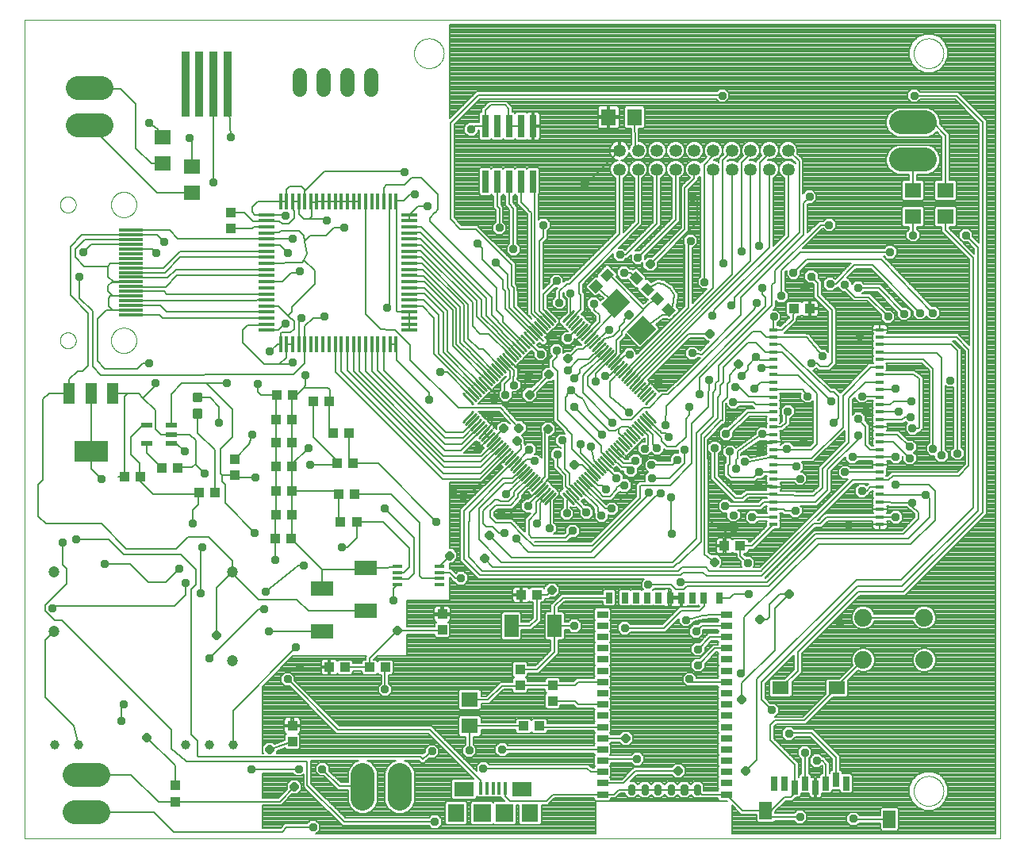
<source format=gtl>
G75*
%MOIN*%
%OFA0B0*%
%FSLAX25Y25*%
%IPPOS*%
%LPD*%
%AMOC8*
5,1,8,0,0,1.08239X$1,22.5*
%
%ADD10C,0.00000*%
%ADD11R,0.07087X0.06299*%
%ADD12R,0.04724X0.03150*%
%ADD13R,0.03150X0.04724*%
%ADD14C,0.02362*%
%ADD15R,0.05512X0.07480*%
%ADD16R,0.07087X0.05512*%
%ADD17R,0.02756X0.05906*%
%ADD18R,0.10236X0.01181*%
%ADD19R,0.01700X0.06600*%
%ADD20R,0.06600X0.01700*%
%ADD21R,0.03543X0.01575*%
%ADD22C,0.00900*%
%ADD23R,0.01575X0.05315*%
%ADD24R,0.07480X0.07480*%
%ADD25R,0.07090X0.07480*%
%ADD26R,0.08268X0.06299*%
%ADD27R,0.02992X0.09449*%
%ADD28C,0.10039*%
%ADD29R,0.04331X0.03937*%
%ADD30R,0.05906X0.09449*%
%ADD31C,0.07400*%
%ADD32R,0.04724X0.02165*%
%ADD33R,0.03937X0.04331*%
%ADD34R,0.03346X0.27559*%
%ADD35R,0.09449X0.07874*%
%ADD36C,0.01181*%
%ADD37R,0.04331X0.01575*%
%ADD38C,0.05315*%
%ADD39R,0.06299X0.07087*%
%ADD40R,0.04800X0.08800*%
%ADD41R,0.14173X0.08661*%
%ADD42C,0.04724*%
%ADD43R,0.09449X0.05906*%
%ADD44C,0.03900*%
%ADD45C,0.05906*%
%ADD46C,0.00800*%
%ADD47OC8,0.03400*%
%ADD48OC8,0.03762*%
D10*
X0001500Y0017369D02*
X0001500Y0361369D01*
X0411500Y0361369D01*
X0411500Y0017369D01*
X0001500Y0017369D01*
X0016422Y0226699D02*
X0016424Y0226814D01*
X0016430Y0226930D01*
X0016440Y0227045D01*
X0016454Y0227160D01*
X0016472Y0227274D01*
X0016494Y0227387D01*
X0016519Y0227500D01*
X0016549Y0227611D01*
X0016582Y0227722D01*
X0016619Y0227831D01*
X0016660Y0227939D01*
X0016705Y0228046D01*
X0016753Y0228151D01*
X0016805Y0228254D01*
X0016861Y0228355D01*
X0016920Y0228455D01*
X0016982Y0228552D01*
X0017048Y0228647D01*
X0017116Y0228740D01*
X0017188Y0228830D01*
X0017263Y0228918D01*
X0017342Y0229003D01*
X0017423Y0229085D01*
X0017506Y0229165D01*
X0017593Y0229241D01*
X0017682Y0229315D01*
X0017773Y0229385D01*
X0017867Y0229453D01*
X0017963Y0229517D01*
X0018062Y0229577D01*
X0018162Y0229634D01*
X0018264Y0229688D01*
X0018368Y0229738D01*
X0018474Y0229785D01*
X0018581Y0229828D01*
X0018690Y0229867D01*
X0018800Y0229902D01*
X0018911Y0229933D01*
X0019023Y0229961D01*
X0019136Y0229985D01*
X0019250Y0230005D01*
X0019365Y0230021D01*
X0019480Y0230033D01*
X0019595Y0230041D01*
X0019710Y0230045D01*
X0019826Y0230045D01*
X0019941Y0230041D01*
X0020056Y0230033D01*
X0020171Y0230021D01*
X0020286Y0230005D01*
X0020400Y0229985D01*
X0020513Y0229961D01*
X0020625Y0229933D01*
X0020736Y0229902D01*
X0020846Y0229867D01*
X0020955Y0229828D01*
X0021062Y0229785D01*
X0021168Y0229738D01*
X0021272Y0229688D01*
X0021374Y0229634D01*
X0021474Y0229577D01*
X0021573Y0229517D01*
X0021669Y0229453D01*
X0021763Y0229385D01*
X0021854Y0229315D01*
X0021943Y0229241D01*
X0022030Y0229165D01*
X0022113Y0229085D01*
X0022194Y0229003D01*
X0022273Y0228918D01*
X0022348Y0228830D01*
X0022420Y0228740D01*
X0022488Y0228647D01*
X0022554Y0228552D01*
X0022616Y0228455D01*
X0022675Y0228355D01*
X0022731Y0228254D01*
X0022783Y0228151D01*
X0022831Y0228046D01*
X0022876Y0227939D01*
X0022917Y0227831D01*
X0022954Y0227722D01*
X0022987Y0227611D01*
X0023017Y0227500D01*
X0023042Y0227387D01*
X0023064Y0227274D01*
X0023082Y0227160D01*
X0023096Y0227045D01*
X0023106Y0226930D01*
X0023112Y0226814D01*
X0023114Y0226699D01*
X0023112Y0226584D01*
X0023106Y0226468D01*
X0023096Y0226353D01*
X0023082Y0226238D01*
X0023064Y0226124D01*
X0023042Y0226011D01*
X0023017Y0225898D01*
X0022987Y0225787D01*
X0022954Y0225676D01*
X0022917Y0225567D01*
X0022876Y0225459D01*
X0022831Y0225352D01*
X0022783Y0225247D01*
X0022731Y0225144D01*
X0022675Y0225043D01*
X0022616Y0224943D01*
X0022554Y0224846D01*
X0022488Y0224751D01*
X0022420Y0224658D01*
X0022348Y0224568D01*
X0022273Y0224480D01*
X0022194Y0224395D01*
X0022113Y0224313D01*
X0022030Y0224233D01*
X0021943Y0224157D01*
X0021854Y0224083D01*
X0021763Y0224013D01*
X0021669Y0223945D01*
X0021573Y0223881D01*
X0021474Y0223821D01*
X0021374Y0223764D01*
X0021272Y0223710D01*
X0021168Y0223660D01*
X0021062Y0223613D01*
X0020955Y0223570D01*
X0020846Y0223531D01*
X0020736Y0223496D01*
X0020625Y0223465D01*
X0020513Y0223437D01*
X0020400Y0223413D01*
X0020286Y0223393D01*
X0020171Y0223377D01*
X0020056Y0223365D01*
X0019941Y0223357D01*
X0019826Y0223353D01*
X0019710Y0223353D01*
X0019595Y0223357D01*
X0019480Y0223365D01*
X0019365Y0223377D01*
X0019250Y0223393D01*
X0019136Y0223413D01*
X0019023Y0223437D01*
X0018911Y0223465D01*
X0018800Y0223496D01*
X0018690Y0223531D01*
X0018581Y0223570D01*
X0018474Y0223613D01*
X0018368Y0223660D01*
X0018264Y0223710D01*
X0018162Y0223764D01*
X0018062Y0223821D01*
X0017963Y0223881D01*
X0017867Y0223945D01*
X0017773Y0224013D01*
X0017682Y0224083D01*
X0017593Y0224157D01*
X0017506Y0224233D01*
X0017423Y0224313D01*
X0017342Y0224395D01*
X0017263Y0224480D01*
X0017188Y0224568D01*
X0017116Y0224658D01*
X0017048Y0224751D01*
X0016982Y0224846D01*
X0016920Y0224943D01*
X0016861Y0225043D01*
X0016805Y0225144D01*
X0016753Y0225247D01*
X0016705Y0225352D01*
X0016660Y0225459D01*
X0016619Y0225567D01*
X0016582Y0225676D01*
X0016549Y0225787D01*
X0016519Y0225898D01*
X0016494Y0226011D01*
X0016472Y0226124D01*
X0016454Y0226238D01*
X0016440Y0226353D01*
X0016430Y0226468D01*
X0016424Y0226584D01*
X0016422Y0226699D01*
X0037917Y0226699D02*
X0037919Y0226844D01*
X0037925Y0226989D01*
X0037935Y0227134D01*
X0037949Y0227279D01*
X0037967Y0227423D01*
X0037988Y0227566D01*
X0038014Y0227709D01*
X0038043Y0227851D01*
X0038077Y0227993D01*
X0038114Y0228133D01*
X0038155Y0228272D01*
X0038200Y0228410D01*
X0038249Y0228547D01*
X0038301Y0228683D01*
X0038357Y0228817D01*
X0038417Y0228949D01*
X0038480Y0229080D01*
X0038547Y0229208D01*
X0038617Y0229336D01*
X0038691Y0229461D01*
X0038768Y0229584D01*
X0038848Y0229704D01*
X0038932Y0229823D01*
X0039019Y0229939D01*
X0039109Y0230053D01*
X0039202Y0230165D01*
X0039298Y0230273D01*
X0039398Y0230379D01*
X0039499Y0230483D01*
X0039604Y0230583D01*
X0039712Y0230681D01*
X0039822Y0230776D01*
X0039934Y0230867D01*
X0040049Y0230956D01*
X0040167Y0231041D01*
X0040287Y0231123D01*
X0040409Y0231202D01*
X0040533Y0231278D01*
X0040659Y0231350D01*
X0040787Y0231418D01*
X0040917Y0231483D01*
X0041048Y0231545D01*
X0041181Y0231602D01*
X0041316Y0231657D01*
X0041452Y0231707D01*
X0041590Y0231754D01*
X0041728Y0231797D01*
X0041868Y0231836D01*
X0042009Y0231871D01*
X0042151Y0231903D01*
X0042293Y0231930D01*
X0042436Y0231954D01*
X0042580Y0231974D01*
X0042725Y0231990D01*
X0042869Y0232002D01*
X0043014Y0232010D01*
X0043159Y0232014D01*
X0043305Y0232014D01*
X0043450Y0232010D01*
X0043595Y0232002D01*
X0043739Y0231990D01*
X0043884Y0231974D01*
X0044028Y0231954D01*
X0044171Y0231930D01*
X0044313Y0231903D01*
X0044455Y0231871D01*
X0044596Y0231836D01*
X0044736Y0231797D01*
X0044874Y0231754D01*
X0045012Y0231707D01*
X0045148Y0231657D01*
X0045283Y0231602D01*
X0045416Y0231545D01*
X0045547Y0231483D01*
X0045677Y0231418D01*
X0045805Y0231350D01*
X0045931Y0231278D01*
X0046055Y0231202D01*
X0046177Y0231123D01*
X0046297Y0231041D01*
X0046415Y0230956D01*
X0046530Y0230867D01*
X0046642Y0230776D01*
X0046752Y0230681D01*
X0046860Y0230583D01*
X0046965Y0230483D01*
X0047066Y0230379D01*
X0047166Y0230273D01*
X0047262Y0230165D01*
X0047355Y0230053D01*
X0047445Y0229939D01*
X0047532Y0229823D01*
X0047616Y0229704D01*
X0047696Y0229584D01*
X0047773Y0229461D01*
X0047847Y0229336D01*
X0047917Y0229208D01*
X0047984Y0229080D01*
X0048047Y0228949D01*
X0048107Y0228817D01*
X0048163Y0228683D01*
X0048215Y0228547D01*
X0048264Y0228410D01*
X0048309Y0228272D01*
X0048350Y0228133D01*
X0048387Y0227993D01*
X0048421Y0227851D01*
X0048450Y0227709D01*
X0048476Y0227566D01*
X0048497Y0227423D01*
X0048515Y0227279D01*
X0048529Y0227134D01*
X0048539Y0226989D01*
X0048545Y0226844D01*
X0048547Y0226699D01*
X0048545Y0226554D01*
X0048539Y0226409D01*
X0048529Y0226264D01*
X0048515Y0226119D01*
X0048497Y0225975D01*
X0048476Y0225832D01*
X0048450Y0225689D01*
X0048421Y0225547D01*
X0048387Y0225405D01*
X0048350Y0225265D01*
X0048309Y0225126D01*
X0048264Y0224988D01*
X0048215Y0224851D01*
X0048163Y0224715D01*
X0048107Y0224581D01*
X0048047Y0224449D01*
X0047984Y0224318D01*
X0047917Y0224190D01*
X0047847Y0224062D01*
X0047773Y0223937D01*
X0047696Y0223814D01*
X0047616Y0223694D01*
X0047532Y0223575D01*
X0047445Y0223459D01*
X0047355Y0223345D01*
X0047262Y0223233D01*
X0047166Y0223125D01*
X0047066Y0223019D01*
X0046965Y0222915D01*
X0046860Y0222815D01*
X0046752Y0222717D01*
X0046642Y0222622D01*
X0046530Y0222531D01*
X0046415Y0222442D01*
X0046297Y0222357D01*
X0046177Y0222275D01*
X0046055Y0222196D01*
X0045931Y0222120D01*
X0045805Y0222048D01*
X0045677Y0221980D01*
X0045547Y0221915D01*
X0045416Y0221853D01*
X0045283Y0221796D01*
X0045148Y0221741D01*
X0045012Y0221691D01*
X0044874Y0221644D01*
X0044736Y0221601D01*
X0044596Y0221562D01*
X0044455Y0221527D01*
X0044313Y0221495D01*
X0044171Y0221468D01*
X0044028Y0221444D01*
X0043884Y0221424D01*
X0043739Y0221408D01*
X0043595Y0221396D01*
X0043450Y0221388D01*
X0043305Y0221384D01*
X0043159Y0221384D01*
X0043014Y0221388D01*
X0042869Y0221396D01*
X0042725Y0221408D01*
X0042580Y0221424D01*
X0042436Y0221444D01*
X0042293Y0221468D01*
X0042151Y0221495D01*
X0042009Y0221527D01*
X0041868Y0221562D01*
X0041728Y0221601D01*
X0041590Y0221644D01*
X0041452Y0221691D01*
X0041316Y0221741D01*
X0041181Y0221796D01*
X0041048Y0221853D01*
X0040917Y0221915D01*
X0040787Y0221980D01*
X0040659Y0222048D01*
X0040533Y0222120D01*
X0040409Y0222196D01*
X0040287Y0222275D01*
X0040167Y0222357D01*
X0040049Y0222442D01*
X0039934Y0222531D01*
X0039822Y0222622D01*
X0039712Y0222717D01*
X0039604Y0222815D01*
X0039499Y0222915D01*
X0039398Y0223019D01*
X0039298Y0223125D01*
X0039202Y0223233D01*
X0039109Y0223345D01*
X0039019Y0223459D01*
X0038932Y0223575D01*
X0038848Y0223694D01*
X0038768Y0223814D01*
X0038691Y0223937D01*
X0038617Y0224062D01*
X0038547Y0224190D01*
X0038480Y0224318D01*
X0038417Y0224449D01*
X0038357Y0224581D01*
X0038301Y0224715D01*
X0038249Y0224851D01*
X0038200Y0224988D01*
X0038155Y0225126D01*
X0038114Y0225265D01*
X0038077Y0225405D01*
X0038043Y0225547D01*
X0038014Y0225689D01*
X0037988Y0225832D01*
X0037967Y0225975D01*
X0037949Y0226119D01*
X0037935Y0226264D01*
X0037925Y0226409D01*
X0037919Y0226554D01*
X0037917Y0226699D01*
X0037917Y0283786D02*
X0037919Y0283931D01*
X0037925Y0284076D01*
X0037935Y0284221D01*
X0037949Y0284366D01*
X0037967Y0284510D01*
X0037988Y0284653D01*
X0038014Y0284796D01*
X0038043Y0284938D01*
X0038077Y0285080D01*
X0038114Y0285220D01*
X0038155Y0285359D01*
X0038200Y0285497D01*
X0038249Y0285634D01*
X0038301Y0285770D01*
X0038357Y0285904D01*
X0038417Y0286036D01*
X0038480Y0286167D01*
X0038547Y0286295D01*
X0038617Y0286423D01*
X0038691Y0286548D01*
X0038768Y0286671D01*
X0038848Y0286791D01*
X0038932Y0286910D01*
X0039019Y0287026D01*
X0039109Y0287140D01*
X0039202Y0287252D01*
X0039298Y0287360D01*
X0039398Y0287466D01*
X0039499Y0287570D01*
X0039604Y0287670D01*
X0039712Y0287768D01*
X0039822Y0287863D01*
X0039934Y0287954D01*
X0040049Y0288043D01*
X0040167Y0288128D01*
X0040287Y0288210D01*
X0040409Y0288289D01*
X0040533Y0288365D01*
X0040659Y0288437D01*
X0040787Y0288505D01*
X0040917Y0288570D01*
X0041048Y0288632D01*
X0041181Y0288689D01*
X0041316Y0288744D01*
X0041452Y0288794D01*
X0041590Y0288841D01*
X0041728Y0288884D01*
X0041868Y0288923D01*
X0042009Y0288958D01*
X0042151Y0288990D01*
X0042293Y0289017D01*
X0042436Y0289041D01*
X0042580Y0289061D01*
X0042725Y0289077D01*
X0042869Y0289089D01*
X0043014Y0289097D01*
X0043159Y0289101D01*
X0043305Y0289101D01*
X0043450Y0289097D01*
X0043595Y0289089D01*
X0043739Y0289077D01*
X0043884Y0289061D01*
X0044028Y0289041D01*
X0044171Y0289017D01*
X0044313Y0288990D01*
X0044455Y0288958D01*
X0044596Y0288923D01*
X0044736Y0288884D01*
X0044874Y0288841D01*
X0045012Y0288794D01*
X0045148Y0288744D01*
X0045283Y0288689D01*
X0045416Y0288632D01*
X0045547Y0288570D01*
X0045677Y0288505D01*
X0045805Y0288437D01*
X0045931Y0288365D01*
X0046055Y0288289D01*
X0046177Y0288210D01*
X0046297Y0288128D01*
X0046415Y0288043D01*
X0046530Y0287954D01*
X0046642Y0287863D01*
X0046752Y0287768D01*
X0046860Y0287670D01*
X0046965Y0287570D01*
X0047066Y0287466D01*
X0047166Y0287360D01*
X0047262Y0287252D01*
X0047355Y0287140D01*
X0047445Y0287026D01*
X0047532Y0286910D01*
X0047616Y0286791D01*
X0047696Y0286671D01*
X0047773Y0286548D01*
X0047847Y0286423D01*
X0047917Y0286295D01*
X0047984Y0286167D01*
X0048047Y0286036D01*
X0048107Y0285904D01*
X0048163Y0285770D01*
X0048215Y0285634D01*
X0048264Y0285497D01*
X0048309Y0285359D01*
X0048350Y0285220D01*
X0048387Y0285080D01*
X0048421Y0284938D01*
X0048450Y0284796D01*
X0048476Y0284653D01*
X0048497Y0284510D01*
X0048515Y0284366D01*
X0048529Y0284221D01*
X0048539Y0284076D01*
X0048545Y0283931D01*
X0048547Y0283786D01*
X0048545Y0283641D01*
X0048539Y0283496D01*
X0048529Y0283351D01*
X0048515Y0283206D01*
X0048497Y0283062D01*
X0048476Y0282919D01*
X0048450Y0282776D01*
X0048421Y0282634D01*
X0048387Y0282492D01*
X0048350Y0282352D01*
X0048309Y0282213D01*
X0048264Y0282075D01*
X0048215Y0281938D01*
X0048163Y0281802D01*
X0048107Y0281668D01*
X0048047Y0281536D01*
X0047984Y0281405D01*
X0047917Y0281277D01*
X0047847Y0281149D01*
X0047773Y0281024D01*
X0047696Y0280901D01*
X0047616Y0280781D01*
X0047532Y0280662D01*
X0047445Y0280546D01*
X0047355Y0280432D01*
X0047262Y0280320D01*
X0047166Y0280212D01*
X0047066Y0280106D01*
X0046965Y0280002D01*
X0046860Y0279902D01*
X0046752Y0279804D01*
X0046642Y0279709D01*
X0046530Y0279618D01*
X0046415Y0279529D01*
X0046297Y0279444D01*
X0046177Y0279362D01*
X0046055Y0279283D01*
X0045931Y0279207D01*
X0045805Y0279135D01*
X0045677Y0279067D01*
X0045547Y0279002D01*
X0045416Y0278940D01*
X0045283Y0278883D01*
X0045148Y0278828D01*
X0045012Y0278778D01*
X0044874Y0278731D01*
X0044736Y0278688D01*
X0044596Y0278649D01*
X0044455Y0278614D01*
X0044313Y0278582D01*
X0044171Y0278555D01*
X0044028Y0278531D01*
X0043884Y0278511D01*
X0043739Y0278495D01*
X0043595Y0278483D01*
X0043450Y0278475D01*
X0043305Y0278471D01*
X0043159Y0278471D01*
X0043014Y0278475D01*
X0042869Y0278483D01*
X0042725Y0278495D01*
X0042580Y0278511D01*
X0042436Y0278531D01*
X0042293Y0278555D01*
X0042151Y0278582D01*
X0042009Y0278614D01*
X0041868Y0278649D01*
X0041728Y0278688D01*
X0041590Y0278731D01*
X0041452Y0278778D01*
X0041316Y0278828D01*
X0041181Y0278883D01*
X0041048Y0278940D01*
X0040917Y0279002D01*
X0040787Y0279067D01*
X0040659Y0279135D01*
X0040533Y0279207D01*
X0040409Y0279283D01*
X0040287Y0279362D01*
X0040167Y0279444D01*
X0040049Y0279529D01*
X0039934Y0279618D01*
X0039822Y0279709D01*
X0039712Y0279804D01*
X0039604Y0279902D01*
X0039499Y0280002D01*
X0039398Y0280106D01*
X0039298Y0280212D01*
X0039202Y0280320D01*
X0039109Y0280432D01*
X0039019Y0280546D01*
X0038932Y0280662D01*
X0038848Y0280781D01*
X0038768Y0280901D01*
X0038691Y0281024D01*
X0038617Y0281149D01*
X0038547Y0281277D01*
X0038480Y0281405D01*
X0038417Y0281536D01*
X0038357Y0281668D01*
X0038301Y0281802D01*
X0038249Y0281938D01*
X0038200Y0282075D01*
X0038155Y0282213D01*
X0038114Y0282352D01*
X0038077Y0282492D01*
X0038043Y0282634D01*
X0038014Y0282776D01*
X0037988Y0282919D01*
X0037967Y0283062D01*
X0037949Y0283206D01*
X0037935Y0283351D01*
X0037925Y0283496D01*
X0037919Y0283641D01*
X0037917Y0283786D01*
X0016422Y0283786D02*
X0016424Y0283901D01*
X0016430Y0284017D01*
X0016440Y0284132D01*
X0016454Y0284247D01*
X0016472Y0284361D01*
X0016494Y0284474D01*
X0016519Y0284587D01*
X0016549Y0284698D01*
X0016582Y0284809D01*
X0016619Y0284918D01*
X0016660Y0285026D01*
X0016705Y0285133D01*
X0016753Y0285238D01*
X0016805Y0285341D01*
X0016861Y0285442D01*
X0016920Y0285542D01*
X0016982Y0285639D01*
X0017048Y0285734D01*
X0017116Y0285827D01*
X0017188Y0285917D01*
X0017263Y0286005D01*
X0017342Y0286090D01*
X0017423Y0286172D01*
X0017506Y0286252D01*
X0017593Y0286328D01*
X0017682Y0286402D01*
X0017773Y0286472D01*
X0017867Y0286540D01*
X0017963Y0286604D01*
X0018062Y0286664D01*
X0018162Y0286721D01*
X0018264Y0286775D01*
X0018368Y0286825D01*
X0018474Y0286872D01*
X0018581Y0286915D01*
X0018690Y0286954D01*
X0018800Y0286989D01*
X0018911Y0287020D01*
X0019023Y0287048D01*
X0019136Y0287072D01*
X0019250Y0287092D01*
X0019365Y0287108D01*
X0019480Y0287120D01*
X0019595Y0287128D01*
X0019710Y0287132D01*
X0019826Y0287132D01*
X0019941Y0287128D01*
X0020056Y0287120D01*
X0020171Y0287108D01*
X0020286Y0287092D01*
X0020400Y0287072D01*
X0020513Y0287048D01*
X0020625Y0287020D01*
X0020736Y0286989D01*
X0020846Y0286954D01*
X0020955Y0286915D01*
X0021062Y0286872D01*
X0021168Y0286825D01*
X0021272Y0286775D01*
X0021374Y0286721D01*
X0021474Y0286664D01*
X0021573Y0286604D01*
X0021669Y0286540D01*
X0021763Y0286472D01*
X0021854Y0286402D01*
X0021943Y0286328D01*
X0022030Y0286252D01*
X0022113Y0286172D01*
X0022194Y0286090D01*
X0022273Y0286005D01*
X0022348Y0285917D01*
X0022420Y0285827D01*
X0022488Y0285734D01*
X0022554Y0285639D01*
X0022616Y0285542D01*
X0022675Y0285442D01*
X0022731Y0285341D01*
X0022783Y0285238D01*
X0022831Y0285133D01*
X0022876Y0285026D01*
X0022917Y0284918D01*
X0022954Y0284809D01*
X0022987Y0284698D01*
X0023017Y0284587D01*
X0023042Y0284474D01*
X0023064Y0284361D01*
X0023082Y0284247D01*
X0023096Y0284132D01*
X0023106Y0284017D01*
X0023112Y0283901D01*
X0023114Y0283786D01*
X0023112Y0283671D01*
X0023106Y0283555D01*
X0023096Y0283440D01*
X0023082Y0283325D01*
X0023064Y0283211D01*
X0023042Y0283098D01*
X0023017Y0282985D01*
X0022987Y0282874D01*
X0022954Y0282763D01*
X0022917Y0282654D01*
X0022876Y0282546D01*
X0022831Y0282439D01*
X0022783Y0282334D01*
X0022731Y0282231D01*
X0022675Y0282130D01*
X0022616Y0282030D01*
X0022554Y0281933D01*
X0022488Y0281838D01*
X0022420Y0281745D01*
X0022348Y0281655D01*
X0022273Y0281567D01*
X0022194Y0281482D01*
X0022113Y0281400D01*
X0022030Y0281320D01*
X0021943Y0281244D01*
X0021854Y0281170D01*
X0021763Y0281100D01*
X0021669Y0281032D01*
X0021573Y0280968D01*
X0021474Y0280908D01*
X0021374Y0280851D01*
X0021272Y0280797D01*
X0021168Y0280747D01*
X0021062Y0280700D01*
X0020955Y0280657D01*
X0020846Y0280618D01*
X0020736Y0280583D01*
X0020625Y0280552D01*
X0020513Y0280524D01*
X0020400Y0280500D01*
X0020286Y0280480D01*
X0020171Y0280464D01*
X0020056Y0280452D01*
X0019941Y0280444D01*
X0019826Y0280440D01*
X0019710Y0280440D01*
X0019595Y0280444D01*
X0019480Y0280452D01*
X0019365Y0280464D01*
X0019250Y0280480D01*
X0019136Y0280500D01*
X0019023Y0280524D01*
X0018911Y0280552D01*
X0018800Y0280583D01*
X0018690Y0280618D01*
X0018581Y0280657D01*
X0018474Y0280700D01*
X0018368Y0280747D01*
X0018264Y0280797D01*
X0018162Y0280851D01*
X0018062Y0280908D01*
X0017963Y0280968D01*
X0017867Y0281032D01*
X0017773Y0281100D01*
X0017682Y0281170D01*
X0017593Y0281244D01*
X0017506Y0281320D01*
X0017423Y0281400D01*
X0017342Y0281482D01*
X0017263Y0281567D01*
X0017188Y0281655D01*
X0017116Y0281745D01*
X0017048Y0281838D01*
X0016982Y0281933D01*
X0016920Y0282030D01*
X0016861Y0282130D01*
X0016805Y0282231D01*
X0016753Y0282334D01*
X0016705Y0282439D01*
X0016660Y0282546D01*
X0016619Y0282654D01*
X0016582Y0282763D01*
X0016549Y0282874D01*
X0016519Y0282985D01*
X0016494Y0283098D01*
X0016472Y0283211D01*
X0016454Y0283325D01*
X0016440Y0283440D01*
X0016430Y0283555D01*
X0016424Y0283671D01*
X0016422Y0283786D01*
X0165250Y0347369D02*
X0165252Y0347527D01*
X0165258Y0347684D01*
X0165268Y0347842D01*
X0165282Y0347999D01*
X0165300Y0348155D01*
X0165321Y0348312D01*
X0165347Y0348467D01*
X0165377Y0348622D01*
X0165410Y0348776D01*
X0165448Y0348929D01*
X0165489Y0349082D01*
X0165534Y0349233D01*
X0165583Y0349383D01*
X0165636Y0349531D01*
X0165692Y0349679D01*
X0165753Y0349824D01*
X0165816Y0349969D01*
X0165884Y0350111D01*
X0165955Y0350252D01*
X0166029Y0350391D01*
X0166107Y0350528D01*
X0166189Y0350663D01*
X0166273Y0350796D01*
X0166362Y0350927D01*
X0166453Y0351055D01*
X0166548Y0351182D01*
X0166645Y0351305D01*
X0166746Y0351427D01*
X0166850Y0351545D01*
X0166957Y0351661D01*
X0167067Y0351774D01*
X0167179Y0351885D01*
X0167295Y0351992D01*
X0167413Y0352097D01*
X0167533Y0352199D01*
X0167656Y0352297D01*
X0167782Y0352393D01*
X0167910Y0352485D01*
X0168040Y0352574D01*
X0168172Y0352660D01*
X0168307Y0352742D01*
X0168444Y0352821D01*
X0168582Y0352896D01*
X0168722Y0352968D01*
X0168865Y0353036D01*
X0169008Y0353101D01*
X0169154Y0353162D01*
X0169301Y0353219D01*
X0169449Y0353273D01*
X0169599Y0353323D01*
X0169749Y0353369D01*
X0169901Y0353411D01*
X0170054Y0353450D01*
X0170208Y0353484D01*
X0170363Y0353515D01*
X0170518Y0353541D01*
X0170674Y0353564D01*
X0170831Y0353583D01*
X0170988Y0353598D01*
X0171145Y0353609D01*
X0171303Y0353616D01*
X0171461Y0353619D01*
X0171618Y0353618D01*
X0171776Y0353613D01*
X0171933Y0353604D01*
X0172091Y0353591D01*
X0172247Y0353574D01*
X0172404Y0353553D01*
X0172559Y0353529D01*
X0172714Y0353500D01*
X0172869Y0353467D01*
X0173022Y0353431D01*
X0173175Y0353390D01*
X0173326Y0353346D01*
X0173476Y0353298D01*
X0173625Y0353247D01*
X0173773Y0353191D01*
X0173919Y0353132D01*
X0174064Y0353069D01*
X0174207Y0353002D01*
X0174348Y0352932D01*
X0174487Y0352859D01*
X0174625Y0352782D01*
X0174761Y0352701D01*
X0174894Y0352617D01*
X0175025Y0352530D01*
X0175154Y0352439D01*
X0175281Y0352345D01*
X0175406Y0352248D01*
X0175527Y0352148D01*
X0175647Y0352045D01*
X0175763Y0351939D01*
X0175877Y0351830D01*
X0175989Y0351718D01*
X0176097Y0351604D01*
X0176202Y0351486D01*
X0176305Y0351366D01*
X0176404Y0351244D01*
X0176500Y0351119D01*
X0176593Y0350991D01*
X0176683Y0350862D01*
X0176769Y0350730D01*
X0176853Y0350596D01*
X0176932Y0350460D01*
X0177009Y0350322D01*
X0177081Y0350182D01*
X0177150Y0350040D01*
X0177216Y0349897D01*
X0177278Y0349752D01*
X0177336Y0349605D01*
X0177391Y0349457D01*
X0177442Y0349308D01*
X0177489Y0349157D01*
X0177532Y0349006D01*
X0177571Y0348853D01*
X0177607Y0348699D01*
X0177638Y0348545D01*
X0177666Y0348390D01*
X0177690Y0348234D01*
X0177710Y0348077D01*
X0177726Y0347920D01*
X0177738Y0347763D01*
X0177746Y0347606D01*
X0177750Y0347448D01*
X0177750Y0347290D01*
X0177746Y0347132D01*
X0177738Y0346975D01*
X0177726Y0346818D01*
X0177710Y0346661D01*
X0177690Y0346504D01*
X0177666Y0346348D01*
X0177638Y0346193D01*
X0177607Y0346039D01*
X0177571Y0345885D01*
X0177532Y0345732D01*
X0177489Y0345581D01*
X0177442Y0345430D01*
X0177391Y0345281D01*
X0177336Y0345133D01*
X0177278Y0344986D01*
X0177216Y0344841D01*
X0177150Y0344698D01*
X0177081Y0344556D01*
X0177009Y0344416D01*
X0176932Y0344278D01*
X0176853Y0344142D01*
X0176769Y0344008D01*
X0176683Y0343876D01*
X0176593Y0343747D01*
X0176500Y0343619D01*
X0176404Y0343494D01*
X0176305Y0343372D01*
X0176202Y0343252D01*
X0176097Y0343134D01*
X0175989Y0343020D01*
X0175877Y0342908D01*
X0175763Y0342799D01*
X0175647Y0342693D01*
X0175527Y0342590D01*
X0175406Y0342490D01*
X0175281Y0342393D01*
X0175154Y0342299D01*
X0175025Y0342208D01*
X0174894Y0342121D01*
X0174761Y0342037D01*
X0174625Y0341956D01*
X0174487Y0341879D01*
X0174348Y0341806D01*
X0174207Y0341736D01*
X0174064Y0341669D01*
X0173919Y0341606D01*
X0173773Y0341547D01*
X0173625Y0341491D01*
X0173476Y0341440D01*
X0173326Y0341392D01*
X0173175Y0341348D01*
X0173022Y0341307D01*
X0172869Y0341271D01*
X0172714Y0341238D01*
X0172559Y0341209D01*
X0172404Y0341185D01*
X0172247Y0341164D01*
X0172091Y0341147D01*
X0171933Y0341134D01*
X0171776Y0341125D01*
X0171618Y0341120D01*
X0171461Y0341119D01*
X0171303Y0341122D01*
X0171145Y0341129D01*
X0170988Y0341140D01*
X0170831Y0341155D01*
X0170674Y0341174D01*
X0170518Y0341197D01*
X0170363Y0341223D01*
X0170208Y0341254D01*
X0170054Y0341288D01*
X0169901Y0341327D01*
X0169749Y0341369D01*
X0169599Y0341415D01*
X0169449Y0341465D01*
X0169301Y0341519D01*
X0169154Y0341576D01*
X0169008Y0341637D01*
X0168865Y0341702D01*
X0168722Y0341770D01*
X0168582Y0341842D01*
X0168444Y0341917D01*
X0168307Y0341996D01*
X0168172Y0342078D01*
X0168040Y0342164D01*
X0167910Y0342253D01*
X0167782Y0342345D01*
X0167656Y0342441D01*
X0167533Y0342539D01*
X0167413Y0342641D01*
X0167295Y0342746D01*
X0167179Y0342853D01*
X0167067Y0342964D01*
X0166957Y0343077D01*
X0166850Y0343193D01*
X0166746Y0343311D01*
X0166645Y0343433D01*
X0166548Y0343556D01*
X0166453Y0343683D01*
X0166362Y0343811D01*
X0166273Y0343942D01*
X0166189Y0344075D01*
X0166107Y0344210D01*
X0166029Y0344347D01*
X0165955Y0344486D01*
X0165884Y0344627D01*
X0165816Y0344769D01*
X0165753Y0344914D01*
X0165692Y0345059D01*
X0165636Y0345207D01*
X0165583Y0345355D01*
X0165534Y0345505D01*
X0165489Y0345656D01*
X0165448Y0345809D01*
X0165410Y0345962D01*
X0165377Y0346116D01*
X0165347Y0346271D01*
X0165321Y0346426D01*
X0165300Y0346583D01*
X0165282Y0346739D01*
X0165268Y0346896D01*
X0165258Y0347054D01*
X0165252Y0347211D01*
X0165250Y0347369D01*
X0375250Y0347369D02*
X0375252Y0347527D01*
X0375258Y0347684D01*
X0375268Y0347842D01*
X0375282Y0347999D01*
X0375300Y0348155D01*
X0375321Y0348312D01*
X0375347Y0348467D01*
X0375377Y0348622D01*
X0375410Y0348776D01*
X0375448Y0348929D01*
X0375489Y0349082D01*
X0375534Y0349233D01*
X0375583Y0349383D01*
X0375636Y0349531D01*
X0375692Y0349679D01*
X0375753Y0349824D01*
X0375816Y0349969D01*
X0375884Y0350111D01*
X0375955Y0350252D01*
X0376029Y0350391D01*
X0376107Y0350528D01*
X0376189Y0350663D01*
X0376273Y0350796D01*
X0376362Y0350927D01*
X0376453Y0351055D01*
X0376548Y0351182D01*
X0376645Y0351305D01*
X0376746Y0351427D01*
X0376850Y0351545D01*
X0376957Y0351661D01*
X0377067Y0351774D01*
X0377179Y0351885D01*
X0377295Y0351992D01*
X0377413Y0352097D01*
X0377533Y0352199D01*
X0377656Y0352297D01*
X0377782Y0352393D01*
X0377910Y0352485D01*
X0378040Y0352574D01*
X0378172Y0352660D01*
X0378307Y0352742D01*
X0378444Y0352821D01*
X0378582Y0352896D01*
X0378722Y0352968D01*
X0378865Y0353036D01*
X0379008Y0353101D01*
X0379154Y0353162D01*
X0379301Y0353219D01*
X0379449Y0353273D01*
X0379599Y0353323D01*
X0379749Y0353369D01*
X0379901Y0353411D01*
X0380054Y0353450D01*
X0380208Y0353484D01*
X0380363Y0353515D01*
X0380518Y0353541D01*
X0380674Y0353564D01*
X0380831Y0353583D01*
X0380988Y0353598D01*
X0381145Y0353609D01*
X0381303Y0353616D01*
X0381461Y0353619D01*
X0381618Y0353618D01*
X0381776Y0353613D01*
X0381933Y0353604D01*
X0382091Y0353591D01*
X0382247Y0353574D01*
X0382404Y0353553D01*
X0382559Y0353529D01*
X0382714Y0353500D01*
X0382869Y0353467D01*
X0383022Y0353431D01*
X0383175Y0353390D01*
X0383326Y0353346D01*
X0383476Y0353298D01*
X0383625Y0353247D01*
X0383773Y0353191D01*
X0383919Y0353132D01*
X0384064Y0353069D01*
X0384207Y0353002D01*
X0384348Y0352932D01*
X0384487Y0352859D01*
X0384625Y0352782D01*
X0384761Y0352701D01*
X0384894Y0352617D01*
X0385025Y0352530D01*
X0385154Y0352439D01*
X0385281Y0352345D01*
X0385406Y0352248D01*
X0385527Y0352148D01*
X0385647Y0352045D01*
X0385763Y0351939D01*
X0385877Y0351830D01*
X0385989Y0351718D01*
X0386097Y0351604D01*
X0386202Y0351486D01*
X0386305Y0351366D01*
X0386404Y0351244D01*
X0386500Y0351119D01*
X0386593Y0350991D01*
X0386683Y0350862D01*
X0386769Y0350730D01*
X0386853Y0350596D01*
X0386932Y0350460D01*
X0387009Y0350322D01*
X0387081Y0350182D01*
X0387150Y0350040D01*
X0387216Y0349897D01*
X0387278Y0349752D01*
X0387336Y0349605D01*
X0387391Y0349457D01*
X0387442Y0349308D01*
X0387489Y0349157D01*
X0387532Y0349006D01*
X0387571Y0348853D01*
X0387607Y0348699D01*
X0387638Y0348545D01*
X0387666Y0348390D01*
X0387690Y0348234D01*
X0387710Y0348077D01*
X0387726Y0347920D01*
X0387738Y0347763D01*
X0387746Y0347606D01*
X0387750Y0347448D01*
X0387750Y0347290D01*
X0387746Y0347132D01*
X0387738Y0346975D01*
X0387726Y0346818D01*
X0387710Y0346661D01*
X0387690Y0346504D01*
X0387666Y0346348D01*
X0387638Y0346193D01*
X0387607Y0346039D01*
X0387571Y0345885D01*
X0387532Y0345732D01*
X0387489Y0345581D01*
X0387442Y0345430D01*
X0387391Y0345281D01*
X0387336Y0345133D01*
X0387278Y0344986D01*
X0387216Y0344841D01*
X0387150Y0344698D01*
X0387081Y0344556D01*
X0387009Y0344416D01*
X0386932Y0344278D01*
X0386853Y0344142D01*
X0386769Y0344008D01*
X0386683Y0343876D01*
X0386593Y0343747D01*
X0386500Y0343619D01*
X0386404Y0343494D01*
X0386305Y0343372D01*
X0386202Y0343252D01*
X0386097Y0343134D01*
X0385989Y0343020D01*
X0385877Y0342908D01*
X0385763Y0342799D01*
X0385647Y0342693D01*
X0385527Y0342590D01*
X0385406Y0342490D01*
X0385281Y0342393D01*
X0385154Y0342299D01*
X0385025Y0342208D01*
X0384894Y0342121D01*
X0384761Y0342037D01*
X0384625Y0341956D01*
X0384487Y0341879D01*
X0384348Y0341806D01*
X0384207Y0341736D01*
X0384064Y0341669D01*
X0383919Y0341606D01*
X0383773Y0341547D01*
X0383625Y0341491D01*
X0383476Y0341440D01*
X0383326Y0341392D01*
X0383175Y0341348D01*
X0383022Y0341307D01*
X0382869Y0341271D01*
X0382714Y0341238D01*
X0382559Y0341209D01*
X0382404Y0341185D01*
X0382247Y0341164D01*
X0382091Y0341147D01*
X0381933Y0341134D01*
X0381776Y0341125D01*
X0381618Y0341120D01*
X0381461Y0341119D01*
X0381303Y0341122D01*
X0381145Y0341129D01*
X0380988Y0341140D01*
X0380831Y0341155D01*
X0380674Y0341174D01*
X0380518Y0341197D01*
X0380363Y0341223D01*
X0380208Y0341254D01*
X0380054Y0341288D01*
X0379901Y0341327D01*
X0379749Y0341369D01*
X0379599Y0341415D01*
X0379449Y0341465D01*
X0379301Y0341519D01*
X0379154Y0341576D01*
X0379008Y0341637D01*
X0378865Y0341702D01*
X0378722Y0341770D01*
X0378582Y0341842D01*
X0378444Y0341917D01*
X0378307Y0341996D01*
X0378172Y0342078D01*
X0378040Y0342164D01*
X0377910Y0342253D01*
X0377782Y0342345D01*
X0377656Y0342441D01*
X0377533Y0342539D01*
X0377413Y0342641D01*
X0377295Y0342746D01*
X0377179Y0342853D01*
X0377067Y0342964D01*
X0376957Y0343077D01*
X0376850Y0343193D01*
X0376746Y0343311D01*
X0376645Y0343433D01*
X0376548Y0343556D01*
X0376453Y0343683D01*
X0376362Y0343811D01*
X0376273Y0343942D01*
X0376189Y0344075D01*
X0376107Y0344210D01*
X0376029Y0344347D01*
X0375955Y0344486D01*
X0375884Y0344627D01*
X0375816Y0344769D01*
X0375753Y0344914D01*
X0375692Y0345059D01*
X0375636Y0345207D01*
X0375583Y0345355D01*
X0375534Y0345505D01*
X0375489Y0345656D01*
X0375448Y0345809D01*
X0375410Y0345962D01*
X0375377Y0346116D01*
X0375347Y0346271D01*
X0375321Y0346426D01*
X0375300Y0346583D01*
X0375282Y0346739D01*
X0375268Y0346896D01*
X0375258Y0347054D01*
X0375252Y0347211D01*
X0375250Y0347369D01*
X0375250Y0037369D02*
X0375252Y0037527D01*
X0375258Y0037684D01*
X0375268Y0037842D01*
X0375282Y0037999D01*
X0375300Y0038155D01*
X0375321Y0038312D01*
X0375347Y0038467D01*
X0375377Y0038622D01*
X0375410Y0038776D01*
X0375448Y0038929D01*
X0375489Y0039082D01*
X0375534Y0039233D01*
X0375583Y0039383D01*
X0375636Y0039531D01*
X0375692Y0039679D01*
X0375753Y0039824D01*
X0375816Y0039969D01*
X0375884Y0040111D01*
X0375955Y0040252D01*
X0376029Y0040391D01*
X0376107Y0040528D01*
X0376189Y0040663D01*
X0376273Y0040796D01*
X0376362Y0040927D01*
X0376453Y0041055D01*
X0376548Y0041182D01*
X0376645Y0041305D01*
X0376746Y0041427D01*
X0376850Y0041545D01*
X0376957Y0041661D01*
X0377067Y0041774D01*
X0377179Y0041885D01*
X0377295Y0041992D01*
X0377413Y0042097D01*
X0377533Y0042199D01*
X0377656Y0042297D01*
X0377782Y0042393D01*
X0377910Y0042485D01*
X0378040Y0042574D01*
X0378172Y0042660D01*
X0378307Y0042742D01*
X0378444Y0042821D01*
X0378582Y0042896D01*
X0378722Y0042968D01*
X0378865Y0043036D01*
X0379008Y0043101D01*
X0379154Y0043162D01*
X0379301Y0043219D01*
X0379449Y0043273D01*
X0379599Y0043323D01*
X0379749Y0043369D01*
X0379901Y0043411D01*
X0380054Y0043450D01*
X0380208Y0043484D01*
X0380363Y0043515D01*
X0380518Y0043541D01*
X0380674Y0043564D01*
X0380831Y0043583D01*
X0380988Y0043598D01*
X0381145Y0043609D01*
X0381303Y0043616D01*
X0381461Y0043619D01*
X0381618Y0043618D01*
X0381776Y0043613D01*
X0381933Y0043604D01*
X0382091Y0043591D01*
X0382247Y0043574D01*
X0382404Y0043553D01*
X0382559Y0043529D01*
X0382714Y0043500D01*
X0382869Y0043467D01*
X0383022Y0043431D01*
X0383175Y0043390D01*
X0383326Y0043346D01*
X0383476Y0043298D01*
X0383625Y0043247D01*
X0383773Y0043191D01*
X0383919Y0043132D01*
X0384064Y0043069D01*
X0384207Y0043002D01*
X0384348Y0042932D01*
X0384487Y0042859D01*
X0384625Y0042782D01*
X0384761Y0042701D01*
X0384894Y0042617D01*
X0385025Y0042530D01*
X0385154Y0042439D01*
X0385281Y0042345D01*
X0385406Y0042248D01*
X0385527Y0042148D01*
X0385647Y0042045D01*
X0385763Y0041939D01*
X0385877Y0041830D01*
X0385989Y0041718D01*
X0386097Y0041604D01*
X0386202Y0041486D01*
X0386305Y0041366D01*
X0386404Y0041244D01*
X0386500Y0041119D01*
X0386593Y0040991D01*
X0386683Y0040862D01*
X0386769Y0040730D01*
X0386853Y0040596D01*
X0386932Y0040460D01*
X0387009Y0040322D01*
X0387081Y0040182D01*
X0387150Y0040040D01*
X0387216Y0039897D01*
X0387278Y0039752D01*
X0387336Y0039605D01*
X0387391Y0039457D01*
X0387442Y0039308D01*
X0387489Y0039157D01*
X0387532Y0039006D01*
X0387571Y0038853D01*
X0387607Y0038699D01*
X0387638Y0038545D01*
X0387666Y0038390D01*
X0387690Y0038234D01*
X0387710Y0038077D01*
X0387726Y0037920D01*
X0387738Y0037763D01*
X0387746Y0037606D01*
X0387750Y0037448D01*
X0387750Y0037290D01*
X0387746Y0037132D01*
X0387738Y0036975D01*
X0387726Y0036818D01*
X0387710Y0036661D01*
X0387690Y0036504D01*
X0387666Y0036348D01*
X0387638Y0036193D01*
X0387607Y0036039D01*
X0387571Y0035885D01*
X0387532Y0035732D01*
X0387489Y0035581D01*
X0387442Y0035430D01*
X0387391Y0035281D01*
X0387336Y0035133D01*
X0387278Y0034986D01*
X0387216Y0034841D01*
X0387150Y0034698D01*
X0387081Y0034556D01*
X0387009Y0034416D01*
X0386932Y0034278D01*
X0386853Y0034142D01*
X0386769Y0034008D01*
X0386683Y0033876D01*
X0386593Y0033747D01*
X0386500Y0033619D01*
X0386404Y0033494D01*
X0386305Y0033372D01*
X0386202Y0033252D01*
X0386097Y0033134D01*
X0385989Y0033020D01*
X0385877Y0032908D01*
X0385763Y0032799D01*
X0385647Y0032693D01*
X0385527Y0032590D01*
X0385406Y0032490D01*
X0385281Y0032393D01*
X0385154Y0032299D01*
X0385025Y0032208D01*
X0384894Y0032121D01*
X0384761Y0032037D01*
X0384625Y0031956D01*
X0384487Y0031879D01*
X0384348Y0031806D01*
X0384207Y0031736D01*
X0384064Y0031669D01*
X0383919Y0031606D01*
X0383773Y0031547D01*
X0383625Y0031491D01*
X0383476Y0031440D01*
X0383326Y0031392D01*
X0383175Y0031348D01*
X0383022Y0031307D01*
X0382869Y0031271D01*
X0382714Y0031238D01*
X0382559Y0031209D01*
X0382404Y0031185D01*
X0382247Y0031164D01*
X0382091Y0031147D01*
X0381933Y0031134D01*
X0381776Y0031125D01*
X0381618Y0031120D01*
X0381461Y0031119D01*
X0381303Y0031122D01*
X0381145Y0031129D01*
X0380988Y0031140D01*
X0380831Y0031155D01*
X0380674Y0031174D01*
X0380518Y0031197D01*
X0380363Y0031223D01*
X0380208Y0031254D01*
X0380054Y0031288D01*
X0379901Y0031327D01*
X0379749Y0031369D01*
X0379599Y0031415D01*
X0379449Y0031465D01*
X0379301Y0031519D01*
X0379154Y0031576D01*
X0379008Y0031637D01*
X0378865Y0031702D01*
X0378722Y0031770D01*
X0378582Y0031842D01*
X0378444Y0031917D01*
X0378307Y0031996D01*
X0378172Y0032078D01*
X0378040Y0032164D01*
X0377910Y0032253D01*
X0377782Y0032345D01*
X0377656Y0032441D01*
X0377533Y0032539D01*
X0377413Y0032641D01*
X0377295Y0032746D01*
X0377179Y0032853D01*
X0377067Y0032964D01*
X0376957Y0033077D01*
X0376850Y0033193D01*
X0376746Y0033311D01*
X0376645Y0033433D01*
X0376548Y0033556D01*
X0376453Y0033683D01*
X0376362Y0033811D01*
X0376273Y0033942D01*
X0376189Y0034075D01*
X0376107Y0034210D01*
X0376029Y0034347D01*
X0375955Y0034486D01*
X0375884Y0034627D01*
X0375816Y0034769D01*
X0375753Y0034914D01*
X0375692Y0035059D01*
X0375636Y0035207D01*
X0375583Y0035355D01*
X0375534Y0035505D01*
X0375489Y0035656D01*
X0375448Y0035809D01*
X0375410Y0035962D01*
X0375377Y0036116D01*
X0375347Y0036271D01*
X0375321Y0036426D01*
X0375300Y0036583D01*
X0375282Y0036739D01*
X0375268Y0036896D01*
X0375258Y0037054D01*
X0375252Y0037211D01*
X0375250Y0037369D01*
D11*
X0188705Y0064613D03*
X0188705Y0075636D03*
X0374965Y0278668D03*
X0374965Y0289692D03*
X0388665Y0289692D03*
X0388665Y0278668D03*
X0071776Y0288747D03*
X0071776Y0299770D03*
X0059650Y0300951D03*
X0059650Y0311975D03*
D12*
X0244453Y0111503D03*
X0244453Y0106778D03*
X0244453Y0102054D03*
X0244453Y0097329D03*
X0244453Y0092605D03*
X0244453Y0087881D03*
X0244453Y0083156D03*
X0244453Y0078432D03*
X0244453Y0073707D03*
X0244453Y0068983D03*
X0244453Y0064259D03*
X0244453Y0059534D03*
X0244453Y0054810D03*
X0244453Y0050085D03*
X0244453Y0045361D03*
X0244453Y0040636D03*
X0244453Y0035912D03*
X0296421Y0035912D03*
X0296421Y0040636D03*
X0296421Y0045361D03*
X0296421Y0050085D03*
X0296421Y0054810D03*
X0296421Y0059534D03*
X0296421Y0064259D03*
X0296421Y0068983D03*
X0296421Y0073707D03*
X0296421Y0078432D03*
X0296421Y0083156D03*
X0296421Y0087881D03*
X0296421Y0092605D03*
X0296421Y0097329D03*
X0296421Y0102054D03*
X0296421Y0106778D03*
X0296421Y0111503D03*
D13*
X0293665Y0118589D03*
X0286972Y0118589D03*
X0282248Y0118589D03*
X0277524Y0118589D03*
X0272799Y0118589D03*
X0268075Y0118589D03*
X0263350Y0118589D03*
X0258626Y0118589D03*
X0253902Y0118589D03*
X0247209Y0118550D03*
D14*
X0256263Y0039062D02*
X0256263Y0036700D01*
X0256263Y0039062D02*
X0257051Y0039062D01*
X0257051Y0036700D01*
X0256263Y0036700D01*
X0256263Y0039061D02*
X0257051Y0039061D01*
X0261775Y0039062D02*
X0261775Y0036700D01*
X0261775Y0039062D02*
X0262563Y0039062D01*
X0262563Y0036700D01*
X0261775Y0036700D01*
X0261775Y0039061D02*
X0262563Y0039061D01*
X0267287Y0039062D02*
X0267287Y0036700D01*
X0267287Y0039062D02*
X0268075Y0039062D01*
X0268075Y0036700D01*
X0267287Y0036700D01*
X0267287Y0039061D02*
X0268075Y0039061D01*
X0272799Y0039062D02*
X0272799Y0036700D01*
X0272799Y0039062D02*
X0273587Y0039062D01*
X0273587Y0036700D01*
X0272799Y0036700D01*
X0272799Y0039061D02*
X0273587Y0039061D01*
X0278311Y0039062D02*
X0278311Y0036700D01*
X0278311Y0039062D02*
X0279099Y0039062D01*
X0279099Y0036700D01*
X0278311Y0036700D01*
X0278311Y0039061D02*
X0279099Y0039061D01*
X0283823Y0039062D02*
X0283823Y0036700D01*
X0283823Y0039062D02*
X0284611Y0039062D01*
X0284611Y0036700D01*
X0283823Y0036700D01*
X0283823Y0039061D02*
X0284611Y0039061D01*
D15*
X0313075Y0029062D03*
X0365043Y0025518D03*
D16*
X0342996Y0080636D03*
X0319374Y0080636D03*
D17*
X0320949Y0040479D03*
X0316618Y0040479D03*
X0325280Y0038904D03*
X0329610Y0040479D03*
X0333941Y0038904D03*
X0338272Y0040479D03*
X0342602Y0042054D03*
X0346933Y0040479D03*
D18*
X0046224Y0237526D03*
X0046224Y0239495D03*
X0046224Y0241463D03*
X0046224Y0243432D03*
X0046224Y0245400D03*
X0046224Y0247369D03*
X0046224Y0249337D03*
X0046224Y0251306D03*
X0046224Y0253274D03*
X0046224Y0255243D03*
X0046224Y0257211D03*
X0046224Y0259180D03*
X0046224Y0261148D03*
X0046224Y0263117D03*
X0046224Y0265085D03*
X0046224Y0267054D03*
X0046224Y0269022D03*
X0046224Y0270991D03*
X0046224Y0272959D03*
D19*
X0109090Y0285243D03*
X0111590Y0285243D03*
X0114190Y0285243D03*
X0116790Y0285243D03*
X0119290Y0285243D03*
X0121890Y0285243D03*
X0124390Y0285243D03*
X0126990Y0285243D03*
X0129590Y0285243D03*
X0132090Y0285243D03*
X0134690Y0285243D03*
X0137190Y0285243D03*
X0139790Y0285243D03*
X0142390Y0285243D03*
X0144890Y0285243D03*
X0147490Y0285243D03*
X0149990Y0285243D03*
X0152590Y0285243D03*
X0155190Y0285243D03*
X0157690Y0285243D03*
X0157690Y0225243D03*
X0155190Y0225243D03*
X0152590Y0225243D03*
X0149990Y0225243D03*
X0147490Y0225243D03*
X0144890Y0225243D03*
X0142390Y0225243D03*
X0139790Y0225243D03*
X0137190Y0225243D03*
X0134690Y0225243D03*
X0132090Y0225243D03*
X0129590Y0225243D03*
X0126990Y0225243D03*
X0124390Y0225243D03*
X0121890Y0225243D03*
X0119290Y0225243D03*
X0116790Y0225243D03*
X0114190Y0225243D03*
X0111590Y0225243D03*
X0109090Y0225243D03*
D20*
X0103390Y0230943D03*
X0103390Y0233443D03*
X0103390Y0236043D03*
X0103390Y0238643D03*
X0103390Y0241143D03*
X0103390Y0243743D03*
X0103390Y0246243D03*
X0103390Y0248843D03*
X0103390Y0251443D03*
X0103390Y0253943D03*
X0103390Y0256543D03*
X0103390Y0259043D03*
X0103390Y0261643D03*
X0103390Y0264243D03*
X0103390Y0266743D03*
X0103390Y0269343D03*
X0103390Y0271843D03*
X0103390Y0274443D03*
X0103390Y0277043D03*
X0103390Y0279543D03*
X0163390Y0279543D03*
X0163390Y0277043D03*
X0163390Y0274443D03*
X0163390Y0271843D03*
X0163390Y0269343D03*
X0163390Y0266743D03*
X0163390Y0264243D03*
X0163390Y0261643D03*
X0163390Y0259043D03*
X0163390Y0256543D03*
X0163390Y0253943D03*
X0163390Y0251443D03*
X0163390Y0248843D03*
X0163390Y0246243D03*
X0163390Y0243743D03*
X0163390Y0241143D03*
X0163390Y0238643D03*
X0163390Y0236043D03*
X0163390Y0233443D03*
X0163390Y0230943D03*
D21*
X0316303Y0231266D03*
X0316303Y0228117D03*
X0316303Y0224967D03*
X0316303Y0221818D03*
X0316303Y0218668D03*
X0316303Y0215518D03*
X0316303Y0212369D03*
X0316303Y0209219D03*
X0316303Y0206070D03*
X0316303Y0202920D03*
X0316303Y0199770D03*
X0316303Y0196621D03*
X0316303Y0193471D03*
X0316303Y0190321D03*
X0316303Y0187172D03*
X0316303Y0184022D03*
X0316303Y0180873D03*
X0316303Y0177723D03*
X0316303Y0174573D03*
X0316303Y0171424D03*
X0316303Y0168274D03*
X0316303Y0165125D03*
X0316303Y0161975D03*
X0316303Y0158825D03*
X0316303Y0155676D03*
X0316303Y0152526D03*
X0316303Y0149377D03*
X0361028Y0149377D03*
X0361028Y0152526D03*
X0361028Y0155676D03*
X0361028Y0158825D03*
X0361028Y0161975D03*
X0361028Y0165125D03*
X0361028Y0168274D03*
X0361028Y0171424D03*
X0361028Y0174573D03*
X0361028Y0177723D03*
X0361028Y0180873D03*
X0361028Y0184022D03*
X0361028Y0187172D03*
X0361028Y0190321D03*
X0361028Y0193471D03*
X0361028Y0196621D03*
X0361028Y0199770D03*
X0361028Y0202920D03*
X0361028Y0206070D03*
X0361028Y0209219D03*
X0361028Y0212369D03*
X0361028Y0215518D03*
X0361028Y0218668D03*
X0361028Y0221818D03*
X0361028Y0224967D03*
X0361028Y0228117D03*
X0361028Y0231266D03*
D22*
X0266710Y0204450D02*
X0262468Y0200208D01*
X0261337Y0201339D02*
X0265579Y0205581D01*
X0264518Y0206642D02*
X0260276Y0202400D01*
X0259145Y0203531D02*
X0263387Y0207773D01*
X0262255Y0208905D02*
X0258013Y0204663D01*
X0256882Y0205794D02*
X0261124Y0210036D01*
X0260063Y0211097D02*
X0255821Y0206855D01*
X0254690Y0207986D02*
X0258932Y0212228D01*
X0257800Y0213359D02*
X0253558Y0209117D01*
X0252427Y0210249D02*
X0256669Y0214491D01*
X0255608Y0215551D02*
X0251366Y0211309D01*
X0250235Y0212441D02*
X0254477Y0216683D01*
X0253346Y0217814D02*
X0249104Y0213572D01*
X0247972Y0214704D02*
X0252214Y0218946D01*
X0251154Y0220006D02*
X0246912Y0215764D01*
X0245780Y0216896D02*
X0250022Y0221138D01*
X0248891Y0222269D02*
X0244649Y0218027D01*
X0243517Y0219158D02*
X0247759Y0223400D01*
X0246699Y0224461D02*
X0242457Y0220219D01*
X0241325Y0221350D02*
X0245567Y0225592D01*
X0244436Y0226724D02*
X0240194Y0222482D01*
X0239063Y0223613D02*
X0243305Y0227855D01*
X0242244Y0228916D02*
X0238002Y0224674D01*
X0236871Y0225805D02*
X0241113Y0230047D01*
X0239981Y0231178D02*
X0235739Y0226936D01*
X0234608Y0228068D02*
X0238850Y0232310D01*
X0237789Y0233371D02*
X0233547Y0229129D01*
X0232416Y0230260D02*
X0236658Y0234502D01*
X0235527Y0235633D02*
X0231285Y0231391D01*
X0230153Y0232523D02*
X0234395Y0236765D01*
X0233335Y0237825D02*
X0229093Y0233583D01*
X0227961Y0234715D02*
X0232203Y0238957D01*
X0224566Y0234715D02*
X0220324Y0238957D01*
X0219193Y0237825D02*
X0223435Y0233583D01*
X0222374Y0232523D02*
X0218132Y0236765D01*
X0217001Y0235633D02*
X0221243Y0231391D01*
X0220112Y0230260D02*
X0215870Y0234502D01*
X0214738Y0233371D02*
X0218980Y0229129D01*
X0217920Y0228068D02*
X0213678Y0232310D01*
X0212546Y0231178D02*
X0216788Y0226936D01*
X0215657Y0225805D02*
X0211415Y0230047D01*
X0210283Y0228916D02*
X0214525Y0224674D01*
X0213465Y0223613D02*
X0209223Y0227855D01*
X0208091Y0226724D02*
X0212333Y0222482D01*
X0211202Y0221350D02*
X0206960Y0225592D01*
X0205829Y0224461D02*
X0210071Y0220219D01*
X0209010Y0219158D02*
X0204768Y0223400D01*
X0203637Y0222269D02*
X0207879Y0218027D01*
X0206747Y0216896D02*
X0202505Y0221138D01*
X0201374Y0220006D02*
X0205616Y0215764D01*
X0204555Y0214704D02*
X0200313Y0218946D01*
X0199182Y0217814D02*
X0203424Y0213572D01*
X0202293Y0212441D02*
X0198051Y0216683D01*
X0196919Y0215551D02*
X0201161Y0211309D01*
X0200101Y0210249D02*
X0195859Y0214491D01*
X0194727Y0213359D02*
X0198969Y0209117D01*
X0197838Y0207986D02*
X0193596Y0212228D01*
X0192464Y0211097D02*
X0196706Y0206855D01*
X0195646Y0205794D02*
X0191404Y0210036D01*
X0190272Y0208905D02*
X0194514Y0204663D01*
X0193383Y0203531D02*
X0189141Y0207773D01*
X0188010Y0206642D02*
X0192252Y0202400D01*
X0191191Y0201339D02*
X0186949Y0205581D01*
X0185818Y0204450D02*
X0190060Y0200208D01*
X0190060Y0196813D02*
X0185818Y0192571D01*
X0186949Y0191440D02*
X0191191Y0195682D01*
X0192252Y0194621D02*
X0188010Y0190379D01*
X0189141Y0189248D02*
X0193383Y0193490D01*
X0194514Y0192358D02*
X0190272Y0188116D01*
X0191404Y0186985D02*
X0195646Y0191227D01*
X0196706Y0190166D02*
X0192464Y0185924D01*
X0193596Y0184793D02*
X0197838Y0189035D01*
X0198969Y0187904D02*
X0194727Y0183662D01*
X0195859Y0182530D02*
X0200101Y0186772D01*
X0201161Y0185712D02*
X0196919Y0181470D01*
X0198051Y0180338D02*
X0202293Y0184580D01*
X0203424Y0183449D02*
X0199182Y0179207D01*
X0200313Y0178075D02*
X0204555Y0182317D01*
X0205616Y0181257D02*
X0201374Y0177015D01*
X0202505Y0175883D02*
X0206747Y0180125D01*
X0207879Y0178994D02*
X0203637Y0174752D01*
X0204768Y0173621D02*
X0209010Y0177863D01*
X0210071Y0176802D02*
X0205829Y0172560D01*
X0206960Y0171429D02*
X0211202Y0175671D01*
X0212333Y0174539D02*
X0208091Y0170297D01*
X0209223Y0169166D02*
X0213465Y0173408D01*
X0214525Y0172347D02*
X0210283Y0168105D01*
X0211415Y0166974D02*
X0215657Y0171216D01*
X0216788Y0170084D02*
X0212546Y0165842D01*
X0213678Y0164711D02*
X0217920Y0168953D01*
X0218980Y0167892D02*
X0214738Y0163650D01*
X0215870Y0162519D02*
X0220112Y0166761D01*
X0221243Y0165630D02*
X0217001Y0161388D01*
X0218132Y0160256D02*
X0222374Y0164498D01*
X0223435Y0163438D02*
X0219193Y0159196D01*
X0220324Y0158064D02*
X0224566Y0162306D01*
X0227961Y0162306D02*
X0232203Y0158064D01*
X0233335Y0159196D02*
X0229093Y0163438D01*
X0230153Y0164498D02*
X0234395Y0160256D01*
X0235527Y0161388D02*
X0231285Y0165630D01*
X0232416Y0166761D02*
X0236658Y0162519D01*
X0237789Y0163650D02*
X0233547Y0167892D01*
X0234608Y0168953D02*
X0238850Y0164711D01*
X0239981Y0165842D02*
X0235739Y0170084D01*
X0236871Y0171216D02*
X0241113Y0166974D01*
X0242244Y0168105D02*
X0238002Y0172347D01*
X0239063Y0173408D02*
X0243305Y0169166D01*
X0244436Y0170297D02*
X0240194Y0174539D01*
X0241325Y0175671D02*
X0245567Y0171429D01*
X0246699Y0172560D02*
X0242457Y0176802D01*
X0243517Y0177863D02*
X0247759Y0173621D01*
X0248891Y0174752D02*
X0244649Y0178994D01*
X0245780Y0180125D02*
X0250022Y0175883D01*
X0251154Y0177015D02*
X0246912Y0181257D01*
X0247972Y0182317D02*
X0252214Y0178075D01*
X0253346Y0179207D02*
X0249104Y0183449D01*
X0250235Y0184580D02*
X0254477Y0180338D01*
X0255608Y0181470D02*
X0251366Y0185712D01*
X0252427Y0186772D02*
X0256669Y0182530D01*
X0257800Y0183662D02*
X0253558Y0187904D01*
X0254690Y0189035D02*
X0258932Y0184793D01*
X0260063Y0185924D02*
X0255821Y0190166D01*
X0256882Y0191227D02*
X0261124Y0186985D01*
X0262255Y0188116D02*
X0258013Y0192358D01*
X0259145Y0193490D02*
X0263387Y0189248D01*
X0264518Y0190379D02*
X0260276Y0194621D01*
X0261337Y0195682D02*
X0265579Y0191440D01*
X0266710Y0192571D02*
X0262468Y0196813D01*
D23*
X0203626Y0038570D03*
X0201067Y0038570D03*
X0198508Y0038570D03*
X0195949Y0038570D03*
X0193390Y0038570D03*
D24*
X0193783Y0028038D03*
X0203232Y0028038D03*
D25*
X0214059Y0028038D03*
X0182957Y0028038D03*
D26*
X0186303Y0038077D03*
X0210713Y0038077D03*
D27*
X0210240Y0293510D03*
X0205240Y0293510D03*
X0200240Y0293510D03*
X0195240Y0293510D03*
X0215240Y0293510D03*
X0215240Y0316739D03*
X0210240Y0316739D03*
X0205240Y0316739D03*
X0200240Y0316739D03*
X0195240Y0316739D03*
D28*
X0033843Y0317014D02*
X0023803Y0317014D01*
X0023803Y0332605D02*
X0033843Y0332605D01*
X0032661Y0044180D02*
X0022622Y0044180D01*
X0022622Y0028589D02*
X0032661Y0028589D01*
X0143705Y0034003D02*
X0143705Y0044042D01*
X0159295Y0044042D02*
X0159295Y0034003D01*
X0369945Y0302684D02*
X0379984Y0302684D01*
X0379984Y0318274D02*
X0369945Y0318274D01*
D29*
X0331539Y0240085D03*
X0324846Y0240085D03*
G36*
X0272192Y0242413D02*
X0275253Y0239352D01*
X0272470Y0236569D01*
X0269409Y0239630D01*
X0272192Y0242413D01*
G37*
G36*
X0267459Y0247145D02*
X0270520Y0244084D01*
X0267737Y0241301D01*
X0264676Y0244362D01*
X0267459Y0247145D01*
G37*
G36*
X0263215Y0251153D02*
X0266276Y0248092D01*
X0263493Y0245309D01*
X0260432Y0248370D01*
X0263215Y0251153D01*
G37*
G36*
X0258483Y0255885D02*
X0261544Y0252824D01*
X0258761Y0250041D01*
X0255700Y0253102D01*
X0258483Y0255885D01*
G37*
G36*
X0249308Y0254283D02*
X0246247Y0251222D01*
X0243464Y0254005D01*
X0246525Y0257066D01*
X0249308Y0254283D01*
G37*
G36*
X0244575Y0249551D02*
X0241514Y0246490D01*
X0238731Y0249273D01*
X0241792Y0252334D01*
X0244575Y0249551D01*
G37*
X0137957Y0187605D03*
X0131264Y0187605D03*
X0132760Y0175046D03*
X0139453Y0175046D03*
X0140319Y0161975D03*
X0133626Y0161975D03*
X0134413Y0150518D03*
X0141106Y0150518D03*
X0113862Y0153353D03*
X0107169Y0153353D03*
X0107051Y0143432D03*
X0113744Y0143432D03*
X0114059Y0163510D03*
X0107366Y0163510D03*
X0107366Y0173668D03*
X0114059Y0173668D03*
X0113862Y0183629D03*
X0107169Y0183629D03*
X0107209Y0193550D03*
X0113902Y0193550D03*
X0122996Y0201070D03*
X0129689Y0201070D03*
X0114138Y0203786D03*
X0107445Y0203786D03*
X0066067Y0173077D03*
X0059374Y0173077D03*
X0050319Y0169455D03*
X0043626Y0169455D03*
X0074768Y0162802D03*
X0081461Y0162802D03*
X0129650Y0089416D03*
X0136343Y0089416D03*
X0146579Y0089416D03*
X0153272Y0089416D03*
X0210280Y0119810D03*
X0216972Y0119810D03*
X0217839Y0064613D03*
X0211146Y0064613D03*
X0295713Y0140400D03*
X0302406Y0140400D03*
D30*
X0224295Y0106699D03*
X0206185Y0106699D03*
D31*
X0354054Y0110206D03*
X0354054Y0092406D03*
X0379654Y0092406D03*
X0379654Y0110206D03*
D32*
X0063115Y0183510D03*
X0063115Y0187251D03*
X0063115Y0190991D03*
X0052878Y0190991D03*
X0052878Y0183510D03*
D33*
X0089846Y0176818D03*
X0089846Y0170125D03*
X0177091Y0111660D03*
X0177091Y0104967D03*
X0209768Y0088432D03*
X0209768Y0081739D03*
X0223547Y0081739D03*
X0223547Y0075046D03*
X0114098Y0064810D03*
X0114098Y0058117D03*
X0064886Y0039613D03*
X0064886Y0032920D03*
X0088272Y0273629D03*
X0088272Y0280321D03*
D34*
X0086854Y0334298D03*
X0080949Y0334298D03*
X0075043Y0334298D03*
X0069138Y0334298D03*
D35*
G36*
X0243805Y0241935D02*
X0250611Y0248485D01*
X0256071Y0242811D01*
X0249265Y0236261D01*
X0243805Y0241935D01*
G37*
G36*
X0254724Y0230588D02*
X0261530Y0237138D01*
X0266990Y0231464D01*
X0260184Y0224914D01*
X0254724Y0230588D01*
G37*
D36*
X0075634Y0201451D02*
X0072878Y0201451D01*
X0072878Y0204207D01*
X0075634Y0204207D01*
X0075634Y0201451D01*
X0075634Y0202631D02*
X0072878Y0202631D01*
X0072878Y0203811D02*
X0075634Y0203811D01*
X0075634Y0194546D02*
X0072878Y0194546D01*
X0072878Y0197302D01*
X0075634Y0197302D01*
X0075634Y0194546D01*
X0075634Y0195726D02*
X0072878Y0195726D01*
X0072878Y0196906D02*
X0075634Y0196906D01*
D37*
X0158193Y0131759D03*
X0158193Y0129199D03*
X0158193Y0126640D03*
X0158193Y0124081D03*
X0175909Y0124081D03*
X0175909Y0126640D03*
X0175909Y0129199D03*
X0175909Y0131759D03*
D38*
X0251579Y0298589D03*
X0259453Y0298589D03*
X0267327Y0298589D03*
X0275201Y0298589D03*
X0283075Y0298589D03*
X0290949Y0298589D03*
X0298823Y0298589D03*
X0306697Y0298589D03*
X0314571Y0298589D03*
X0322445Y0298589D03*
X0322445Y0306463D03*
X0314571Y0306463D03*
X0306697Y0306463D03*
X0298823Y0306463D03*
X0290949Y0306463D03*
X0283075Y0306463D03*
X0275201Y0306463D03*
X0267327Y0306463D03*
X0259453Y0306463D03*
X0251579Y0306463D03*
D39*
X0247012Y0320558D03*
X0258035Y0320558D03*
D40*
X0038553Y0204372D03*
X0029453Y0204372D03*
X0020353Y0204372D03*
D41*
X0029453Y0179971D03*
D42*
X0013980Y0129416D03*
X0013980Y0104455D03*
X0089020Y0091936D03*
X0089020Y0129416D03*
D43*
X0126697Y0122487D03*
X0126697Y0104377D03*
X0144807Y0113038D03*
X0144807Y0131148D03*
D44*
X0089256Y0056869D03*
X0079256Y0056869D03*
X0069256Y0056869D03*
X0024256Y0056869D03*
X0014256Y0056869D03*
D45*
X0117209Y0332133D02*
X0117209Y0338038D01*
X0127209Y0338038D02*
X0127209Y0332133D01*
X0137209Y0332133D02*
X0137209Y0338038D01*
X0147209Y0338038D02*
X0147209Y0332133D01*
D46*
X0180240Y0331982D02*
X0293115Y0331982D01*
X0293606Y0332473D02*
X0292463Y0331331D01*
X0191546Y0331331D01*
X0190609Y0330394D01*
X0180240Y0320025D01*
X0180240Y0359469D01*
X0409600Y0359469D01*
X0409600Y0019269D01*
X0298757Y0019269D01*
X0298757Y0031314D01*
X0302609Y0027462D01*
X0309119Y0027462D01*
X0309119Y0024824D01*
X0309822Y0024121D01*
X0316328Y0024121D01*
X0317030Y0024824D01*
X0324983Y0024824D01*
X0326283Y0023524D01*
X0328685Y0023524D01*
X0330384Y0025223D01*
X0330384Y0027625D01*
X0328685Y0029324D01*
X0326283Y0029324D01*
X0324983Y0028024D01*
X0317031Y0028024D01*
X0317031Y0028393D01*
X0317037Y0028399D01*
X0317037Y0028674D01*
X0321454Y0033092D01*
X0324210Y0033092D01*
X0325147Y0034029D01*
X0325870Y0034751D01*
X0327155Y0034751D01*
X0327857Y0035454D01*
X0327857Y0036326D01*
X0331163Y0036326D01*
X0331163Y0035767D01*
X0331258Y0035411D01*
X0331443Y0035092D01*
X0331703Y0034831D01*
X0332023Y0034647D01*
X0332379Y0034551D01*
X0333652Y0034551D01*
X0333652Y0038615D01*
X0334230Y0038615D01*
X0334230Y0034551D01*
X0335503Y0034551D01*
X0335859Y0034647D01*
X0336179Y0034831D01*
X0336439Y0035092D01*
X0336623Y0035411D01*
X0336719Y0035767D01*
X0336719Y0036326D01*
X0340147Y0036326D01*
X0340850Y0037029D01*
X0340850Y0037901D01*
X0344355Y0037901D01*
X0344355Y0037029D01*
X0345058Y0036326D01*
X0348808Y0036326D01*
X0349511Y0037029D01*
X0349511Y0043929D01*
X0348808Y0044632D01*
X0345180Y0044632D01*
X0345180Y0045504D01*
X0344477Y0046207D01*
X0344202Y0046207D01*
X0344202Y0052126D01*
X0333809Y0062520D01*
X0332871Y0063457D01*
X0324867Y0063457D01*
X0323961Y0064363D01*
X0321559Y0064363D01*
X0319860Y0062664D01*
X0319860Y0060262D01*
X0321559Y0058563D01*
X0323961Y0058563D01*
X0325655Y0060257D01*
X0331546Y0060257D01*
X0341002Y0050800D01*
X0341002Y0046207D01*
X0340727Y0046207D01*
X0340024Y0045504D01*
X0340024Y0044632D01*
X0339990Y0044632D01*
X0339990Y0049173D01*
X0339052Y0050110D01*
X0337517Y0051646D01*
X0336993Y0051646D01*
X0335693Y0052946D01*
X0333291Y0052946D01*
X0331592Y0051247D01*
X0331592Y0048845D01*
X0333291Y0047146D01*
X0335693Y0047146D01*
X0336592Y0048045D01*
X0336790Y0047848D01*
X0336790Y0044632D01*
X0336397Y0044632D01*
X0335694Y0043929D01*
X0335694Y0043206D01*
X0335503Y0043257D01*
X0334230Y0043257D01*
X0334230Y0039193D01*
X0333652Y0039193D01*
X0333652Y0043257D01*
X0332379Y0043257D01*
X0332188Y0043206D01*
X0332188Y0043929D01*
X0331485Y0044632D01*
X0331210Y0044632D01*
X0331210Y0051245D01*
X0332353Y0052388D01*
X0332353Y0054790D01*
X0330654Y0056489D01*
X0328252Y0056489D01*
X0326553Y0054790D01*
X0326553Y0052388D01*
X0328010Y0050931D01*
X0328010Y0044632D01*
X0327735Y0044632D01*
X0327032Y0043929D01*
X0327032Y0043057D01*
X0326880Y0043057D01*
X0326880Y0048976D01*
X0316486Y0059370D01*
X0316486Y0064344D01*
X0317517Y0065375D01*
X0329997Y0065375D01*
X0341303Y0076681D01*
X0347036Y0076681D01*
X0347739Y0077383D01*
X0347739Y0083828D01*
X0351904Y0087993D01*
X0353080Y0087506D01*
X0355029Y0087506D01*
X0356830Y0088252D01*
X0358208Y0089630D01*
X0358954Y0091431D01*
X0358954Y0093380D01*
X0358208Y0095181D01*
X0356830Y0096560D01*
X0355029Y0097306D01*
X0353080Y0097306D01*
X0351279Y0096560D01*
X0349900Y0095181D01*
X0349154Y0093380D01*
X0349154Y0091431D01*
X0349641Y0090255D01*
X0343978Y0084592D01*
X0338956Y0084592D01*
X0338253Y0083889D01*
X0338253Y0078156D01*
X0328672Y0068575D01*
X0317044Y0068575D01*
X0318573Y0070105D01*
X0318573Y0072507D01*
X0316874Y0074206D01*
X0315036Y0074206D01*
X0312943Y0076299D01*
X0312943Y0082454D01*
X0325018Y0094530D01*
X0325018Y0088543D01*
X0321067Y0084592D01*
X0315334Y0084592D01*
X0314631Y0083889D01*
X0314631Y0077383D01*
X0315334Y0076681D01*
X0323414Y0076681D01*
X0324117Y0077383D01*
X0324117Y0083117D01*
X0328218Y0087218D01*
X0328218Y0095131D01*
X0352556Y0119470D01*
X0371612Y0119470D01*
X0404919Y0152777D01*
X0405856Y0153714D01*
X0405856Y0319213D01*
X0394832Y0330236D01*
X0393895Y0331173D01*
X0378017Y0331173D01*
X0376717Y0332473D01*
X0374315Y0332473D01*
X0372616Y0330775D01*
X0372616Y0328372D01*
X0374315Y0326673D01*
X0376717Y0326673D01*
X0378017Y0327973D01*
X0392570Y0327973D01*
X0402656Y0317887D01*
X0402656Y0267688D01*
X0400069Y0270275D01*
X0400069Y0272113D01*
X0398370Y0273812D01*
X0395968Y0273812D01*
X0394269Y0272113D01*
X0394269Y0269711D01*
X0395968Y0268012D01*
X0397807Y0268012D01*
X0400687Y0265131D01*
X0400687Y0263239D01*
X0390265Y0273661D01*
X0390265Y0274318D01*
X0392706Y0274318D01*
X0393409Y0275021D01*
X0393409Y0282315D01*
X0392706Y0283018D01*
X0384625Y0283018D01*
X0383922Y0282315D01*
X0383922Y0275021D01*
X0384625Y0274318D01*
X0387065Y0274318D01*
X0387065Y0272336D01*
X0388003Y0271399D01*
X0398719Y0260682D01*
X0398719Y0224775D01*
X0394714Y0228780D01*
X0393777Y0229717D01*
X0363976Y0229717D01*
X0364104Y0229939D01*
X0364199Y0230295D01*
X0364199Y0231266D01*
X0361028Y0231266D01*
X0361028Y0231266D01*
X0364199Y0231266D01*
X0364199Y0232238D01*
X0364104Y0232594D01*
X0363919Y0232913D01*
X0363659Y0233174D01*
X0363340Y0233358D01*
X0362984Y0233454D01*
X0361028Y0233454D01*
X0361028Y0231266D01*
X0361027Y0231266D01*
X0357856Y0231266D01*
X0357856Y0230295D01*
X0357951Y0229939D01*
X0358136Y0229619D01*
X0358205Y0229550D01*
X0358056Y0229401D01*
X0358056Y0226832D01*
X0358346Y0226542D01*
X0358056Y0226252D01*
X0358056Y0223683D01*
X0358346Y0223392D01*
X0358056Y0223102D01*
X0358056Y0220533D01*
X0358346Y0220243D01*
X0358056Y0219952D01*
X0358056Y0217383D01*
X0358321Y0217118D01*
X0357777Y0217118D01*
X0357766Y0217129D01*
X0357117Y0217118D01*
X0356467Y0217118D01*
X0356456Y0217107D01*
X0356440Y0217107D01*
X0355989Y0216640D01*
X0355530Y0216181D01*
X0355530Y0216165D01*
X0344454Y0204711D01*
X0344413Y0204671D01*
X0344289Y0204795D01*
X0342320Y0206764D01*
X0340718Y0206764D01*
X0332971Y0214075D01*
X0333410Y0214075D01*
X0334309Y0214974D01*
X0335089Y0214194D01*
X0339958Y0214194D01*
X0341533Y0215769D01*
X0342470Y0216706D01*
X0342470Y0240079D01*
X0336565Y0245984D01*
X0336565Y0251496D01*
X0335109Y0252952D01*
X0335109Y0254790D01*
X0333410Y0256489D01*
X0331007Y0256489D01*
X0329309Y0254790D01*
X0329309Y0252388D01*
X0331007Y0250689D01*
X0332846Y0250689D01*
X0333365Y0250171D01*
X0333365Y0244659D01*
X0334302Y0243721D01*
X0339270Y0238753D01*
X0339270Y0221889D01*
X0338134Y0223025D01*
X0336568Y0223025D01*
X0331849Y0228576D01*
X0331850Y0228636D01*
X0331425Y0229075D01*
X0331030Y0229540D01*
X0330970Y0229545D01*
X0330928Y0229588D01*
X0330317Y0229598D01*
X0329709Y0229647D01*
X0329663Y0229608D01*
X0323315Y0229706D01*
X0323304Y0229717D01*
X0322655Y0229717D01*
X0322004Y0229727D01*
X0321993Y0229717D01*
X0320835Y0229717D01*
X0321604Y0230486D01*
X0325535Y0234416D01*
X0325989Y0234797D01*
X0325996Y0234877D01*
X0326053Y0234934D01*
X0326053Y0235527D01*
X0326175Y0236917D01*
X0327509Y0236917D01*
X0328106Y0237514D01*
X0328254Y0237257D01*
X0328514Y0236996D01*
X0328834Y0236812D01*
X0329190Y0236717D01*
X0331139Y0236717D01*
X0331139Y0239685D01*
X0331939Y0239685D01*
X0331939Y0236717D01*
X0333889Y0236717D01*
X0334245Y0236812D01*
X0334564Y0236996D01*
X0334825Y0237257D01*
X0335009Y0237576D01*
X0335105Y0237932D01*
X0335105Y0239685D01*
X0331939Y0239685D01*
X0331939Y0240485D01*
X0331139Y0240485D01*
X0331139Y0243454D01*
X0329190Y0243454D01*
X0328834Y0243358D01*
X0328514Y0243174D01*
X0328254Y0242913D01*
X0328106Y0242657D01*
X0327509Y0243254D01*
X0322184Y0243254D01*
X0321481Y0242551D01*
X0321481Y0237620D01*
X0322184Y0236917D01*
X0322962Y0236917D01*
X0322910Y0236317D01*
X0319341Y0232748D01*
X0319077Y0232748D01*
X0318572Y0233254D01*
X0317903Y0233254D01*
X0317903Y0234001D01*
X0319361Y0235459D01*
X0319361Y0237861D01*
X0317662Y0239560D01*
X0316112Y0239560D01*
X0317273Y0240722D01*
X0317273Y0243557D01*
X0318409Y0242421D01*
X0320811Y0242421D01*
X0322510Y0244120D01*
X0322510Y0246523D01*
X0321210Y0247823D01*
X0321210Y0255328D01*
X0321828Y0255946D01*
X0321828Y0253963D01*
X0323527Y0252264D01*
X0325930Y0252264D01*
X0327628Y0253963D01*
X0327628Y0255801D01*
X0330903Y0259076D01*
X0348818Y0259076D01*
X0348719Y0258976D01*
X0342183Y0252440D01*
X0341284Y0253340D01*
X0338881Y0253340D01*
X0337183Y0251641D01*
X0337183Y0249238D01*
X0338881Y0247540D01*
X0341284Y0247540D01*
X0342584Y0248840D01*
X0343108Y0248840D01*
X0343482Y0249214D01*
X0343482Y0248845D01*
X0345181Y0247146D01*
X0346232Y0247146D01*
X0350050Y0243328D01*
X0355562Y0243328D01*
X0361592Y0237297D01*
X0361592Y0235459D01*
X0363291Y0233760D01*
X0365693Y0233760D01*
X0367392Y0235459D01*
X0367392Y0237861D01*
X0365693Y0239560D01*
X0363855Y0239560D01*
X0356887Y0246528D01*
X0353658Y0246528D01*
X0354395Y0247265D01*
X0359875Y0247265D01*
X0368285Y0238544D01*
X0368285Y0236640D01*
X0369984Y0234941D01*
X0372386Y0234941D01*
X0374085Y0236640D01*
X0374085Y0239042D01*
X0372386Y0240741D01*
X0370611Y0240741D01*
X0362155Y0249511D01*
X0362155Y0249528D01*
X0361697Y0249986D01*
X0361247Y0250452D01*
X0361230Y0250453D01*
X0361218Y0250465D01*
X0360570Y0250465D01*
X0359922Y0250477D01*
X0359909Y0250465D01*
X0354395Y0250465D01*
X0353095Y0251765D01*
X0350692Y0251765D01*
X0349282Y0250354D01*
X0349282Y0251247D01*
X0347583Y0252946D01*
X0347214Y0252946D01*
X0350982Y0256714D01*
X0357136Y0256714D01*
X0374978Y0238872D01*
X0374978Y0237034D01*
X0376677Y0235335D01*
X0379079Y0235335D01*
X0380634Y0236890D01*
X0382189Y0235335D01*
X0384591Y0235335D01*
X0386290Y0237034D01*
X0386290Y0239436D01*
X0384591Y0241135D01*
X0382815Y0241135D01*
X0363336Y0261322D01*
X0363336Y0261339D01*
X0362878Y0261797D01*
X0362464Y0262225D01*
X0362778Y0262225D01*
X0364078Y0260925D01*
X0366481Y0260925D01*
X0368180Y0262624D01*
X0368180Y0265027D01*
X0366481Y0266725D01*
X0364078Y0266725D01*
X0362778Y0265425D01*
X0328591Y0265425D01*
X0336808Y0273643D01*
X0337188Y0273643D01*
X0338488Y0272343D01*
X0340890Y0272343D01*
X0342589Y0274042D01*
X0342589Y0276444D01*
X0340890Y0278143D01*
X0338488Y0278143D01*
X0337188Y0276843D01*
X0335483Y0276843D01*
X0330634Y0271994D01*
X0330620Y0272008D01*
X0330620Y0283832D01*
X0330941Y0284154D01*
X0332622Y0284154D01*
X0334321Y0285853D01*
X0334321Y0288255D01*
X0332622Y0289954D01*
X0330220Y0289954D01*
X0328691Y0288424D01*
X0328691Y0302677D01*
X0327753Y0303614D01*
X0326118Y0305250D01*
X0326302Y0305696D01*
X0326302Y0307231D01*
X0325715Y0308648D01*
X0324630Y0309733D01*
X0323212Y0310321D01*
X0321678Y0310321D01*
X0320260Y0309733D01*
X0319175Y0308648D01*
X0318587Y0307231D01*
X0318587Y0305696D01*
X0319175Y0304278D01*
X0320260Y0303193D01*
X0321678Y0302606D01*
X0323212Y0302606D01*
X0323936Y0302906D01*
X0325491Y0301352D01*
X0325491Y0300999D01*
X0324630Y0301859D01*
X0323212Y0302447D01*
X0321678Y0302447D01*
X0320260Y0301859D01*
X0319175Y0300774D01*
X0318587Y0299357D01*
X0318587Y0297822D01*
X0319175Y0296404D01*
X0320260Y0295319D01*
X0320845Y0295077D01*
X0320845Y0271260D01*
X0316171Y0266586D01*
X0316171Y0295077D01*
X0316756Y0295319D01*
X0317841Y0296404D01*
X0318428Y0297822D01*
X0318428Y0299357D01*
X0317841Y0300774D01*
X0316756Y0301859D01*
X0315338Y0302447D01*
X0313880Y0302447D01*
X0314039Y0302606D01*
X0315338Y0302606D01*
X0316756Y0303193D01*
X0317841Y0304278D01*
X0318428Y0305696D01*
X0318428Y0307231D01*
X0317841Y0308648D01*
X0316756Y0309733D01*
X0315338Y0310321D01*
X0313804Y0310321D01*
X0312386Y0309733D01*
X0311301Y0308648D01*
X0310713Y0307231D01*
X0310713Y0305696D01*
X0311267Y0304359D01*
X0309971Y0303063D01*
X0309034Y0302126D01*
X0309034Y0301707D01*
X0308882Y0301859D01*
X0307464Y0302447D01*
X0306085Y0302447D01*
X0306244Y0302606D01*
X0307464Y0302606D01*
X0308882Y0303193D01*
X0309967Y0304278D01*
X0310554Y0305696D01*
X0310554Y0307231D01*
X0309967Y0308648D01*
X0308882Y0309733D01*
X0307464Y0310321D01*
X0305930Y0310321D01*
X0304512Y0309733D01*
X0303427Y0308648D01*
X0302839Y0307231D01*
X0302839Y0305696D01*
X0303416Y0304303D01*
X0302136Y0303024D01*
X0301199Y0302087D01*
X0301199Y0301668D01*
X0301008Y0301859D01*
X0299590Y0302447D01*
X0298056Y0302447D01*
X0296842Y0301944D01*
X0297665Y0302767D01*
X0298056Y0302606D01*
X0299590Y0302606D01*
X0301008Y0303193D01*
X0302093Y0304278D01*
X0302680Y0305696D01*
X0302680Y0307231D01*
X0302093Y0308648D01*
X0301008Y0309733D01*
X0299590Y0310321D01*
X0298056Y0310321D01*
X0296638Y0309733D01*
X0295553Y0308648D01*
X0294965Y0307231D01*
X0294965Y0305696D01*
X0295288Y0304916D01*
X0294341Y0303969D01*
X0293404Y0303031D01*
X0293404Y0301589D01*
X0293134Y0301859D01*
X0291716Y0302447D01*
X0291242Y0302447D01*
X0291401Y0302606D01*
X0291716Y0302606D01*
X0293134Y0303193D01*
X0294219Y0304278D01*
X0294806Y0305696D01*
X0294806Y0307231D01*
X0294219Y0308648D01*
X0293134Y0309733D01*
X0291716Y0310321D01*
X0290182Y0310321D01*
X0288764Y0309733D01*
X0287679Y0308648D01*
X0287091Y0307231D01*
X0287091Y0305696D01*
X0287679Y0304278D01*
X0288113Y0303843D01*
X0286467Y0302197D01*
X0285695Y0301425D01*
X0285260Y0301859D01*
X0283842Y0302447D01*
X0282307Y0302447D01*
X0280890Y0301859D01*
X0279805Y0300774D01*
X0279217Y0299357D01*
X0279217Y0297822D01*
X0279805Y0296404D01*
X0280890Y0295319D01*
X0281195Y0295193D01*
X0278396Y0292394D01*
X0277459Y0291457D01*
X0277459Y0273937D01*
X0265310Y0261788D01*
X0263216Y0261788D01*
X0262274Y0260847D01*
X0262274Y0262100D01*
X0276801Y0276627D01*
X0276801Y0295077D01*
X0277386Y0295319D01*
X0278471Y0296404D01*
X0279058Y0297822D01*
X0279058Y0299357D01*
X0278471Y0300774D01*
X0277386Y0301859D01*
X0275968Y0302447D01*
X0274433Y0302447D01*
X0273016Y0301859D01*
X0271931Y0300774D01*
X0271343Y0299357D01*
X0271343Y0297822D01*
X0271931Y0296404D01*
X0273016Y0295319D01*
X0273601Y0295077D01*
X0273601Y0277953D01*
X0260011Y0264363D01*
X0258238Y0264363D01*
X0268927Y0275052D01*
X0268927Y0295077D01*
X0269512Y0295319D01*
X0270597Y0296404D01*
X0271184Y0297822D01*
X0271184Y0299357D01*
X0270597Y0300774D01*
X0269512Y0301859D01*
X0268094Y0302447D01*
X0266559Y0302447D01*
X0265142Y0301859D01*
X0264057Y0300774D01*
X0263469Y0299357D01*
X0263469Y0297822D01*
X0264057Y0296404D01*
X0265142Y0295319D01*
X0265727Y0295077D01*
X0265727Y0276378D01*
X0253994Y0264645D01*
X0253095Y0265544D01*
X0251282Y0265544D01*
X0259014Y0273408D01*
X0261053Y0275446D01*
X0261053Y0295077D01*
X0261638Y0295319D01*
X0262723Y0296404D01*
X0263310Y0297822D01*
X0263310Y0299357D01*
X0262723Y0300774D01*
X0261638Y0301859D01*
X0260220Y0302447D01*
X0258685Y0302447D01*
X0257268Y0301859D01*
X0256183Y0300774D01*
X0255595Y0299357D01*
X0255595Y0297822D01*
X0256183Y0296404D01*
X0257268Y0295319D01*
X0257853Y0295077D01*
X0257853Y0276772D01*
X0257210Y0276129D01*
X0257202Y0276128D01*
X0256742Y0275661D01*
X0256278Y0275197D01*
X0256278Y0275189D01*
X0253179Y0272037D01*
X0253179Y0295077D01*
X0253764Y0295319D01*
X0254849Y0296404D01*
X0255436Y0297822D01*
X0255436Y0299357D01*
X0254849Y0300774D01*
X0253764Y0301859D01*
X0252346Y0302447D01*
X0252184Y0302447D01*
X0252762Y0302562D01*
X0253501Y0302868D01*
X0254165Y0303312D01*
X0254730Y0303877D01*
X0255174Y0304541D01*
X0255480Y0305280D01*
X0255595Y0305858D01*
X0255595Y0305696D01*
X0256183Y0304278D01*
X0257268Y0303193D01*
X0258685Y0302606D01*
X0260220Y0302606D01*
X0261638Y0303193D01*
X0262723Y0304278D01*
X0263310Y0305696D01*
X0263310Y0307231D01*
X0262723Y0308648D01*
X0261638Y0309733D01*
X0260220Y0310321D01*
X0259699Y0310321D01*
X0259665Y0315814D01*
X0261682Y0315814D01*
X0262385Y0316517D01*
X0262385Y0324598D01*
X0261682Y0325301D01*
X0254389Y0325301D01*
X0253686Y0324598D01*
X0253686Y0316517D01*
X0254389Y0315814D01*
X0256465Y0315814D01*
X0256507Y0308973D01*
X0256183Y0308648D01*
X0255595Y0307231D01*
X0255595Y0307069D01*
X0255480Y0307647D01*
X0255174Y0308385D01*
X0254730Y0309050D01*
X0254165Y0309615D01*
X0253501Y0310059D01*
X0252762Y0310365D01*
X0251979Y0310521D01*
X0251979Y0306863D01*
X0251179Y0306863D01*
X0251179Y0306063D01*
X0247521Y0306063D01*
X0247677Y0305280D01*
X0247983Y0304541D01*
X0248427Y0303877D01*
X0248992Y0303312D01*
X0249657Y0302868D01*
X0250395Y0302562D01*
X0250973Y0302447D01*
X0250811Y0302447D01*
X0249394Y0301859D01*
X0248309Y0300774D01*
X0247721Y0299357D01*
X0247721Y0297822D01*
X0248309Y0296404D01*
X0249394Y0295319D01*
X0249979Y0295077D01*
X0249979Y0272047D01*
X0229971Y0252040D01*
X0228790Y0252040D01*
X0228022Y0251272D01*
X0228022Y0252822D01*
X0226323Y0254521D01*
X0223921Y0254521D01*
X0222222Y0252822D01*
X0222222Y0250983D01*
X0219635Y0248397D01*
X0219635Y0267887D01*
X0220273Y0268525D01*
X0221210Y0269462D01*
X0221210Y0272742D01*
X0222510Y0274042D01*
X0222510Y0276444D01*
X0220811Y0278143D01*
X0218409Y0278143D01*
X0217628Y0277361D01*
X0217628Y0287980D01*
X0217936Y0288289D01*
X0217936Y0298732D01*
X0217233Y0299435D01*
X0213247Y0299435D01*
X0212740Y0298928D01*
X0212233Y0299435D01*
X0208247Y0299435D01*
X0207740Y0298928D01*
X0207233Y0299435D01*
X0203247Y0299435D01*
X0202740Y0298928D01*
X0202233Y0299435D01*
X0198247Y0299435D01*
X0197740Y0298928D01*
X0197233Y0299435D01*
X0193247Y0299435D01*
X0192544Y0298732D01*
X0192544Y0288289D01*
X0193247Y0287586D01*
X0197233Y0287586D01*
X0197740Y0288093D01*
X0198247Y0287586D01*
X0198561Y0287586D01*
X0198561Y0282415D01*
X0199499Y0281477D01*
X0199506Y0281470D01*
X0199506Y0276563D01*
X0198206Y0275263D01*
X0198206Y0272860D01*
X0199905Y0271162D01*
X0202308Y0271162D01*
X0204006Y0272860D01*
X0204006Y0275263D01*
X0202706Y0276563D01*
X0202706Y0282795D01*
X0201761Y0283740D01*
X0201761Y0287586D01*
X0202233Y0287586D01*
X0202740Y0288093D01*
X0203247Y0287586D01*
X0203680Y0287586D01*
X0203680Y0283281D01*
X0204617Y0282344D01*
X0205412Y0281549D01*
X0205412Y0267508D01*
X0204112Y0266208D01*
X0204112Y0263805D01*
X0205811Y0262107D01*
X0208213Y0262107D01*
X0209912Y0263805D01*
X0209912Y0266208D01*
X0208612Y0267508D01*
X0208612Y0282874D01*
X0206880Y0284606D01*
X0206880Y0287586D01*
X0207233Y0287586D01*
X0207740Y0288093D01*
X0208247Y0287586D01*
X0208561Y0287586D01*
X0208561Y0284029D01*
X0209499Y0283092D01*
X0212105Y0280486D01*
X0212105Y0280486D01*
X0212892Y0279698D01*
X0212892Y0237572D01*
X0213829Y0236635D01*
X0213829Y0236635D01*
X0214608Y0235857D01*
X0214567Y0235816D01*
X0208809Y0241575D01*
X0208809Y0247835D01*
X0208730Y0247913D01*
X0208730Y0249331D01*
X0207785Y0250276D01*
X0207785Y0257572D01*
X0207903Y0257690D01*
X0207903Y0259016D01*
X0206966Y0259953D01*
X0206966Y0259953D01*
X0192706Y0274213D01*
X0191769Y0275150D01*
X0185352Y0275150D01*
X0182234Y0278268D01*
X0182234Y0317493D01*
X0192871Y0328131D01*
X0292148Y0328131D01*
X0293606Y0326673D01*
X0296008Y0326673D01*
X0297707Y0328372D01*
X0297707Y0330775D01*
X0296008Y0332473D01*
X0293606Y0332473D01*
X0294650Y0329731D02*
X0294807Y0329573D01*
X0294650Y0329731D02*
X0192209Y0329731D01*
X0180634Y0318156D01*
X0180634Y0277605D01*
X0184689Y0273550D01*
X0191106Y0273550D01*
X0206303Y0258353D01*
X0206185Y0258235D01*
X0206185Y0249613D01*
X0207130Y0248668D01*
X0207130Y0247251D01*
X0207209Y0247172D01*
X0207209Y0240912D01*
X0216859Y0231261D01*
X0216859Y0231250D01*
X0216859Y0231143D01*
X0215799Y0230189D02*
X0215727Y0230189D01*
X0205398Y0240518D01*
X0205398Y0247920D01*
X0204453Y0248865D01*
X0204453Y0254573D01*
X0199531Y0259495D01*
X0203609Y0263310D02*
X0204607Y0263310D01*
X0204407Y0262512D02*
X0205405Y0262512D01*
X0205206Y0261713D02*
X0212892Y0261713D01*
X0212892Y0260915D02*
X0206004Y0260915D01*
X0206803Y0260116D02*
X0212892Y0260116D01*
X0212892Y0259318D02*
X0207601Y0259318D01*
X0207903Y0258519D02*
X0212892Y0258519D01*
X0212892Y0257721D02*
X0207903Y0257721D01*
X0207785Y0256922D02*
X0212892Y0256922D01*
X0212892Y0256124D02*
X0207785Y0256124D01*
X0207785Y0255325D02*
X0212892Y0255325D01*
X0212892Y0254527D02*
X0207785Y0254527D01*
X0207785Y0253728D02*
X0212892Y0253728D01*
X0212892Y0252930D02*
X0207785Y0252930D01*
X0207785Y0252131D02*
X0212892Y0252131D01*
X0212892Y0251333D02*
X0207785Y0251333D01*
X0207785Y0250534D02*
X0212892Y0250534D01*
X0212892Y0249736D02*
X0208325Y0249736D01*
X0208730Y0248937D02*
X0212892Y0248937D01*
X0212892Y0248139D02*
X0208730Y0248139D01*
X0208809Y0247340D02*
X0212892Y0247340D01*
X0212892Y0246541D02*
X0208809Y0246541D01*
X0208809Y0245743D02*
X0212892Y0245743D01*
X0212892Y0244944D02*
X0208809Y0244944D01*
X0208809Y0244146D02*
X0212892Y0244146D01*
X0212892Y0243347D02*
X0208809Y0243347D01*
X0208809Y0242549D02*
X0212892Y0242549D01*
X0212892Y0241750D02*
X0208809Y0241750D01*
X0209432Y0240952D02*
X0212892Y0240952D01*
X0212892Y0240153D02*
X0210230Y0240153D01*
X0211029Y0239355D02*
X0212892Y0239355D01*
X0212892Y0238556D02*
X0211827Y0238556D01*
X0212626Y0237758D02*
X0212892Y0237758D01*
X0213424Y0236959D02*
X0213505Y0236959D01*
X0214223Y0236161D02*
X0214303Y0236161D01*
X0214492Y0238235D02*
X0214492Y0280361D01*
X0213705Y0281148D01*
X0212917Y0281936D01*
X0210161Y0284692D01*
X0210161Y0293432D01*
X0210240Y0293510D01*
X0205280Y0293471D02*
X0205240Y0293510D01*
X0205280Y0293471D02*
X0205280Y0283944D01*
X0207012Y0282211D01*
X0207012Y0265007D01*
X0209912Y0264907D02*
X0212892Y0264907D01*
X0212892Y0264109D02*
X0209912Y0264109D01*
X0209417Y0263310D02*
X0212892Y0263310D01*
X0212892Y0262512D02*
X0208618Y0262512D01*
X0209912Y0265706D02*
X0212892Y0265706D01*
X0212892Y0266504D02*
X0209615Y0266504D01*
X0208817Y0267303D02*
X0212892Y0267303D01*
X0212892Y0268101D02*
X0208612Y0268101D01*
X0208612Y0268900D02*
X0212892Y0268900D01*
X0212892Y0269698D02*
X0208612Y0269698D01*
X0208612Y0270497D02*
X0212892Y0270497D01*
X0212892Y0271295D02*
X0208612Y0271295D01*
X0208612Y0272094D02*
X0212892Y0272094D01*
X0212892Y0272892D02*
X0208612Y0272892D01*
X0208612Y0273691D02*
X0212892Y0273691D01*
X0212892Y0274489D02*
X0208612Y0274489D01*
X0208612Y0275288D02*
X0212892Y0275288D01*
X0212892Y0276086D02*
X0208612Y0276086D01*
X0208612Y0276885D02*
X0212892Y0276885D01*
X0212892Y0277683D02*
X0208612Y0277683D01*
X0208612Y0278482D02*
X0212892Y0278482D01*
X0212892Y0279280D02*
X0208612Y0279280D01*
X0208612Y0280079D02*
X0212511Y0280079D01*
X0211713Y0280877D02*
X0208612Y0280877D01*
X0208612Y0281676D02*
X0210914Y0281676D01*
X0210116Y0282474D02*
X0208612Y0282474D01*
X0208213Y0283273D02*
X0209317Y0283273D01*
X0208561Y0284072D02*
X0207414Y0284072D01*
X0206880Y0284870D02*
X0208561Y0284870D01*
X0208561Y0285669D02*
X0206880Y0285669D01*
X0206880Y0286467D02*
X0208561Y0286467D01*
X0208561Y0287266D02*
X0206880Y0287266D01*
X0207711Y0288064D02*
X0207769Y0288064D01*
X0203680Y0287266D02*
X0201761Y0287266D01*
X0201761Y0286467D02*
X0203680Y0286467D01*
X0203680Y0285669D02*
X0201761Y0285669D01*
X0201761Y0284870D02*
X0203680Y0284870D01*
X0203680Y0284072D02*
X0201761Y0284072D01*
X0202229Y0283273D02*
X0203687Y0283273D01*
X0204486Y0282474D02*
X0202706Y0282474D01*
X0202706Y0281676D02*
X0205284Y0281676D01*
X0205412Y0280877D02*
X0202706Y0280877D01*
X0202706Y0280079D02*
X0205412Y0280079D01*
X0205412Y0279280D02*
X0202706Y0279280D01*
X0202706Y0278482D02*
X0205412Y0278482D01*
X0205412Y0277683D02*
X0202706Y0277683D01*
X0202706Y0276885D02*
X0205412Y0276885D01*
X0205412Y0276086D02*
X0203183Y0276086D01*
X0203981Y0275288D02*
X0205412Y0275288D01*
X0205412Y0274489D02*
X0204006Y0274489D01*
X0204006Y0273691D02*
X0205412Y0273691D01*
X0205412Y0272892D02*
X0204006Y0272892D01*
X0203240Y0272094D02*
X0205412Y0272094D01*
X0205412Y0271295D02*
X0202441Y0271295D01*
X0199771Y0271295D02*
X0195624Y0271295D01*
X0196422Y0270497D02*
X0205412Y0270497D01*
X0205412Y0269698D02*
X0197221Y0269698D01*
X0198019Y0268900D02*
X0205412Y0268900D01*
X0205412Y0268101D02*
X0198818Y0268101D01*
X0199616Y0267303D02*
X0205207Y0267303D01*
X0204408Y0266504D02*
X0200415Y0266504D01*
X0201213Y0265706D02*
X0204112Y0265706D01*
X0204112Y0264907D02*
X0202012Y0264907D01*
X0202810Y0264109D02*
X0204112Y0264109D01*
X0198973Y0272094D02*
X0194825Y0272094D01*
X0194027Y0272892D02*
X0198206Y0272892D01*
X0198206Y0273691D02*
X0193228Y0273691D01*
X0192429Y0274489D02*
X0198206Y0274489D01*
X0198231Y0275288D02*
X0185214Y0275288D01*
X0184415Y0276086D02*
X0199030Y0276086D01*
X0199506Y0276885D02*
X0183617Y0276885D01*
X0182818Y0277683D02*
X0199506Y0277683D01*
X0199506Y0278482D02*
X0182234Y0278482D01*
X0182234Y0279280D02*
X0199506Y0279280D01*
X0199506Y0280079D02*
X0182234Y0280079D01*
X0182234Y0280877D02*
X0199506Y0280877D01*
X0199300Y0281676D02*
X0182234Y0281676D01*
X0182234Y0282474D02*
X0198561Y0282474D01*
X0198561Y0283273D02*
X0182234Y0283273D01*
X0182234Y0284072D02*
X0198561Y0284072D01*
X0198561Y0284870D02*
X0182234Y0284870D01*
X0182234Y0285669D02*
X0198561Y0285669D01*
X0198561Y0286467D02*
X0182234Y0286467D01*
X0182234Y0287266D02*
X0198561Y0287266D01*
X0197769Y0288064D02*
X0197711Y0288064D01*
X0192769Y0288064D02*
X0182234Y0288064D01*
X0182234Y0288863D02*
X0192544Y0288863D01*
X0192544Y0289661D02*
X0182234Y0289661D01*
X0182234Y0290460D02*
X0192544Y0290460D01*
X0192544Y0291258D02*
X0182234Y0291258D01*
X0182234Y0292057D02*
X0192544Y0292057D01*
X0192544Y0292855D02*
X0182234Y0292855D01*
X0182234Y0293654D02*
X0192544Y0293654D01*
X0192544Y0294452D02*
X0182234Y0294452D01*
X0182234Y0295251D02*
X0192544Y0295251D01*
X0192544Y0296049D02*
X0182234Y0296049D01*
X0182234Y0296848D02*
X0192544Y0296848D01*
X0192544Y0297646D02*
X0182234Y0297646D01*
X0182234Y0298445D02*
X0192544Y0298445D01*
X0193055Y0299243D02*
X0182234Y0299243D01*
X0182234Y0300042D02*
X0248005Y0300042D01*
X0247721Y0299243D02*
X0217425Y0299243D01*
X0217936Y0298445D02*
X0247721Y0298445D01*
X0247794Y0297646D02*
X0217936Y0297646D01*
X0217936Y0296848D02*
X0248125Y0296848D01*
X0248663Y0296049D02*
X0217936Y0296049D01*
X0217936Y0295251D02*
X0249559Y0295251D01*
X0249979Y0294452D02*
X0217936Y0294452D01*
X0217936Y0293654D02*
X0249979Y0293654D01*
X0249979Y0292855D02*
X0217936Y0292855D01*
X0217936Y0292057D02*
X0249979Y0292057D01*
X0249979Y0291258D02*
X0217936Y0291258D01*
X0217936Y0290460D02*
X0249979Y0290460D01*
X0249979Y0289661D02*
X0217936Y0289661D01*
X0217936Y0288863D02*
X0249979Y0288863D01*
X0249979Y0288064D02*
X0217711Y0288064D01*
X0217628Y0287266D02*
X0249979Y0287266D01*
X0249979Y0286467D02*
X0217628Y0286467D01*
X0217628Y0285669D02*
X0249979Y0285669D01*
X0249979Y0284870D02*
X0217628Y0284870D01*
X0217628Y0284072D02*
X0249979Y0284072D01*
X0249979Y0283273D02*
X0217628Y0283273D01*
X0217628Y0282474D02*
X0249979Y0282474D01*
X0249979Y0281676D02*
X0217628Y0281676D01*
X0217628Y0280877D02*
X0249979Y0280877D01*
X0249979Y0280079D02*
X0217628Y0280079D01*
X0217628Y0279280D02*
X0249979Y0279280D01*
X0249979Y0278482D02*
X0217628Y0278482D01*
X0217628Y0277683D02*
X0217950Y0277683D01*
X0219610Y0275243D02*
X0219610Y0270125D01*
X0218035Y0268550D01*
X0218035Y0238983D01*
X0221314Y0235704D01*
X0220253Y0234644D02*
X0220052Y0234644D01*
X0216028Y0238668D01*
X0216028Y0292723D01*
X0215240Y0293510D01*
X0213055Y0299243D02*
X0212425Y0299243D01*
X0208055Y0299243D02*
X0207425Y0299243D01*
X0203055Y0299243D02*
X0202425Y0299243D01*
X0198055Y0299243D02*
X0197425Y0299243D01*
X0200240Y0293510D02*
X0200161Y0293432D01*
X0200161Y0283077D01*
X0201106Y0282133D01*
X0201106Y0274062D01*
X0193902Y0265518D02*
X0192051Y0267369D01*
X0193902Y0265518D02*
X0193902Y0260794D01*
X0202563Y0252133D01*
X0202563Y0248550D01*
X0203626Y0247487D01*
X0203626Y0240046D01*
X0214614Y0229057D01*
X0214667Y0229057D01*
X0215799Y0230157D02*
X0219571Y0226384D01*
X0221171Y0226579D02*
X0226946Y0226579D01*
X0226946Y0226404D02*
X0228645Y0224705D01*
X0231048Y0224705D01*
X0232746Y0226404D01*
X0232746Y0227595D01*
X0232845Y0227496D01*
X0232884Y0227353D01*
X0233127Y0226932D01*
X0233299Y0226759D01*
X0234018Y0227478D01*
X0234018Y0227478D01*
X0233300Y0226759D01*
X0233472Y0226587D01*
X0233894Y0226344D01*
X0234089Y0226291D01*
X0234089Y0226253D01*
X0235056Y0225286D01*
X0235220Y0225286D01*
X0235220Y0225121D01*
X0235704Y0224638D01*
X0235704Y0224638D01*
X0233318Y0224638D01*
X0230862Y0222182D01*
X0228767Y0222182D01*
X0228022Y0221437D01*
X0228022Y0223688D01*
X0226323Y0225387D01*
X0223921Y0225387D01*
X0222222Y0223688D01*
X0222222Y0221286D01*
X0223318Y0220190D01*
X0222884Y0219756D01*
X0221947Y0218819D01*
X0221947Y0215489D01*
X0220617Y0215489D01*
X0218813Y0213684D01*
X0218813Y0211196D01*
X0214602Y0206985D01*
X0212507Y0206985D01*
X0210702Y0205180D01*
X0210702Y0202628D01*
X0212507Y0200823D01*
X0215060Y0200823D01*
X0216865Y0202628D01*
X0216865Y0204723D01*
X0221469Y0209327D01*
X0223170Y0209327D01*
X0223876Y0210033D01*
X0223876Y0192730D01*
X0224814Y0191792D01*
X0227853Y0188753D01*
X0227853Y0188360D01*
X0228621Y0187592D01*
X0226283Y0187592D01*
X0224584Y0185893D01*
X0224584Y0183490D01*
X0226283Y0181792D01*
X0227065Y0181792D01*
X0227065Y0181338D01*
X0226717Y0181686D01*
X0224315Y0181686D01*
X0222616Y0179987D01*
X0222616Y0177585D01*
X0223916Y0176285D01*
X0223916Y0173005D01*
X0224853Y0172068D01*
X0227459Y0169462D01*
X0227459Y0164930D01*
X0227855Y0164534D01*
X0227442Y0164121D01*
X0227442Y0163957D01*
X0227277Y0163957D01*
X0226311Y0162990D01*
X0226311Y0161623D01*
X0227853Y0160081D01*
X0227853Y0156484D01*
X0226553Y0155184D01*
X0226553Y0152782D01*
X0228252Y0151083D01*
X0230654Y0151083D01*
X0232353Y0152782D01*
X0232353Y0155184D01*
X0231053Y0156484D01*
X0231053Y0156881D01*
X0231520Y0156414D01*
X0232887Y0156414D01*
X0233243Y0156770D01*
X0234781Y0155130D01*
X0234781Y0153175D01*
X0236480Y0151477D01*
X0238882Y0151477D01*
X0240581Y0153175D01*
X0240581Y0155578D01*
X0238882Y0157277D01*
X0237155Y0157277D01*
X0235507Y0159034D01*
X0236045Y0159573D01*
X0236045Y0159737D01*
X0236210Y0159737D01*
X0236697Y0160224D01*
X0240845Y0156076D01*
X0240845Y0153989D01*
X0241120Y0153715D01*
X0241120Y0151876D01*
X0242818Y0150177D01*
X0245221Y0150177D01*
X0246920Y0151876D01*
X0246920Y0153281D01*
X0247149Y0153051D01*
X0249552Y0153051D01*
X0251250Y0154750D01*
X0251250Y0157153D01*
X0249552Y0158851D01*
X0247149Y0158851D01*
X0246000Y0157702D01*
X0244154Y0159548D01*
X0248226Y0159548D01*
X0251021Y0162344D01*
X0251939Y0163262D01*
X0252346Y0162855D01*
X0254748Y0162855D01*
X0256447Y0164553D01*
X0256447Y0166956D01*
X0254748Y0168655D01*
X0253258Y0168655D01*
X0253258Y0170105D01*
X0251559Y0171804D01*
X0249717Y0171804D01*
X0249139Y0172383D01*
X0249240Y0172484D01*
X0249484Y0172906D01*
X0249536Y0173102D01*
X0249575Y0173102D01*
X0250083Y0173610D01*
X0251081Y0172612D01*
X0252018Y0171674D01*
X0253403Y0171674D01*
X0253403Y0170892D01*
X0255102Y0169193D01*
X0257504Y0169193D01*
X0259203Y0170892D01*
X0259203Y0173170D01*
X0259512Y0173170D01*
X0261211Y0174868D01*
X0261211Y0177271D01*
X0259512Y0178970D01*
X0257110Y0178970D01*
X0255411Y0177271D01*
X0255411Y0176725D01*
X0253920Y0176725D01*
X0253697Y0176942D01*
X0253938Y0177361D01*
X0253964Y0177457D01*
X0254060Y0177483D01*
X0254482Y0177726D01*
X0254654Y0177898D01*
X0254003Y0178550D01*
X0254654Y0177898D01*
X0254826Y0178071D01*
X0255070Y0178492D01*
X0255122Y0178688D01*
X0255161Y0178688D01*
X0256127Y0179654D01*
X0256127Y0179819D01*
X0256292Y0179819D01*
X0257259Y0180786D01*
X0257259Y0180880D01*
X0257353Y0180880D01*
X0258319Y0181846D01*
X0258319Y0182011D01*
X0258484Y0182011D01*
X0259451Y0182978D01*
X0259451Y0183143D01*
X0259616Y0183143D01*
X0260582Y0184109D01*
X0260582Y0184274D01*
X0260747Y0184274D01*
X0261713Y0185241D01*
X0261713Y0185335D01*
X0261808Y0185335D01*
X0262105Y0185632D01*
X0262105Y0184166D01*
X0261047Y0184166D01*
X0259348Y0182468D01*
X0259348Y0180065D01*
X0261047Y0178366D01*
X0263449Y0178366D01*
X0264866Y0179783D01*
X0266086Y0178563D01*
X0268489Y0178563D01*
X0270187Y0180262D01*
X0270187Y0181064D01*
X0270916Y0180336D01*
X0275785Y0180336D01*
X0276159Y0180710D01*
X0276159Y0179553D01*
X0276389Y0179324D01*
X0274708Y0179324D01*
X0273009Y0177625D01*
X0273009Y0175937D01*
X0267505Y0175937D01*
X0266205Y0177237D01*
X0263803Y0177237D01*
X0262104Y0175538D01*
X0262104Y0173136D01*
X0263678Y0171562D01*
X0262183Y0170066D01*
X0262183Y0167664D01*
X0262334Y0167512D01*
X0260010Y0167512D01*
X0259073Y0166575D01*
X0258561Y0166063D01*
X0258561Y0161220D01*
X0239459Y0142118D01*
X0216100Y0142118D01*
X0216071Y0142147D01*
X0229682Y0142147D01*
X0230620Y0143084D01*
X0231256Y0143721D01*
X0233095Y0143721D01*
X0234794Y0145419D01*
X0234794Y0147822D01*
X0233095Y0149521D01*
X0230692Y0149521D01*
X0228994Y0147822D01*
X0228994Y0145983D01*
X0228357Y0145347D01*
X0223933Y0145347D01*
X0225148Y0146561D01*
X0225148Y0148964D01*
X0224045Y0150066D01*
X0224045Y0159452D01*
X0226217Y0161623D01*
X0226217Y0162990D01*
X0225250Y0163957D01*
X0225085Y0163957D01*
X0225085Y0164121D01*
X0224119Y0165088D01*
X0224025Y0165088D01*
X0224025Y0165182D01*
X0223058Y0166149D01*
X0222893Y0166149D01*
X0222893Y0166313D01*
X0221927Y0167280D01*
X0221888Y0167280D01*
X0221836Y0167475D01*
X0221592Y0167897D01*
X0221420Y0168069D01*
X0220631Y0167280D01*
X0220631Y0167280D01*
X0221420Y0168070D01*
X0221406Y0168083D01*
X0221998Y0168674D01*
X0221998Y0186335D01*
X0222855Y0186335D01*
X0224660Y0188140D01*
X0224660Y0190692D01*
X0222855Y0192497D01*
X0220303Y0192497D01*
X0218498Y0190692D01*
X0218498Y0188140D01*
X0218798Y0187840D01*
X0218798Y0177401D01*
X0217268Y0178930D01*
X0215981Y0178930D01*
X0216605Y0179553D01*
X0216605Y0181956D01*
X0214906Y0183655D01*
X0212504Y0183655D01*
X0211761Y0182912D01*
X0211761Y0183386D01*
X0211668Y0183480D01*
X0211668Y0185574D01*
X0210434Y0186807D01*
X0210650Y0186807D01*
X0212455Y0188612D01*
X0212455Y0191165D01*
X0210650Y0192970D01*
X0208719Y0192970D01*
X0203100Y0199094D01*
X0203100Y0199134D01*
X0202656Y0199578D01*
X0202231Y0200041D01*
X0202191Y0200043D01*
X0202163Y0200071D01*
X0201534Y0200071D01*
X0200907Y0200098D01*
X0200877Y0200071D01*
X0192257Y0200071D01*
X0192841Y0200655D01*
X0192841Y0200750D01*
X0192935Y0200750D01*
X0193902Y0201716D01*
X0193902Y0201881D01*
X0194067Y0201881D01*
X0195033Y0202847D01*
X0195033Y0203012D01*
X0195198Y0203012D01*
X0196165Y0203979D01*
X0196165Y0204144D01*
X0196329Y0204144D01*
X0197278Y0205092D01*
X0197421Y0205130D01*
X0197843Y0205374D01*
X0198015Y0205546D01*
X0198187Y0205718D01*
X0198431Y0206140D01*
X0198483Y0206336D01*
X0198522Y0206336D01*
X0199488Y0207302D01*
X0199488Y0207467D01*
X0199653Y0207467D01*
X0200619Y0208434D01*
X0200619Y0208598D01*
X0200784Y0208598D01*
X0201751Y0209565D01*
X0201751Y0209659D01*
X0201845Y0209659D01*
X0202811Y0210626D01*
X0202811Y0210790D01*
X0202976Y0210790D01*
X0203916Y0211730D01*
X0203916Y0211457D01*
X0202570Y0210110D01*
X0201632Y0209173D01*
X0201632Y0205854D01*
X0200805Y0205027D01*
X0200805Y0202624D01*
X0202504Y0200925D01*
X0204906Y0200925D01*
X0206605Y0202624D01*
X0206605Y0204981D01*
X0208410Y0204981D01*
X0210109Y0206679D01*
X0210109Y0209082D01*
X0208700Y0210490D01*
X0208910Y0211886D01*
X0209005Y0211982D01*
X0209005Y0212525D01*
X0209086Y0213062D01*
X0209005Y0213171D01*
X0209005Y0214637D01*
X0207266Y0216377D01*
X0207266Y0216377D01*
X0207266Y0216377D01*
X0208056Y0215587D01*
X0208228Y0215759D01*
X0208472Y0216181D01*
X0208524Y0216377D01*
X0208562Y0216377D01*
X0209529Y0217343D01*
X0209529Y0217508D01*
X0209694Y0217508D01*
X0210660Y0218475D01*
X0210660Y0218569D01*
X0210754Y0218569D01*
X0211721Y0219535D01*
X0211721Y0219700D01*
X0211886Y0219700D01*
X0212852Y0220667D01*
X0212852Y0220831D01*
X0213017Y0220831D01*
X0213984Y0221798D01*
X0213984Y0221963D01*
X0214149Y0221963D01*
X0214632Y0222446D01*
X0215529Y0221549D01*
X0215529Y0219711D01*
X0217228Y0218012D01*
X0219630Y0218012D01*
X0221329Y0219711D01*
X0221329Y0222113D01*
X0219630Y0223812D01*
X0217792Y0223812D01*
X0216895Y0224709D01*
X0217307Y0225121D01*
X0217307Y0225286D01*
X0217472Y0225286D01*
X0217939Y0225753D01*
X0218908Y0224784D01*
X0220234Y0224784D01*
X0221171Y0225722D01*
X0221171Y0227047D01*
X0220202Y0228016D01*
X0220631Y0228445D01*
X0220631Y0228483D01*
X0220826Y0228536D01*
X0221248Y0228779D01*
X0221420Y0228951D01*
X0220631Y0229741D01*
X0221420Y0228951D01*
X0221592Y0229124D01*
X0221836Y0229545D01*
X0221888Y0229741D01*
X0221927Y0229741D01*
X0222893Y0230707D01*
X0222893Y0230872D01*
X0223058Y0230872D01*
X0224025Y0231839D01*
X0224025Y0231933D01*
X0224119Y0231933D01*
X0225085Y0232900D01*
X0225085Y0233064D01*
X0225250Y0233064D01*
X0226217Y0234031D01*
X0226217Y0235398D01*
X0221210Y0240404D01*
X0221210Y0245446D01*
X0224485Y0248721D01*
X0225471Y0248721D01*
X0224703Y0247953D01*
X0224703Y0245067D01*
X0223403Y0243767D01*
X0223403Y0241364D01*
X0225102Y0239666D01*
X0227504Y0239666D01*
X0229203Y0241364D01*
X0229203Y0243767D01*
X0227903Y0245067D01*
X0227903Y0246627D01*
X0228128Y0246852D01*
X0228128Y0245301D01*
X0229428Y0244001D01*
X0229428Y0238515D01*
X0226311Y0235398D01*
X0226311Y0234031D01*
X0227277Y0233064D01*
X0227442Y0233064D01*
X0227442Y0232900D01*
X0228409Y0231933D01*
X0228503Y0231933D01*
X0228503Y0231839D01*
X0229469Y0230872D01*
X0229634Y0230872D01*
X0229634Y0230707D01*
X0229837Y0230505D01*
X0228645Y0230505D01*
X0226946Y0228806D01*
X0226946Y0226404D01*
X0227570Y0225780D02*
X0221171Y0225780D01*
X0220431Y0224982D02*
X0223516Y0224982D01*
X0222717Y0224183D02*
X0217421Y0224183D01*
X0217167Y0224982D02*
X0218711Y0224982D01*
X0220058Y0223385D02*
X0222222Y0223385D01*
X0222222Y0222586D02*
X0220856Y0222586D01*
X0221329Y0221788D02*
X0222222Y0221788D01*
X0222519Y0220989D02*
X0221329Y0220989D01*
X0221329Y0220191D02*
X0223317Y0220191D01*
X0222520Y0219392D02*
X0221010Y0219392D01*
X0222012Y0219495D02*
X0222012Y0228360D01*
X0224761Y0228360D01*
X0228193Y0224928D01*
X0228193Y0224888D01*
X0229335Y0223747D01*
X0230287Y0223747D01*
X0236729Y0230189D01*
X0236729Y0230196D01*
X0240516Y0233983D01*
X0240516Y0236463D01*
X0237248Y0239731D01*
X0237248Y0251424D01*
X0245673Y0259849D01*
X0250319Y0259849D01*
X0250437Y0259731D01*
X0256776Y0259731D01*
X0257957Y0258550D01*
X0260043Y0258550D01*
X0263075Y0255518D01*
X0278272Y0255518D01*
X0278626Y0255164D01*
X0278626Y0270085D01*
X0284374Y0276621D01*
X0284374Y0285518D01*
X0282209Y0286896D01*
X0280659Y0287266D02*
X0285530Y0287266D01*
X0285530Y0288064D02*
X0280659Y0288064D01*
X0280659Y0288863D02*
X0285530Y0288863D01*
X0285530Y0289661D02*
X0280659Y0289661D01*
X0280659Y0290131D02*
X0284675Y0294147D01*
X0284675Y0295077D01*
X0285260Y0295319D01*
X0285530Y0295589D01*
X0285530Y0253531D01*
X0284427Y0252428D01*
X0284427Y0250026D01*
X0286126Y0248327D01*
X0288243Y0248327D01*
X0282234Y0242318D01*
X0282234Y0265650D01*
X0282622Y0265650D01*
X0284321Y0267349D01*
X0284321Y0269751D01*
X0282622Y0271450D01*
X0280220Y0271450D01*
X0278521Y0269751D01*
X0278521Y0267349D01*
X0279034Y0266836D01*
X0279034Y0241260D01*
X0258731Y0220957D01*
X0258731Y0221916D01*
X0257032Y0223615D01*
X0254629Y0223615D01*
X0252931Y0221916D01*
X0252931Y0221850D01*
X0252429Y0221348D01*
X0252290Y0221487D01*
X0251919Y0221701D01*
X0251919Y0226155D01*
X0254281Y0228517D01*
X0254281Y0229316D01*
X0259663Y0223723D01*
X0260657Y0223704D01*
X0268182Y0230945D01*
X0268201Y0231939D01*
X0266763Y0233433D01*
X0270058Y0235891D01*
X0271450Y0235891D01*
X0271973Y0235368D01*
X0272967Y0235368D01*
X0273645Y0236046D01*
X0273816Y0236086D01*
X0274027Y0236427D01*
X0276454Y0238854D01*
X0276454Y0239848D01*
X0275511Y0240792D01*
X0275505Y0241016D01*
X0276187Y0244791D01*
X0276198Y0244798D01*
X0276305Y0245442D01*
X0276421Y0246083D01*
X0276413Y0246093D01*
X0276416Y0246106D01*
X0276036Y0246637D01*
X0275665Y0247172D01*
X0275653Y0247174D01*
X0274277Y0249100D01*
X0274229Y0249388D01*
X0273907Y0249618D01*
X0273677Y0249940D01*
X0273388Y0249988D01*
X0271151Y0251587D01*
X0270921Y0251909D01*
X0270632Y0251957D01*
X0270395Y0252127D01*
X0270004Y0252062D01*
X0267983Y0252398D01*
X0267420Y0252551D01*
X0267341Y0252505D01*
X0267251Y0252520D01*
X0266776Y0252181D01*
X0264939Y0251127D01*
X0263712Y0252354D01*
X0262745Y0252354D01*
X0262745Y0253321D01*
X0258980Y0257086D01*
X0257986Y0257086D01*
X0257354Y0256455D01*
X0257045Y0256764D01*
X0257036Y0256764D01*
X0257030Y0256770D01*
X0256375Y0256764D01*
X0255970Y0256764D01*
X0254670Y0258064D01*
X0252267Y0258064D01*
X0250569Y0256365D01*
X0250569Y0253963D01*
X0252267Y0252264D01*
X0254670Y0252264D01*
X0254755Y0252349D01*
X0258264Y0248840D01*
X0259231Y0248840D01*
X0259231Y0247873D01*
X0262997Y0244108D01*
X0263475Y0244108D01*
X0263475Y0243865D01*
X0263502Y0243838D01*
X0263366Y0243702D01*
X0262982Y0243489D01*
X0262914Y0243250D01*
X0261736Y0242072D01*
X0250266Y0253543D01*
X0250509Y0253787D01*
X0250509Y0254781D01*
X0247022Y0258268D01*
X0246028Y0258268D01*
X0242263Y0254502D01*
X0242263Y0253535D01*
X0241295Y0253535D01*
X0237530Y0249770D01*
X0237530Y0248776D01*
X0241017Y0245289D01*
X0242011Y0245289D01*
X0242912Y0246189D01*
X0243727Y0245478D01*
X0243729Y0245456D01*
X0244223Y0245044D01*
X0244708Y0244621D01*
X0244730Y0244623D01*
X0244804Y0244562D01*
X0243671Y0243472D01*
X0242071Y0245072D01*
X0239669Y0245072D01*
X0237970Y0243373D01*
X0237970Y0240971D01*
X0239388Y0239553D01*
X0239388Y0238911D01*
X0240325Y0237973D01*
X0241632Y0236667D01*
X0241632Y0235118D01*
X0240145Y0233631D01*
X0239986Y0233791D01*
X0239564Y0234034D01*
X0239422Y0234072D01*
X0238473Y0235021D01*
X0238308Y0235021D01*
X0238308Y0235186D01*
X0237342Y0236152D01*
X0237177Y0236152D01*
X0237177Y0236317D01*
X0236210Y0237284D01*
X0236045Y0237284D01*
X0236045Y0237448D01*
X0235633Y0237861D01*
X0236021Y0238249D01*
X0236958Y0239186D01*
X0236958Y0246378D01*
X0236171Y0247165D01*
X0236171Y0250178D01*
X0248994Y0263218D01*
X0248994Y0261443D01*
X0250692Y0259744D01*
X0253095Y0259744D01*
X0254395Y0261044D01*
X0254919Y0261044D01*
X0256474Y0262600D01*
X0256474Y0260262D01*
X0258173Y0258563D01*
X0260575Y0258563D01*
X0261411Y0259399D01*
X0261411Y0257431D01*
X0263216Y0255626D01*
X0265768Y0255626D01*
X0267573Y0257431D01*
X0267573Y0259526D01*
X0280659Y0272612D01*
X0280659Y0290131D01*
X0280987Y0290460D02*
X0285530Y0290460D01*
X0285530Y0291258D02*
X0281786Y0291258D01*
X0282584Y0292057D02*
X0285530Y0292057D01*
X0285530Y0292855D02*
X0283383Y0292855D01*
X0284182Y0293654D02*
X0285530Y0293654D01*
X0285530Y0294452D02*
X0284675Y0294452D01*
X0285095Y0295251D02*
X0285530Y0295251D01*
X0283075Y0294810D02*
X0283075Y0298589D01*
X0283075Y0294810D02*
X0279059Y0290794D01*
X0279059Y0273274D01*
X0264492Y0258707D01*
X0262342Y0260915D02*
X0262274Y0260915D01*
X0262274Y0261713D02*
X0263141Y0261713D01*
X0262685Y0262512D02*
X0266034Y0262512D01*
X0266832Y0263310D02*
X0263484Y0263310D01*
X0264282Y0264109D02*
X0267631Y0264109D01*
X0268429Y0264907D02*
X0265081Y0264907D01*
X0265879Y0265706D02*
X0269228Y0265706D01*
X0270026Y0266504D02*
X0266678Y0266504D01*
X0267476Y0267303D02*
X0270825Y0267303D01*
X0271623Y0268101D02*
X0268275Y0268101D01*
X0269073Y0268900D02*
X0272422Y0268900D01*
X0273220Y0269698D02*
X0269872Y0269698D01*
X0270670Y0270497D02*
X0274019Y0270497D01*
X0274817Y0271295D02*
X0271469Y0271295D01*
X0272267Y0272094D02*
X0275616Y0272094D01*
X0276414Y0272892D02*
X0273066Y0272892D01*
X0273864Y0273691D02*
X0277213Y0273691D01*
X0277459Y0274489D02*
X0274663Y0274489D01*
X0275461Y0275288D02*
X0277459Y0275288D01*
X0277459Y0276086D02*
X0276260Y0276086D01*
X0276801Y0276885D02*
X0277459Y0276885D01*
X0277459Y0277683D02*
X0276801Y0277683D01*
X0276801Y0278482D02*
X0277459Y0278482D01*
X0277459Y0279280D02*
X0276801Y0279280D01*
X0276801Y0280079D02*
X0277459Y0280079D01*
X0277459Y0280877D02*
X0276801Y0280877D01*
X0276801Y0281676D02*
X0277459Y0281676D01*
X0277459Y0282474D02*
X0276801Y0282474D01*
X0276801Y0283273D02*
X0277459Y0283273D01*
X0277459Y0284072D02*
X0276801Y0284072D01*
X0276801Y0284870D02*
X0277459Y0284870D01*
X0277459Y0285669D02*
X0276801Y0285669D01*
X0276801Y0286467D02*
X0277459Y0286467D01*
X0277459Y0287266D02*
X0276801Y0287266D01*
X0276801Y0288064D02*
X0277459Y0288064D01*
X0277459Y0288863D02*
X0276801Y0288863D01*
X0276801Y0289661D02*
X0277459Y0289661D01*
X0277459Y0290460D02*
X0276801Y0290460D01*
X0276801Y0291258D02*
X0277459Y0291258D01*
X0278059Y0292057D02*
X0276801Y0292057D01*
X0276801Y0292855D02*
X0278858Y0292855D01*
X0279656Y0293654D02*
X0276801Y0293654D01*
X0276801Y0294452D02*
X0280455Y0294452D01*
X0281055Y0295251D02*
X0277221Y0295251D01*
X0278116Y0296049D02*
X0280160Y0296049D01*
X0279621Y0296848D02*
X0278655Y0296848D01*
X0278985Y0297646D02*
X0279290Y0297646D01*
X0279217Y0298445D02*
X0279058Y0298445D01*
X0279058Y0299243D02*
X0279217Y0299243D01*
X0279501Y0300042D02*
X0278774Y0300042D01*
X0278405Y0300840D02*
X0279871Y0300840D01*
X0280669Y0301639D02*
X0277607Y0301639D01*
X0277386Y0303193D02*
X0278471Y0304278D01*
X0279058Y0305696D01*
X0279058Y0307231D01*
X0278471Y0308648D01*
X0277386Y0309733D01*
X0275968Y0310321D01*
X0274433Y0310321D01*
X0273016Y0309733D01*
X0271931Y0308648D01*
X0271343Y0307231D01*
X0271343Y0305696D01*
X0271931Y0304278D01*
X0273016Y0303193D01*
X0274433Y0302606D01*
X0275968Y0302606D01*
X0277386Y0303193D01*
X0277429Y0303236D02*
X0280847Y0303236D01*
X0280890Y0303193D02*
X0282307Y0302606D01*
X0283842Y0302606D01*
X0285260Y0303193D01*
X0286345Y0304278D01*
X0286932Y0305696D01*
X0286932Y0307231D01*
X0286345Y0308648D01*
X0285260Y0309733D01*
X0283842Y0310321D01*
X0282307Y0310321D01*
X0280890Y0309733D01*
X0279805Y0308648D01*
X0279217Y0307231D01*
X0279217Y0305696D01*
X0279805Y0304278D01*
X0280890Y0303193D01*
X0280048Y0304034D02*
X0278227Y0304034D01*
X0278701Y0304833D02*
X0279575Y0304833D01*
X0279244Y0305631D02*
X0279031Y0305631D01*
X0279058Y0306430D02*
X0279217Y0306430D01*
X0279217Y0307228D02*
X0279058Y0307228D01*
X0278728Y0308027D02*
X0279547Y0308027D01*
X0279982Y0308825D02*
X0278294Y0308825D01*
X0277495Y0309624D02*
X0280780Y0309624D01*
X0272906Y0309624D02*
X0269621Y0309624D01*
X0269512Y0309733D02*
X0268094Y0310321D01*
X0266559Y0310321D01*
X0265142Y0309733D01*
X0264057Y0308648D01*
X0263469Y0307231D01*
X0263469Y0305696D01*
X0264057Y0304278D01*
X0265142Y0303193D01*
X0266559Y0302606D01*
X0268094Y0302606D01*
X0269512Y0303193D01*
X0270597Y0304278D01*
X0271184Y0305696D01*
X0271184Y0307231D01*
X0270597Y0308648D01*
X0269512Y0309733D01*
X0270420Y0308825D02*
X0272108Y0308825D01*
X0271673Y0308027D02*
X0270854Y0308027D01*
X0271184Y0307228D02*
X0271343Y0307228D01*
X0271343Y0306430D02*
X0271184Y0306430D01*
X0271157Y0305631D02*
X0271370Y0305631D01*
X0271701Y0304833D02*
X0270827Y0304833D01*
X0270353Y0304034D02*
X0272174Y0304034D01*
X0272973Y0303236D02*
X0269555Y0303236D01*
X0269732Y0301639D02*
X0272795Y0301639D01*
X0271997Y0300840D02*
X0270531Y0300840D01*
X0270900Y0300042D02*
X0271627Y0300042D01*
X0271343Y0299243D02*
X0271184Y0299243D01*
X0271184Y0298445D02*
X0271343Y0298445D01*
X0271416Y0297646D02*
X0271111Y0297646D01*
X0270781Y0296848D02*
X0271747Y0296848D01*
X0272286Y0296049D02*
X0270242Y0296049D01*
X0269347Y0295251D02*
X0273181Y0295251D01*
X0273601Y0294452D02*
X0268927Y0294452D01*
X0268927Y0293654D02*
X0273601Y0293654D01*
X0273601Y0292855D02*
X0268927Y0292855D01*
X0268927Y0292057D02*
X0273601Y0292057D01*
X0273601Y0291258D02*
X0268927Y0291258D01*
X0268927Y0290460D02*
X0273601Y0290460D01*
X0273601Y0289661D02*
X0268927Y0289661D01*
X0268927Y0288863D02*
X0273601Y0288863D01*
X0273601Y0288064D02*
X0268927Y0288064D01*
X0268927Y0287266D02*
X0273601Y0287266D01*
X0273601Y0286467D02*
X0268927Y0286467D01*
X0268927Y0285669D02*
X0273601Y0285669D01*
X0273601Y0284870D02*
X0268927Y0284870D01*
X0268927Y0284072D02*
X0273601Y0284072D01*
X0273601Y0283273D02*
X0268927Y0283273D01*
X0268927Y0282474D02*
X0273601Y0282474D01*
X0273601Y0281676D02*
X0268927Y0281676D01*
X0268927Y0280877D02*
X0273601Y0280877D01*
X0273601Y0280079D02*
X0268927Y0280079D01*
X0268927Y0279280D02*
X0273601Y0279280D01*
X0273601Y0278482D02*
X0268927Y0278482D01*
X0268927Y0277683D02*
X0273331Y0277683D01*
X0272533Y0276885D02*
X0268927Y0276885D01*
X0268927Y0276086D02*
X0271734Y0276086D01*
X0270936Y0275288D02*
X0268927Y0275288D01*
X0268364Y0274489D02*
X0270137Y0274489D01*
X0269339Y0273691D02*
X0267565Y0273691D01*
X0266767Y0272892D02*
X0268540Y0272892D01*
X0267742Y0272094D02*
X0265968Y0272094D01*
X0265170Y0271295D02*
X0266943Y0271295D01*
X0266145Y0270497D02*
X0264371Y0270497D01*
X0263573Y0269698D02*
X0265346Y0269698D01*
X0264548Y0268900D02*
X0262774Y0268900D01*
X0261976Y0268101D02*
X0263749Y0268101D01*
X0262951Y0267303D02*
X0261177Y0267303D01*
X0260379Y0266504D02*
X0262152Y0266504D01*
X0261354Y0265706D02*
X0259580Y0265706D01*
X0258782Y0264907D02*
X0260555Y0264907D01*
X0259374Y0261463D02*
X0275201Y0277290D01*
X0275201Y0298589D01*
X0275991Y0302437D02*
X0282285Y0302437D01*
X0283865Y0302437D02*
X0286707Y0302437D01*
X0285909Y0301639D02*
X0285481Y0301639D01*
X0285303Y0303236D02*
X0287506Y0303236D01*
X0287922Y0304034D02*
X0286101Y0304034D01*
X0286575Y0304833D02*
X0287449Y0304833D01*
X0287118Y0305631D02*
X0286906Y0305631D01*
X0286932Y0306430D02*
X0287091Y0306430D01*
X0287091Y0307228D02*
X0286932Y0307228D01*
X0286602Y0308027D02*
X0287421Y0308027D01*
X0287856Y0308825D02*
X0286168Y0308825D01*
X0285369Y0309624D02*
X0288654Y0309624D01*
X0290949Y0306463D02*
X0290949Y0304416D01*
X0287130Y0300597D01*
X0287130Y0251424D01*
X0287327Y0251227D01*
X0284427Y0251333D02*
X0282234Y0251333D01*
X0282234Y0252131D02*
X0284427Y0252131D01*
X0284928Y0252930D02*
X0282234Y0252930D01*
X0282234Y0253728D02*
X0285530Y0253728D01*
X0285530Y0254527D02*
X0282234Y0254527D01*
X0282234Y0255325D02*
X0285530Y0255325D01*
X0285530Y0256124D02*
X0282234Y0256124D01*
X0282234Y0256922D02*
X0285530Y0256922D01*
X0285530Y0257721D02*
X0282234Y0257721D01*
X0282234Y0258519D02*
X0285530Y0258519D01*
X0285530Y0259318D02*
X0282234Y0259318D01*
X0282234Y0260116D02*
X0285530Y0260116D01*
X0285530Y0260915D02*
X0282234Y0260915D01*
X0282234Y0261713D02*
X0285530Y0261713D01*
X0285530Y0262512D02*
X0282234Y0262512D01*
X0282234Y0263310D02*
X0285530Y0263310D01*
X0285530Y0264109D02*
X0282234Y0264109D01*
X0282234Y0264907D02*
X0285530Y0264907D01*
X0285530Y0265706D02*
X0282678Y0265706D01*
X0283477Y0266504D02*
X0285530Y0266504D01*
X0285530Y0267303D02*
X0284275Y0267303D01*
X0284321Y0268101D02*
X0285530Y0268101D01*
X0285530Y0268900D02*
X0284321Y0268900D01*
X0284321Y0269698D02*
X0285530Y0269698D01*
X0285530Y0270497D02*
X0283575Y0270497D01*
X0282777Y0271295D02*
X0285530Y0271295D01*
X0285530Y0272094D02*
X0280141Y0272094D01*
X0280066Y0271295D02*
X0279343Y0271295D01*
X0279267Y0270497D02*
X0278544Y0270497D01*
X0278521Y0269698D02*
X0277746Y0269698D01*
X0278521Y0268900D02*
X0276947Y0268900D01*
X0276149Y0268101D02*
X0278521Y0268101D01*
X0278567Y0267303D02*
X0275350Y0267303D01*
X0274552Y0266504D02*
X0279034Y0266504D01*
X0279034Y0265706D02*
X0273753Y0265706D01*
X0272955Y0264907D02*
X0279034Y0264907D01*
X0279034Y0264109D02*
X0272156Y0264109D01*
X0271358Y0263310D02*
X0279034Y0263310D01*
X0279034Y0262512D02*
X0270559Y0262512D01*
X0269761Y0261713D02*
X0279034Y0261713D01*
X0279034Y0260915D02*
X0268962Y0260915D01*
X0268164Y0260116D02*
X0279034Y0260116D01*
X0279034Y0259318D02*
X0267573Y0259318D01*
X0267573Y0258519D02*
X0279034Y0258519D01*
X0279034Y0257721D02*
X0267573Y0257721D01*
X0267064Y0256922D02*
X0279034Y0256922D01*
X0279034Y0256124D02*
X0266266Y0256124D01*
X0262718Y0256124D02*
X0259943Y0256124D01*
X0260741Y0255325D02*
X0279034Y0255325D01*
X0278626Y0255164D02*
X0278626Y0240912D01*
X0259571Y0221857D01*
X0259571Y0221503D01*
X0257209Y0223865D01*
X0254413Y0223865D01*
X0252366Y0221818D01*
X0252366Y0220951D01*
X0252843Y0221822D01*
X0249033Y0217885D01*
X0250093Y0216825D02*
X0250168Y0216825D01*
X0253862Y0220518D01*
X0255634Y0220518D01*
X0255831Y0220715D01*
X0258061Y0222586D02*
X0260360Y0222586D01*
X0259562Y0221788D02*
X0258731Y0221788D01*
X0258731Y0220989D02*
X0258763Y0220989D01*
X0257262Y0223385D02*
X0261159Y0223385D01*
X0261155Y0224183D02*
X0261957Y0224183D01*
X0261985Y0224982D02*
X0262756Y0224982D01*
X0262815Y0225780D02*
X0263554Y0225780D01*
X0263645Y0226579D02*
X0264353Y0226579D01*
X0264474Y0227377D02*
X0265151Y0227377D01*
X0265304Y0228176D02*
X0265950Y0228176D01*
X0266134Y0228974D02*
X0266748Y0228974D01*
X0266964Y0229773D02*
X0267547Y0229773D01*
X0267794Y0230571D02*
X0268345Y0230571D01*
X0268190Y0231370D02*
X0269144Y0231370D01*
X0269942Y0232168D02*
X0267980Y0232168D01*
X0267212Y0232967D02*
X0270741Y0232967D01*
X0271539Y0233765D02*
X0267208Y0233765D01*
X0268279Y0234564D02*
X0272338Y0234564D01*
X0273136Y0235362D02*
X0269349Y0235362D01*
X0269527Y0237491D02*
X0260857Y0231026D01*
X0256915Y0226579D02*
X0252343Y0226579D01*
X0251919Y0225780D02*
X0257683Y0225780D01*
X0258452Y0224982D02*
X0251919Y0224982D01*
X0251919Y0224183D02*
X0259220Y0224183D01*
X0256147Y0227377D02*
X0253141Y0227377D01*
X0253940Y0228176D02*
X0255378Y0228176D01*
X0254610Y0228974D02*
X0254281Y0228974D01*
X0252681Y0229180D02*
X0250319Y0226818D01*
X0250319Y0221434D01*
X0247901Y0219017D01*
X0241539Y0212655D01*
X0241539Y0209495D01*
X0238114Y0207920D02*
X0238114Y0211463D01*
X0246770Y0220119D01*
X0246770Y0220148D01*
X0245638Y0221232D02*
X0237012Y0212605D01*
X0236894Y0212605D01*
X0236146Y0211857D01*
X0236146Y0204770D01*
X0248744Y0192172D01*
X0248469Y0192447D01*
X0250516Y0189416D02*
X0249925Y0188825D01*
X0247169Y0188825D01*
X0238508Y0197487D01*
X0236146Y0201936D01*
X0235280Y0202802D01*
X0234177Y0203196D01*
X0231146Y0205833D01*
X0229571Y0204259D01*
X0229571Y0203424D01*
X0229059Y0202912D01*
X0229059Y0197290D01*
X0243862Y0182487D01*
X0243862Y0179781D01*
X0246770Y0176873D01*
X0247901Y0178004D02*
X0248030Y0178004D01*
X0248030Y0177926D01*
X0252681Y0173274D01*
X0255122Y0173274D01*
X0256303Y0172093D01*
X0259203Y0172280D02*
X0262960Y0172280D01*
X0262051Y0172526D02*
X0256854Y0167329D01*
X0252720Y0171070D01*
X0252051Y0171463D01*
X0251343Y0171778D01*
X0248421Y0172959D01*
X0245638Y0175742D01*
X0244578Y0174681D02*
X0249961Y0169298D01*
X0250358Y0168904D01*
X0253258Y0169086D02*
X0262183Y0169086D01*
X0262183Y0169884D02*
X0258196Y0169884D01*
X0258994Y0170683D02*
X0262800Y0170683D01*
X0263598Y0171481D02*
X0259203Y0171481D01*
X0259203Y0173078D02*
X0262162Y0173078D01*
X0262051Y0172526D02*
X0262051Y0177014D01*
X0259531Y0179534D01*
X0257287Y0179534D01*
X0254965Y0177211D01*
X0253469Y0177211D01*
X0250483Y0180196D01*
X0250093Y0180196D01*
X0250199Y0180302D02*
X0250448Y0180551D01*
X0251189Y0181292D01*
X0251189Y0181292D01*
X0250448Y0180551D01*
X0250199Y0180302D01*
X0250199Y0180302D01*
X0250960Y0181064D02*
X0250961Y0181064D01*
X0249033Y0179136D02*
X0249033Y0179127D01*
X0251933Y0176424D01*
X0253272Y0175125D01*
X0257366Y0175125D01*
X0258311Y0176070D01*
X0261211Y0176272D02*
X0262838Y0176272D01*
X0262104Y0175474D02*
X0261211Y0175474D01*
X0261018Y0174675D02*
X0262104Y0174675D01*
X0262104Y0173877D02*
X0260220Y0173877D01*
X0261211Y0177071D02*
X0263636Y0177071D01*
X0263751Y0178668D02*
X0265981Y0178668D01*
X0265183Y0179467D02*
X0264549Y0179467D01*
X0262248Y0181266D02*
X0263705Y0182723D01*
X0263705Y0186660D01*
X0260134Y0190231D01*
X0260134Y0190237D01*
X0261266Y0191369D02*
X0261358Y0191369D01*
X0265673Y0187054D01*
X0265673Y0183077D01*
X0267287Y0181463D01*
X0269392Y0179467D02*
X0276246Y0179467D01*
X0276159Y0180265D02*
X0270187Y0180265D01*
X0270187Y0181064D02*
X0270188Y0181064D01*
X0271579Y0181936D02*
X0269217Y0184298D01*
X0269217Y0185680D01*
X0262397Y0192500D01*
X0263458Y0193561D02*
X0268390Y0188629D01*
X0268429Y0188629D01*
X0269217Y0187841D01*
X0270791Y0187841D01*
X0272366Y0186266D01*
X0271579Y0181936D02*
X0275122Y0181936D01*
X0279453Y0186266D01*
X0279453Y0193747D01*
X0281028Y0195321D01*
X0281028Y0198865D01*
X0281972Y0191739D02*
X0288902Y0198668D01*
X0288902Y0205164D01*
X0289413Y0205676D01*
X0289413Y0210125D01*
X0292051Y0208707D02*
X0293232Y0209888D01*
X0293232Y0215951D01*
X0307642Y0230361D01*
X0310949Y0230361D01*
X0313193Y0228117D01*
X0316303Y0228117D01*
X0322642Y0228117D01*
X0330240Y0227999D01*
X0336933Y0220125D01*
X0338573Y0222586D02*
X0339270Y0222586D01*
X0339270Y0223385D02*
X0336262Y0223385D01*
X0335583Y0224183D02*
X0339270Y0224183D01*
X0339270Y0224982D02*
X0334904Y0224982D01*
X0334226Y0225780D02*
X0339270Y0225780D01*
X0339270Y0226579D02*
X0333547Y0226579D01*
X0332868Y0227377D02*
X0339270Y0227377D01*
X0339270Y0228176D02*
X0332190Y0228176D01*
X0331523Y0228974D02*
X0339270Y0228974D01*
X0339270Y0229773D02*
X0320891Y0229773D01*
X0321690Y0230571D02*
X0339270Y0230571D01*
X0339270Y0231370D02*
X0322488Y0231370D01*
X0323287Y0232168D02*
X0339270Y0232168D01*
X0339270Y0232967D02*
X0324085Y0232967D01*
X0324884Y0233765D02*
X0339270Y0233765D01*
X0339270Y0234564D02*
X0325711Y0234564D01*
X0326053Y0235362D02*
X0339270Y0235362D01*
X0339270Y0236161D02*
X0326108Y0236161D01*
X0327551Y0236959D02*
X0328579Y0236959D01*
X0331139Y0236959D02*
X0331939Y0236959D01*
X0331939Y0237758D02*
X0331139Y0237758D01*
X0331139Y0238556D02*
X0331939Y0238556D01*
X0331939Y0239355D02*
X0331139Y0239355D01*
X0331939Y0240153D02*
X0337870Y0240153D01*
X0338668Y0239355D02*
X0335105Y0239355D01*
X0335105Y0238556D02*
X0339270Y0238556D01*
X0339270Y0237758D02*
X0335058Y0237758D01*
X0334500Y0236959D02*
X0339270Y0236959D01*
X0340870Y0239416D02*
X0334965Y0245321D01*
X0334965Y0250833D01*
X0332209Y0253589D01*
X0335109Y0253728D02*
X0343471Y0253728D01*
X0344269Y0254527D02*
X0335109Y0254527D01*
X0334574Y0255325D02*
X0345068Y0255325D01*
X0345866Y0256124D02*
X0333775Y0256124D01*
X0330642Y0256124D02*
X0327951Y0256124D01*
X0327628Y0255325D02*
X0329843Y0255325D01*
X0329309Y0254527D02*
X0327628Y0254527D01*
X0327394Y0253728D02*
X0329309Y0253728D01*
X0329309Y0252930D02*
X0326595Y0252930D01*
X0324728Y0255164D02*
X0330240Y0260676D01*
X0361736Y0260676D01*
X0383390Y0238235D01*
X0385417Y0236161D02*
X0398719Y0236161D01*
X0398719Y0236959D02*
X0386215Y0236959D01*
X0386290Y0237758D02*
X0398719Y0237758D01*
X0398719Y0238556D02*
X0386290Y0238556D01*
X0386290Y0239355D02*
X0398719Y0239355D01*
X0398719Y0240153D02*
X0385572Y0240153D01*
X0384774Y0240952D02*
X0398719Y0240952D01*
X0398719Y0241750D02*
X0382221Y0241750D01*
X0381450Y0242549D02*
X0398719Y0242549D01*
X0398719Y0243347D02*
X0380680Y0243347D01*
X0379909Y0244146D02*
X0398719Y0244146D01*
X0398719Y0244944D02*
X0379139Y0244944D01*
X0378369Y0245743D02*
X0398719Y0245743D01*
X0398719Y0246541D02*
X0377598Y0246541D01*
X0376828Y0247340D02*
X0398719Y0247340D01*
X0398719Y0248139D02*
X0376057Y0248139D01*
X0375287Y0248937D02*
X0398719Y0248937D01*
X0398719Y0249736D02*
X0374516Y0249736D01*
X0373746Y0250534D02*
X0398719Y0250534D01*
X0398719Y0251333D02*
X0372975Y0251333D01*
X0372205Y0252131D02*
X0398719Y0252131D01*
X0398719Y0252930D02*
X0371434Y0252930D01*
X0370664Y0253728D02*
X0398719Y0253728D01*
X0398719Y0254527D02*
X0369893Y0254527D01*
X0369123Y0255325D02*
X0398719Y0255325D01*
X0398719Y0256124D02*
X0368352Y0256124D01*
X0367582Y0256922D02*
X0398719Y0256922D01*
X0398719Y0257721D02*
X0366811Y0257721D01*
X0366041Y0258519D02*
X0398719Y0258519D01*
X0398719Y0259318D02*
X0365270Y0259318D01*
X0364500Y0260116D02*
X0398719Y0260116D01*
X0398487Y0260915D02*
X0363729Y0260915D01*
X0363291Y0261713D02*
X0362962Y0261713D01*
X0365280Y0263825D02*
X0327445Y0263825D01*
X0319610Y0255991D01*
X0319610Y0245321D01*
X0321693Y0247340D02*
X0333365Y0247340D01*
X0333365Y0248139D02*
X0321210Y0248139D01*
X0321210Y0248937D02*
X0333365Y0248937D01*
X0333365Y0249736D02*
X0321210Y0249736D01*
X0321210Y0250534D02*
X0333001Y0250534D01*
X0330364Y0251333D02*
X0321210Y0251333D01*
X0321210Y0252131D02*
X0329566Y0252131D01*
X0328749Y0256922D02*
X0346665Y0256922D01*
X0347463Y0257721D02*
X0329548Y0257721D01*
X0330346Y0258519D02*
X0348262Y0258519D01*
X0350319Y0258314D02*
X0357799Y0258314D01*
X0377878Y0238235D01*
X0379905Y0236161D02*
X0381363Y0236161D01*
X0382161Y0235362D02*
X0379107Y0235362D01*
X0376649Y0235362D02*
X0372807Y0235362D01*
X0373606Y0236161D02*
X0375851Y0236161D01*
X0375052Y0236959D02*
X0374085Y0236959D01*
X0374085Y0237758D02*
X0374978Y0237758D01*
X0374978Y0238556D02*
X0374085Y0238556D01*
X0373773Y0239355D02*
X0374495Y0239355D01*
X0373697Y0240153D02*
X0372974Y0240153D01*
X0372898Y0240952D02*
X0370408Y0240952D01*
X0369638Y0241750D02*
X0372100Y0241750D01*
X0371301Y0242549D02*
X0368868Y0242549D01*
X0368098Y0243347D02*
X0370503Y0243347D01*
X0369704Y0244146D02*
X0367328Y0244146D01*
X0366558Y0244944D02*
X0368906Y0244944D01*
X0368107Y0245743D02*
X0365788Y0245743D01*
X0365018Y0246541D02*
X0367309Y0246541D01*
X0366510Y0247340D02*
X0364248Y0247340D01*
X0363478Y0248139D02*
X0365712Y0248139D01*
X0364913Y0248937D02*
X0362708Y0248937D01*
X0361947Y0249736D02*
X0364115Y0249736D01*
X0363316Y0250534D02*
X0354326Y0250534D01*
X0353527Y0251333D02*
X0362518Y0251333D01*
X0361719Y0252131D02*
X0348398Y0252131D01*
X0349196Y0251333D02*
X0350260Y0251333D01*
X0349462Y0250534D02*
X0349282Y0250534D01*
X0347599Y0252930D02*
X0360921Y0252930D01*
X0360122Y0253728D02*
X0347996Y0253728D01*
X0348795Y0254527D02*
X0359323Y0254527D01*
X0358525Y0255325D02*
X0349593Y0255325D01*
X0350392Y0256124D02*
X0357726Y0256124D01*
X0350319Y0258314D02*
X0342445Y0250440D01*
X0340083Y0250440D01*
X0337183Y0250534D02*
X0336565Y0250534D01*
X0336565Y0249736D02*
X0337183Y0249736D01*
X0337484Y0248937D02*
X0336565Y0248937D01*
X0336565Y0248139D02*
X0338283Y0248139D01*
X0336565Y0247340D02*
X0344987Y0247340D01*
X0344188Y0248139D02*
X0341883Y0248139D01*
X0343205Y0248937D02*
X0343482Y0248937D01*
X0346382Y0249259D02*
X0350713Y0244928D01*
X0356224Y0244928D01*
X0364492Y0236660D01*
X0362487Y0234564D02*
X0342470Y0234564D01*
X0342470Y0235362D02*
X0361689Y0235362D01*
X0361592Y0236161D02*
X0342470Y0236161D01*
X0342470Y0236959D02*
X0361592Y0236959D01*
X0361132Y0237758D02*
X0342470Y0237758D01*
X0342470Y0238556D02*
X0360333Y0238556D01*
X0359535Y0239355D02*
X0342470Y0239355D01*
X0342395Y0240153D02*
X0358736Y0240153D01*
X0357938Y0240952D02*
X0341597Y0240952D01*
X0340798Y0241750D02*
X0357139Y0241750D01*
X0356341Y0242549D02*
X0340000Y0242549D01*
X0339201Y0243347D02*
X0350030Y0243347D01*
X0349232Y0244146D02*
X0338403Y0244146D01*
X0337604Y0244944D02*
X0348433Y0244944D01*
X0347635Y0245743D02*
X0336806Y0245743D01*
X0336565Y0246541D02*
X0346836Y0246541D01*
X0346382Y0249259D02*
X0346382Y0250046D01*
X0342672Y0252930D02*
X0341694Y0252930D01*
X0338471Y0252930D02*
X0335131Y0252930D01*
X0335930Y0252131D02*
X0337673Y0252131D01*
X0337183Y0251333D02*
X0336565Y0251333D01*
X0333365Y0246541D02*
X0322491Y0246541D01*
X0322510Y0245743D02*
X0333365Y0245743D01*
X0333365Y0244944D02*
X0322510Y0244944D01*
X0322510Y0244146D02*
X0333877Y0244146D01*
X0333889Y0243454D02*
X0331939Y0243454D01*
X0331939Y0240485D01*
X0335105Y0240485D01*
X0335105Y0242238D01*
X0335009Y0242594D01*
X0334825Y0242913D01*
X0334564Y0243174D01*
X0334245Y0243358D01*
X0333889Y0243454D01*
X0334264Y0243347D02*
X0334676Y0243347D01*
X0335021Y0242549D02*
X0335474Y0242549D01*
X0335105Y0241750D02*
X0336273Y0241750D01*
X0337071Y0240952D02*
X0335105Y0240952D01*
X0331939Y0240952D02*
X0331139Y0240952D01*
X0331139Y0241750D02*
X0331939Y0241750D01*
X0331939Y0242549D02*
X0331139Y0242549D01*
X0331139Y0243347D02*
X0331939Y0243347D01*
X0328815Y0243347D02*
X0321737Y0243347D01*
X0321481Y0242549D02*
X0320939Y0242549D01*
X0321481Y0241750D02*
X0317273Y0241750D01*
X0317273Y0240952D02*
X0321481Y0240952D01*
X0321481Y0240153D02*
X0316705Y0240153D01*
X0317867Y0239355D02*
X0321481Y0239355D01*
X0321481Y0238556D02*
X0318666Y0238556D01*
X0319361Y0237758D02*
X0321481Y0237758D01*
X0322141Y0236959D02*
X0319361Y0236959D01*
X0319361Y0236161D02*
X0322754Y0236161D01*
X0321955Y0235362D02*
X0319264Y0235362D01*
X0318466Y0234564D02*
X0321157Y0234564D01*
X0320358Y0233765D02*
X0317903Y0233765D01*
X0318859Y0232967D02*
X0319560Y0232967D01*
X0320004Y0231148D02*
X0316421Y0231148D01*
X0316303Y0231266D01*
X0316303Y0236503D01*
X0316461Y0236660D01*
X0315673Y0241384D02*
X0315673Y0250046D01*
X0316854Y0251227D01*
X0316854Y0255951D01*
X0336146Y0275243D01*
X0339689Y0275243D01*
X0342589Y0275288D02*
X0370221Y0275288D01*
X0370221Y0275021D02*
X0370924Y0274318D01*
X0373365Y0274318D01*
X0373365Y0273413D01*
X0372065Y0272113D01*
X0372065Y0269711D01*
X0373763Y0268012D01*
X0376166Y0268012D01*
X0377865Y0269711D01*
X0377865Y0272113D01*
X0376565Y0273413D01*
X0376565Y0274318D01*
X0379005Y0274318D01*
X0379708Y0275021D01*
X0379708Y0282315D01*
X0379005Y0283018D01*
X0370924Y0283018D01*
X0370221Y0282315D01*
X0370221Y0275021D01*
X0370753Y0274489D02*
X0342589Y0274489D01*
X0342238Y0273691D02*
X0373365Y0273691D01*
X0372844Y0272892D02*
X0341440Y0272892D01*
X0342589Y0276086D02*
X0370221Y0276086D01*
X0370221Y0276885D02*
X0342148Y0276885D01*
X0341349Y0277683D02*
X0370221Y0277683D01*
X0370221Y0278482D02*
X0330620Y0278482D01*
X0330620Y0279280D02*
X0370221Y0279280D01*
X0370221Y0280079D02*
X0330620Y0280079D01*
X0330620Y0280877D02*
X0370221Y0280877D01*
X0370221Y0281676D02*
X0330620Y0281676D01*
X0330620Y0282474D02*
X0370381Y0282474D01*
X0370924Y0285342D02*
X0370221Y0286045D01*
X0370221Y0293338D01*
X0370924Y0294041D01*
X0373365Y0294041D01*
X0373365Y0296464D01*
X0368708Y0296464D01*
X0366422Y0297411D01*
X0364672Y0299161D01*
X0363725Y0301447D01*
X0363725Y0303921D01*
X0364672Y0306207D01*
X0366422Y0307956D01*
X0368708Y0308903D01*
X0381221Y0308903D01*
X0383507Y0307956D01*
X0385257Y0306207D01*
X0386204Y0303921D01*
X0386204Y0301447D01*
X0385257Y0299161D01*
X0383507Y0297411D01*
X0381221Y0296464D01*
X0376565Y0296464D01*
X0376565Y0294041D01*
X0379005Y0294041D01*
X0379708Y0293338D01*
X0379708Y0286045D01*
X0379005Y0285342D01*
X0370924Y0285342D01*
X0370598Y0285669D02*
X0334137Y0285669D01*
X0334321Y0286467D02*
X0370221Y0286467D01*
X0370221Y0287266D02*
X0334321Y0287266D01*
X0334321Y0288064D02*
X0370221Y0288064D01*
X0370221Y0288863D02*
X0333714Y0288863D01*
X0332915Y0289661D02*
X0370221Y0289661D01*
X0370221Y0290460D02*
X0328691Y0290460D01*
X0328691Y0291258D02*
X0370221Y0291258D01*
X0370221Y0292057D02*
X0328691Y0292057D01*
X0328691Y0292855D02*
X0370221Y0292855D01*
X0370537Y0293654D02*
X0328691Y0293654D01*
X0328691Y0294452D02*
X0373365Y0294452D01*
X0373365Y0295251D02*
X0328691Y0295251D01*
X0328691Y0296049D02*
X0373365Y0296049D01*
X0376565Y0296049D02*
X0387065Y0296049D01*
X0387065Y0295251D02*
X0376565Y0295251D01*
X0376565Y0294452D02*
X0387065Y0294452D01*
X0387065Y0294041D02*
X0384625Y0294041D01*
X0383922Y0293338D01*
X0383922Y0286045D01*
X0384625Y0285342D01*
X0392706Y0285342D01*
X0393409Y0286045D01*
X0393409Y0293338D01*
X0392706Y0294041D01*
X0390265Y0294041D01*
X0390265Y0313543D01*
X0389328Y0314481D01*
X0386204Y0317605D01*
X0386204Y0319511D01*
X0385257Y0321797D01*
X0383507Y0323547D01*
X0381221Y0324494D01*
X0368708Y0324494D01*
X0366422Y0323547D01*
X0364672Y0321797D01*
X0363725Y0319511D01*
X0363725Y0317037D01*
X0364672Y0314751D01*
X0366422Y0313001D01*
X0368708Y0312055D01*
X0381221Y0312055D01*
X0383507Y0313001D01*
X0384895Y0314389D01*
X0387065Y0312218D01*
X0387065Y0294041D01*
X0387065Y0296848D02*
X0382148Y0296848D01*
X0383743Y0297646D02*
X0387065Y0297646D01*
X0387065Y0298445D02*
X0384541Y0298445D01*
X0385291Y0299243D02*
X0387065Y0299243D01*
X0387065Y0300042D02*
X0385622Y0300042D01*
X0385953Y0300840D02*
X0387065Y0300840D01*
X0387065Y0301639D02*
X0386204Y0301639D01*
X0386204Y0302437D02*
X0387065Y0302437D01*
X0387065Y0303236D02*
X0386204Y0303236D01*
X0386157Y0304034D02*
X0387065Y0304034D01*
X0387065Y0304833D02*
X0385826Y0304833D01*
X0385495Y0305631D02*
X0387065Y0305631D01*
X0387065Y0306430D02*
X0385034Y0306430D01*
X0384236Y0307228D02*
X0387065Y0307228D01*
X0387065Y0308027D02*
X0383338Y0308027D01*
X0381410Y0308825D02*
X0387065Y0308825D01*
X0387065Y0309624D02*
X0324740Y0309624D01*
X0325538Y0308825D02*
X0368519Y0308825D01*
X0366592Y0308027D02*
X0325973Y0308027D01*
X0326302Y0307228D02*
X0365694Y0307228D01*
X0364895Y0306430D02*
X0326302Y0306430D01*
X0326276Y0305631D02*
X0364434Y0305631D01*
X0364103Y0304833D02*
X0326535Y0304833D01*
X0327333Y0304034D02*
X0363772Y0304034D01*
X0363725Y0303236D02*
X0328132Y0303236D01*
X0328691Y0302437D02*
X0363725Y0302437D01*
X0363725Y0301639D02*
X0328691Y0301639D01*
X0328691Y0300840D02*
X0363976Y0300840D01*
X0364307Y0300042D02*
X0328691Y0300042D01*
X0328691Y0299243D02*
X0364638Y0299243D01*
X0365388Y0298445D02*
X0328691Y0298445D01*
X0328691Y0297646D02*
X0366186Y0297646D01*
X0367781Y0296848D02*
X0328691Y0296848D01*
X0322445Y0298589D02*
X0322445Y0270597D01*
X0291264Y0239416D01*
X0291264Y0237841D01*
X0290476Y0237054D01*
X0289610Y0229377D02*
X0288390Y0229337D01*
X0280476Y0229337D01*
X0259054Y0207915D01*
X0259003Y0207915D01*
X0257942Y0208976D02*
X0314571Y0265604D01*
X0314571Y0298589D01*
X0318145Y0300042D02*
X0318871Y0300042D01*
X0318587Y0299243D02*
X0318428Y0299243D01*
X0318428Y0298445D02*
X0318587Y0298445D01*
X0318660Y0297646D02*
X0318356Y0297646D01*
X0318025Y0296848D02*
X0318991Y0296848D01*
X0319530Y0296049D02*
X0317486Y0296049D01*
X0316591Y0295251D02*
X0320425Y0295251D01*
X0320845Y0294452D02*
X0316171Y0294452D01*
X0316171Y0293654D02*
X0320845Y0293654D01*
X0320845Y0292855D02*
X0316171Y0292855D01*
X0316171Y0292057D02*
X0320845Y0292057D01*
X0320845Y0291258D02*
X0316171Y0291258D01*
X0316171Y0290460D02*
X0320845Y0290460D01*
X0320845Y0289661D02*
X0316171Y0289661D01*
X0316171Y0288863D02*
X0320845Y0288863D01*
X0320845Y0288064D02*
X0316171Y0288064D01*
X0316171Y0287266D02*
X0320845Y0287266D01*
X0320845Y0286467D02*
X0316171Y0286467D01*
X0316171Y0285669D02*
X0320845Y0285669D01*
X0320845Y0284870D02*
X0316171Y0284870D01*
X0316171Y0284072D02*
X0320845Y0284072D01*
X0320845Y0283273D02*
X0316171Y0283273D01*
X0316171Y0282474D02*
X0320845Y0282474D01*
X0320845Y0281676D02*
X0316171Y0281676D01*
X0316171Y0280877D02*
X0320845Y0280877D01*
X0320845Y0280079D02*
X0316171Y0280079D01*
X0316171Y0279280D02*
X0320845Y0279280D01*
X0320845Y0278482D02*
X0316171Y0278482D01*
X0316171Y0277683D02*
X0320845Y0277683D01*
X0320845Y0276885D02*
X0316171Y0276885D01*
X0316171Y0276086D02*
X0320845Y0276086D01*
X0320845Y0275288D02*
X0316171Y0275288D01*
X0316171Y0274489D02*
X0320845Y0274489D01*
X0320845Y0273691D02*
X0316171Y0273691D01*
X0316171Y0272892D02*
X0320845Y0272892D01*
X0320845Y0272094D02*
X0316171Y0272094D01*
X0316171Y0271295D02*
X0320845Y0271295D01*
X0320082Y0270497D02*
X0316171Y0270497D01*
X0316171Y0269698D02*
X0319283Y0269698D01*
X0318485Y0268900D02*
X0316171Y0268900D01*
X0316171Y0268101D02*
X0317686Y0268101D01*
X0316888Y0267303D02*
X0316171Y0267303D01*
X0310634Y0267054D02*
X0310161Y0266581D01*
X0310634Y0267054D02*
X0310634Y0301463D01*
X0314413Y0305243D01*
X0314571Y0305243D01*
X0314571Y0306463D01*
X0318428Y0306430D02*
X0318587Y0306430D01*
X0318587Y0307228D02*
X0318428Y0307228D01*
X0318098Y0308027D02*
X0318917Y0308027D01*
X0319352Y0308825D02*
X0317664Y0308825D01*
X0316865Y0309624D02*
X0320150Y0309624D01*
X0322445Y0306463D02*
X0322642Y0306463D01*
X0327091Y0302014D01*
X0327091Y0272093D01*
X0299925Y0244928D01*
X0299925Y0242566D01*
X0298744Y0241384D01*
X0302681Y0244810D02*
X0302681Y0237447D01*
X0286146Y0220912D01*
X0282209Y0221306D01*
X0284231Y0223385D02*
X0286356Y0223385D01*
X0287154Y0224183D02*
X0283432Y0224183D01*
X0283410Y0224206D02*
X0281007Y0224206D01*
X0279309Y0222507D01*
X0279309Y0220105D01*
X0281007Y0218406D01*
X0283410Y0218406D01*
X0284475Y0219471D01*
X0285418Y0219377D01*
X0285458Y0219337D01*
X0277551Y0211431D01*
X0271338Y0205583D01*
X0268947Y0205583D01*
X0268360Y0204996D01*
X0268360Y0205134D01*
X0267394Y0206100D01*
X0267229Y0206100D01*
X0267229Y0206265D01*
X0266262Y0207232D01*
X0266168Y0207232D01*
X0266168Y0207326D01*
X0265202Y0208292D01*
X0265163Y0208292D01*
X0265111Y0208488D01*
X0264867Y0208909D01*
X0264695Y0209082D01*
X0264523Y0209254D01*
X0264101Y0209497D01*
X0264005Y0209523D01*
X0263979Y0209619D01*
X0263736Y0210041D01*
X0263589Y0210187D01*
X0281139Y0227737D01*
X0286892Y0227737D01*
X0288334Y0226296D01*
X0289266Y0226296D01*
X0285550Y0222580D01*
X0284979Y0222637D01*
X0283410Y0224206D01*
X0280985Y0224183D02*
X0277585Y0224183D01*
X0276787Y0223385D02*
X0280186Y0223385D01*
X0279388Y0222586D02*
X0275988Y0222586D01*
X0275189Y0221788D02*
X0279309Y0221788D01*
X0279309Y0220989D02*
X0274391Y0220989D01*
X0273592Y0220191D02*
X0279309Y0220191D01*
X0280021Y0219392D02*
X0272794Y0219392D01*
X0271995Y0218594D02*
X0280820Y0218594D01*
X0283598Y0218594D02*
X0284714Y0218594D01*
X0284396Y0219392D02*
X0285265Y0219392D01*
X0283916Y0217795D02*
X0271197Y0217795D01*
X0270398Y0216997D02*
X0283117Y0216997D01*
X0282319Y0216198D02*
X0269600Y0216198D01*
X0268801Y0215400D02*
X0281520Y0215400D01*
X0280722Y0214601D02*
X0268003Y0214601D01*
X0267204Y0213803D02*
X0279923Y0213803D01*
X0279125Y0213004D02*
X0266406Y0213004D01*
X0265607Y0212205D02*
X0278326Y0212205D01*
X0277526Y0211407D02*
X0264809Y0211407D01*
X0264010Y0210608D02*
X0276678Y0210608D01*
X0275829Y0209810D02*
X0263869Y0209810D01*
X0264625Y0209011D02*
X0264625Y0209011D01*
X0264695Y0209082D02*
X0264044Y0208430D01*
X0264044Y0208430D01*
X0264695Y0209082D01*
X0264765Y0209011D02*
X0274981Y0209011D01*
X0274132Y0208213D02*
X0265281Y0208213D01*
X0266079Y0207414D02*
X0273284Y0207414D01*
X0272435Y0206616D02*
X0266878Y0206616D01*
X0267676Y0205817D02*
X0271587Y0205817D01*
X0271972Y0203983D02*
X0269610Y0203983D01*
X0264098Y0198471D01*
X0261736Y0198471D01*
X0256618Y0193353D01*
X0252681Y0193353D01*
X0238114Y0207920D01*
X0234846Y0213038D02*
X0232484Y0210676D01*
X0234846Y0213038D02*
X0234846Y0214810D01*
X0239295Y0217369D01*
X0244266Y0222340D01*
X0244578Y0222340D01*
X0245568Y0221279D02*
X0245638Y0221279D01*
X0245638Y0221232D01*
X0243446Y0223471D02*
X0238682Y0218707D01*
X0234335Y0218707D01*
X0229846Y0214219D01*
X0225476Y0213904D02*
X0225476Y0193392D01*
X0229453Y0189416D01*
X0229453Y0189022D01*
X0231421Y0187054D01*
X0231421Y0181049D01*
X0241184Y0171287D01*
X0240123Y0170226D02*
X0235894Y0174455D01*
X0232602Y0174455D01*
X0230634Y0170912D02*
X0228665Y0172881D01*
X0228665Y0183510D01*
X0227484Y0184692D01*
X0225414Y0182661D02*
X0221998Y0182661D01*
X0221998Y0183459D02*
X0224616Y0183459D01*
X0224584Y0184258D02*
X0221998Y0184258D01*
X0221998Y0185056D02*
X0224584Y0185056D01*
X0224584Y0185855D02*
X0221998Y0185855D01*
X0223173Y0186653D02*
X0225345Y0186653D01*
X0226143Y0187452D02*
X0223972Y0187452D01*
X0224660Y0188250D02*
X0227962Y0188250D01*
X0227557Y0189049D02*
X0224660Y0189049D01*
X0224660Y0189847D02*
X0226759Y0189847D01*
X0225960Y0190646D02*
X0224660Y0190646D01*
X0225162Y0191444D02*
X0223908Y0191444D01*
X0224363Y0192243D02*
X0223109Y0192243D01*
X0223876Y0193041D02*
X0208653Y0193041D01*
X0207920Y0193840D02*
X0223876Y0193840D01*
X0223876Y0194638D02*
X0207188Y0194638D01*
X0206455Y0195437D02*
X0223876Y0195437D01*
X0223876Y0196235D02*
X0205723Y0196235D01*
X0204990Y0197034D02*
X0223876Y0197034D01*
X0223876Y0197832D02*
X0204257Y0197832D01*
X0203525Y0198631D02*
X0223876Y0198631D01*
X0223876Y0199429D02*
X0202805Y0199429D01*
X0203705Y0200361D02*
X0199020Y0201896D01*
X0199098Y0201975D01*
X0199098Y0204495D01*
X0194618Y0208976D01*
X0194585Y0208976D01*
X0194585Y0208929D01*
X0193525Y0208139D02*
X0182406Y0219259D01*
X0182287Y0219259D01*
X0179335Y0222211D01*
X0179335Y0239140D01*
X0169610Y0248865D01*
X0163412Y0248865D01*
X0163390Y0248843D01*
X0163491Y0248944D01*
X0163409Y0251424D02*
X0163390Y0251443D01*
X0163450Y0251503D01*
X0163409Y0251424D02*
X0169492Y0251424D01*
X0181461Y0239455D01*
X0181461Y0224377D01*
X0185083Y0220755D01*
X0185122Y0220755D01*
X0195717Y0210160D01*
X0195717Y0210107D01*
X0196848Y0211238D02*
X0196848Y0211312D01*
X0183075Y0225085D01*
X0183075Y0240007D01*
X0169256Y0253825D01*
X0163507Y0253825D01*
X0163390Y0253943D01*
X0163468Y0253865D01*
X0163391Y0256542D02*
X0163390Y0256543D01*
X0163428Y0256581D01*
X0163391Y0256542D02*
X0169020Y0256542D01*
X0184728Y0240833D01*
X0184728Y0225873D01*
X0189177Y0221424D01*
X0189177Y0221227D01*
X0197980Y0212425D01*
X0197980Y0212370D01*
X0199040Y0213430D02*
X0199040Y0213490D01*
X0191106Y0221424D01*
X0191106Y0221581D01*
X0186106Y0226581D01*
X0186106Y0241699D01*
X0168705Y0259101D01*
X0163448Y0259101D01*
X0163390Y0259043D01*
X0163487Y0259140D01*
X0163390Y0261643D02*
X0163486Y0261739D01*
X0168193Y0261739D01*
X0188075Y0241857D01*
X0188075Y0227408D01*
X0192484Y0222999D01*
X0194098Y0222999D01*
X0201303Y0215794D01*
X0201303Y0215693D01*
X0202434Y0216825D02*
X0202438Y0216825D01*
X0205516Y0213747D01*
X0205516Y0210794D01*
X0203232Y0208510D01*
X0203232Y0205085D01*
X0203311Y0204219D01*
X0203705Y0203825D01*
X0205805Y0201825D02*
X0211505Y0201825D01*
X0210707Y0202623D02*
X0206604Y0202623D01*
X0206605Y0203422D02*
X0210702Y0203422D01*
X0210702Y0204220D02*
X0206605Y0204220D01*
X0208448Y0205019D02*
X0210702Y0205019D01*
X0211339Y0205817D02*
X0209247Y0205817D01*
X0210045Y0206616D02*
X0212138Y0206616D01*
X0211854Y0207841D02*
X0211854Y0210007D01*
X0213705Y0211857D01*
X0211736Y0213825D01*
X0209768Y0213825D01*
X0204626Y0218967D01*
X0204626Y0219017D01*
X0204655Y0219017D01*
X0209059Y0214613D01*
X0215437Y0214613D01*
X0216736Y0215912D01*
X0218429Y0215912D01*
X0222012Y0219495D01*
X0221947Y0218594D02*
X0220212Y0218594D01*
X0221947Y0217795D02*
X0209981Y0217795D01*
X0210779Y0218594D02*
X0216646Y0218594D01*
X0215848Y0219392D02*
X0211578Y0219392D01*
X0212376Y0220191D02*
X0215529Y0220191D01*
X0215529Y0220989D02*
X0213175Y0220989D01*
X0213973Y0221788D02*
X0215291Y0221788D01*
X0218429Y0220912D02*
X0212798Y0226543D01*
X0212404Y0226795D01*
X0211344Y0225734D02*
X0211245Y0225734D01*
X0202681Y0234298D01*
X0202681Y0236660D01*
X0199925Y0239416D01*
X0199925Y0248825D01*
X0171894Y0276857D01*
X0171894Y0278235D01*
X0174059Y0280400D01*
X0174098Y0280400D01*
X0175358Y0281660D01*
X0175358Y0288038D01*
X0168272Y0295125D01*
X0164335Y0295125D01*
X0161264Y0292054D01*
X0153705Y0292054D01*
X0152524Y0290873D01*
X0152524Y0285309D01*
X0152590Y0285243D01*
X0155043Y0285096D02*
X0155043Y0241739D01*
X0153902Y0240597D01*
X0157799Y0239022D02*
X0157799Y0285133D01*
X0157690Y0285243D01*
X0157926Y0285479D01*
X0160949Y0285479D01*
X0163705Y0288235D01*
X0165673Y0288235D01*
X0166964Y0283117D02*
X0163390Y0279543D01*
X0163390Y0277043D01*
X0163390Y0274443D02*
X0163417Y0274416D01*
X0168350Y0274416D01*
X0197878Y0244888D01*
X0197878Y0237408D01*
X0200476Y0234810D01*
X0200476Y0234337D01*
X0210211Y0224603D01*
X0210212Y0224603D01*
X0209081Y0223567D02*
X0202406Y0230243D01*
X0202406Y0230321D01*
X0195673Y0237054D01*
X0195673Y0244377D01*
X0168035Y0272014D01*
X0163561Y0272014D01*
X0163390Y0271843D01*
X0163640Y0272093D01*
X0163660Y0269613D02*
X0163390Y0269343D01*
X0163581Y0269534D01*
X0168035Y0269534D01*
X0193665Y0243904D01*
X0193665Y0236818D01*
X0200476Y0230007D01*
X0200476Y0229810D01*
X0207946Y0222340D01*
X0207950Y0222340D01*
X0206889Y0221310D02*
X0198508Y0229692D01*
X0198508Y0229810D01*
X0191618Y0236699D01*
X0191618Y0243392D01*
X0168350Y0266660D01*
X0163472Y0266660D01*
X0163390Y0266743D01*
X0163425Y0266778D01*
X0163563Y0264416D02*
X0163390Y0264243D01*
X0163563Y0264416D02*
X0168075Y0264416D01*
X0189886Y0242605D01*
X0189886Y0232762D01*
X0193075Y0229573D01*
X0196461Y0229573D01*
X0205758Y0220276D01*
X0205758Y0220148D01*
X0206889Y0221279D02*
X0206889Y0221310D01*
X0209081Y0223471D02*
X0209081Y0223567D01*
X0203495Y0217885D02*
X0207406Y0213975D01*
X0207406Y0212644D01*
X0207051Y0210282D01*
X0207209Y0207881D01*
X0209380Y0209810D02*
X0217427Y0209810D01*
X0218225Y0210608D02*
X0208718Y0210608D01*
X0208838Y0211407D02*
X0218813Y0211407D01*
X0218813Y0212205D02*
X0209005Y0212205D01*
X0209077Y0213004D02*
X0218813Y0213004D01*
X0218931Y0213803D02*
X0209005Y0213803D01*
X0209005Y0214601D02*
X0219729Y0214601D01*
X0220528Y0215400D02*
X0208243Y0215400D01*
X0208476Y0216198D02*
X0221947Y0216198D01*
X0221947Y0216997D02*
X0209182Y0216997D01*
X0207445Y0216198D02*
X0207445Y0216198D01*
X0203866Y0211407D02*
X0203593Y0211407D01*
X0203068Y0210608D02*
X0202794Y0210608D01*
X0202269Y0209810D02*
X0201996Y0209810D01*
X0201632Y0209011D02*
X0201197Y0209011D01*
X0201632Y0208213D02*
X0200399Y0208213D01*
X0199488Y0207414D02*
X0201632Y0207414D01*
X0201632Y0206616D02*
X0198802Y0206616D01*
X0198244Y0205817D02*
X0201595Y0205817D01*
X0200805Y0205019D02*
X0197205Y0205019D01*
X0197744Y0205817D02*
X0197744Y0205817D01*
X0198015Y0205546D02*
X0197296Y0206265D01*
X0197296Y0206265D01*
X0198015Y0205546D01*
X0196406Y0204220D02*
X0200805Y0204220D01*
X0200805Y0203422D02*
X0195608Y0203422D01*
X0194809Y0202623D02*
X0200806Y0202623D01*
X0201604Y0201825D02*
X0193902Y0201825D01*
X0193212Y0201026D02*
X0202403Y0201026D01*
X0203705Y0200361D02*
X0204374Y0200361D01*
X0211854Y0207841D01*
X0210109Y0208213D02*
X0215830Y0208213D01*
X0216628Y0209011D02*
X0210109Y0209011D01*
X0210109Y0207414D02*
X0215031Y0207414D01*
X0217161Y0205019D02*
X0223876Y0205019D01*
X0223876Y0205817D02*
X0217959Y0205817D01*
X0218758Y0206616D02*
X0223876Y0206616D01*
X0223876Y0207414D02*
X0219556Y0207414D01*
X0220355Y0208213D02*
X0223876Y0208213D01*
X0223876Y0209011D02*
X0221153Y0209011D01*
X0223653Y0209810D02*
X0223876Y0209810D01*
X0221894Y0212014D02*
X0213783Y0203904D01*
X0216061Y0201825D02*
X0223876Y0201825D01*
X0223876Y0202623D02*
X0216860Y0202623D01*
X0216865Y0203422D02*
X0223876Y0203422D01*
X0223876Y0204220D02*
X0216865Y0204220D01*
X0215263Y0201026D02*
X0223876Y0201026D01*
X0223876Y0200228D02*
X0192414Y0200228D01*
X0192336Y0196871D02*
X0200797Y0196871D01*
X0205529Y0191713D01*
X0204351Y0192891D01*
X0201799Y0192891D01*
X0199994Y0191086D01*
X0199994Y0189449D01*
X0199684Y0189628D01*
X0199588Y0189653D01*
X0199562Y0189749D01*
X0199318Y0190171D01*
X0199146Y0190343D01*
X0198495Y0189692D01*
X0198495Y0189692D01*
X0199146Y0190343D01*
X0198974Y0190516D01*
X0198552Y0190759D01*
X0198456Y0190785D01*
X0198431Y0190881D01*
X0198187Y0191303D01*
X0198015Y0191475D01*
X0197843Y0191647D01*
X0197421Y0191891D01*
X0197278Y0191929D01*
X0196329Y0192877D01*
X0196165Y0192877D01*
X0196165Y0193042D01*
X0195198Y0194009D01*
X0195033Y0194009D01*
X0195033Y0194173D01*
X0194067Y0195140D01*
X0193902Y0195140D01*
X0193902Y0195305D01*
X0192935Y0196271D01*
X0192841Y0196271D01*
X0192841Y0196365D01*
X0192336Y0196871D01*
X0192971Y0196235D02*
X0201380Y0196235D01*
X0202112Y0195437D02*
X0193770Y0195437D01*
X0194568Y0194638D02*
X0202845Y0194638D01*
X0203578Y0193840D02*
X0195367Y0193840D01*
X0196165Y0193041D02*
X0204310Y0193041D01*
X0204999Y0192243D02*
X0205043Y0192243D01*
X0203075Y0189810D02*
X0203075Y0189746D01*
X0197980Y0184651D01*
X0196848Y0185552D02*
X0192051Y0180755D01*
X0192786Y0179599D02*
X0186280Y0179599D01*
X0191227Y0184545D01*
X0191328Y0184444D01*
X0191750Y0184200D01*
X0191846Y0184174D01*
X0191872Y0184079D01*
X0192115Y0183657D01*
X0192287Y0183484D01*
X0192460Y0183312D01*
X0192881Y0183069D01*
X0192977Y0183043D01*
X0193003Y0182947D01*
X0193246Y0182525D01*
X0193419Y0182353D01*
X0193591Y0182181D01*
X0194013Y0181937D01*
X0194208Y0181885D01*
X0194208Y0181846D01*
X0194621Y0181434D01*
X0192786Y0179599D01*
X0193452Y0180265D02*
X0186947Y0180265D01*
X0187745Y0181064D02*
X0194250Y0181064D01*
X0194208Y0181862D02*
X0188544Y0181862D01*
X0189342Y0182661D02*
X0193168Y0182661D01*
X0193419Y0182353D02*
X0194070Y0183005D01*
X0193419Y0182353D01*
X0193726Y0182661D02*
X0193726Y0182661D01*
X0194070Y0183005D02*
X0194070Y0183005D01*
X0192939Y0184136D02*
X0192287Y0183484D01*
X0192939Y0184136D01*
X0192939Y0184136D01*
X0192939Y0184136D01*
X0192313Y0183459D02*
X0190141Y0183459D01*
X0190939Y0184258D02*
X0191650Y0184258D01*
X0195173Y0187458D02*
X0195540Y0187091D01*
X0195540Y0187091D01*
X0195717Y0186914D01*
X0195894Y0186737D01*
X0196043Y0186588D01*
X0196813Y0185818D01*
X0196813Y0185818D01*
X0196304Y0186326D01*
X0195893Y0186737D01*
X0195775Y0186856D01*
X0195717Y0186914D01*
X0195717Y0186914D01*
X0195717Y0186914D01*
X0195173Y0187458D01*
X0194691Y0187939D01*
X0194691Y0187939D01*
X0195173Y0187458D01*
X0195179Y0187452D02*
X0195179Y0187452D01*
X0194617Y0188045D02*
X0197957Y0191384D01*
X0197957Y0194534D01*
X0197169Y0195321D01*
X0196964Y0192243D02*
X0201151Y0192243D01*
X0200352Y0191444D02*
X0198045Y0191444D01*
X0198015Y0191475D02*
X0197363Y0190823D01*
X0198015Y0191475D01*
X0197984Y0191444D02*
X0197984Y0191444D01*
X0197363Y0190823D02*
X0197363Y0190823D01*
X0198749Y0190646D02*
X0199994Y0190646D01*
X0199994Y0189847D02*
X0199505Y0189847D01*
X0198650Y0189847D02*
X0198650Y0189847D01*
X0198495Y0189692D02*
X0198495Y0189692D01*
X0195894Y0186737D02*
X0195894Y0186737D01*
X0195893Y0186737D02*
X0195893Y0186737D01*
X0195977Y0186653D02*
X0195978Y0186653D01*
X0196776Y0185855D02*
X0196776Y0185855D01*
X0196848Y0185788D02*
X0196848Y0185783D01*
X0196848Y0185552D01*
X0199040Y0183591D02*
X0193448Y0177999D01*
X0177484Y0177999D01*
X0142390Y0213881D01*
X0142390Y0225243D01*
X0144890Y0225243D02*
X0144890Y0213743D01*
X0178272Y0180361D01*
X0184780Y0180361D01*
X0193525Y0189106D01*
X0194585Y0188045D02*
X0194617Y0188045D01*
X0192393Y0190237D02*
X0185273Y0183117D01*
X0178272Y0183117D01*
X0147490Y0213899D01*
X0147490Y0225243D01*
X0149990Y0225243D02*
X0149990Y0214155D01*
X0178272Y0185873D01*
X0185766Y0185873D01*
X0191262Y0191369D01*
X0190131Y0192500D02*
X0190017Y0192500D01*
X0185752Y0188235D01*
X0178665Y0188235D01*
X0152681Y0214219D01*
X0152681Y0225151D01*
X0152590Y0225243D01*
X0155190Y0225243D02*
X0157690Y0225243D01*
X0157799Y0225133D01*
X0157799Y0218550D01*
X0171579Y0204770D01*
X0171579Y0201621D01*
X0176224Y0213274D02*
X0179256Y0213274D01*
X0189070Y0203460D01*
X0189031Y0203460D01*
X0190131Y0204521D02*
X0190131Y0204565D01*
X0175988Y0218707D01*
X0175988Y0218786D01*
X0173705Y0221070D01*
X0173705Y0236266D01*
X0168823Y0241148D01*
X0163395Y0241148D01*
X0163390Y0241143D01*
X0163390Y0238643D02*
X0158179Y0238643D01*
X0157799Y0239022D01*
X0163390Y0238643D02*
X0163390Y0236043D01*
X0163390Y0233443D01*
X0163390Y0230943D01*
X0157406Y0231148D02*
X0163705Y0224849D01*
X0163705Y0218550D01*
X0183783Y0198471D01*
X0201500Y0198471D01*
X0209374Y0189888D01*
X0212455Y0189847D02*
X0218498Y0189847D01*
X0218498Y0189049D02*
X0212455Y0189049D01*
X0212093Y0188250D02*
X0218498Y0188250D01*
X0218798Y0187452D02*
X0211295Y0187452D01*
X0210589Y0186653D02*
X0218798Y0186653D01*
X0218798Y0185855D02*
X0211387Y0185855D01*
X0211668Y0185056D02*
X0218798Y0185056D01*
X0218798Y0184258D02*
X0211668Y0184258D01*
X0211688Y0183459D02*
X0212308Y0183459D01*
X0210161Y0182723D02*
X0210161Y0181148D01*
X0205926Y0176912D01*
X0205926Y0176873D01*
X0205758Y0176873D01*
X0206723Y0175742D02*
X0206889Y0175742D01*
X0186146Y0154998D01*
X0186146Y0134692D01*
X0192839Y0127999D01*
X0277091Y0127999D01*
X0278272Y0129180D01*
X0286539Y0129180D01*
X0288114Y0127605D01*
X0311343Y0127605D01*
X0333390Y0149652D01*
X0335752Y0149652D01*
X0338508Y0152408D01*
X0360909Y0152408D01*
X0361028Y0152526D01*
X0361146Y0152408D01*
X0367642Y0152408D01*
X0370542Y0152317D02*
X0375491Y0152317D01*
X0375491Y0152283D02*
X0370129Y0146921D01*
X0333121Y0146921D01*
X0313042Y0126843D01*
X0312843Y0126843D01*
X0312943Y0126942D01*
X0334052Y0148052D01*
X0336415Y0148052D01*
X0339171Y0150808D01*
X0358011Y0150808D01*
X0357951Y0150704D01*
X0357856Y0150348D01*
X0357856Y0149377D01*
X0361027Y0149377D01*
X0361027Y0149377D01*
X0357856Y0149377D01*
X0357856Y0148405D01*
X0357951Y0148049D01*
X0358136Y0147730D01*
X0358396Y0147469D01*
X0358716Y0147285D01*
X0359072Y0147189D01*
X0361027Y0147189D01*
X0361027Y0149376D01*
X0361028Y0149376D01*
X0361028Y0147189D01*
X0362984Y0147189D01*
X0363340Y0147285D01*
X0363659Y0147469D01*
X0363919Y0147730D01*
X0364104Y0148049D01*
X0364199Y0148405D01*
X0364199Y0149377D01*
X0364199Y0150348D01*
X0364104Y0150704D01*
X0364044Y0150808D01*
X0365141Y0150808D01*
X0366441Y0149508D01*
X0368843Y0149508D01*
X0370542Y0151207D01*
X0370542Y0153609D01*
X0368843Y0155308D01*
X0366441Y0155308D01*
X0365141Y0154008D01*
X0363899Y0154008D01*
X0363919Y0154029D01*
X0364104Y0154348D01*
X0364199Y0154704D01*
X0364199Y0155676D01*
X0364199Y0156648D01*
X0364104Y0157004D01*
X0363976Y0157225D01*
X0364577Y0157225D01*
X0365089Y0156714D01*
X0372227Y0156714D01*
X0373527Y0155414D01*
X0373791Y0155414D01*
X0375491Y0153714D01*
X0375491Y0152283D01*
X0375491Y0153116D02*
X0370542Y0153116D01*
X0370237Y0153914D02*
X0375290Y0153914D01*
X0374492Y0154713D02*
X0369438Y0154713D01*
X0370542Y0151519D02*
X0374726Y0151519D01*
X0373927Y0150720D02*
X0370055Y0150720D01*
X0369256Y0149922D02*
X0373129Y0149922D01*
X0372330Y0149123D02*
X0364199Y0149123D01*
X0364199Y0149377D02*
X0361028Y0149377D01*
X0364199Y0149377D01*
X0364199Y0149922D02*
X0366027Y0149922D01*
X0365228Y0150720D02*
X0364095Y0150720D01*
X0364178Y0148325D02*
X0371532Y0148325D01*
X0370733Y0147526D02*
X0363716Y0147526D01*
X0361028Y0147526D02*
X0361027Y0147526D01*
X0361027Y0148325D02*
X0361028Y0148325D01*
X0361027Y0149123D02*
X0361028Y0149123D01*
X0361146Y0149259D02*
X0361028Y0149377D01*
X0361028Y0149377D01*
X0360909Y0149259D01*
X0357856Y0149123D02*
X0337486Y0149123D01*
X0338284Y0149922D02*
X0357856Y0149922D01*
X0357960Y0150720D02*
X0339083Y0150720D01*
X0336908Y0153071D02*
X0335089Y0151252D01*
X0334825Y0151252D01*
X0350192Y0166556D01*
X0356299Y0166556D01*
X0355412Y0165669D01*
X0355372Y0165629D01*
X0354670Y0166332D01*
X0352267Y0166332D01*
X0350569Y0164633D01*
X0350569Y0162231D01*
X0352267Y0160532D01*
X0354670Y0160532D01*
X0355970Y0161832D01*
X0356100Y0161832D01*
X0357037Y0162769D01*
X0357675Y0163407D01*
X0358203Y0163407D01*
X0358056Y0163259D01*
X0358056Y0160691D01*
X0358346Y0160400D01*
X0358056Y0160110D01*
X0358056Y0157541D01*
X0358205Y0157392D01*
X0358136Y0157323D01*
X0357951Y0157004D01*
X0357856Y0156648D01*
X0357856Y0155676D01*
X0361027Y0155676D01*
X0361027Y0155676D01*
X0357856Y0155676D01*
X0357856Y0154704D01*
X0357951Y0154348D01*
X0358136Y0154029D01*
X0358156Y0154008D01*
X0337845Y0154008D01*
X0336908Y0153071D01*
X0336953Y0153116D02*
X0336696Y0153116D01*
X0336154Y0152317D02*
X0335895Y0152317D01*
X0335356Y0151519D02*
X0335093Y0151519D01*
X0332963Y0153914D02*
X0328367Y0153914D01*
X0328416Y0153963D02*
X0328416Y0156365D01*
X0327713Y0157068D01*
X0334486Y0157068D01*
X0335423Y0158005D01*
X0340580Y0163163D01*
X0340580Y0171627D01*
X0346631Y0177678D01*
X0346631Y0176404D01*
X0348330Y0174705D01*
X0350733Y0174705D01*
X0352033Y0176005D01*
X0358011Y0176005D01*
X0357951Y0175901D01*
X0357856Y0175545D01*
X0357856Y0174574D01*
X0361027Y0174574D01*
X0361027Y0174573D01*
X0357856Y0174573D01*
X0357856Y0173602D01*
X0357951Y0173246D01*
X0358079Y0173024D01*
X0348765Y0173024D01*
X0347583Y0174206D01*
X0345181Y0174206D01*
X0343482Y0172507D01*
X0343482Y0170105D01*
X0345181Y0168406D01*
X0347515Y0168406D01*
X0310524Y0131567D01*
X0310522Y0131567D01*
X0310483Y0131528D01*
X0307949Y0131528D01*
X0308337Y0131916D01*
X0308337Y0134318D01*
X0306638Y0136017D01*
X0304800Y0136017D01*
X0304005Y0136811D01*
X0304005Y0137232D01*
X0305068Y0137232D01*
X0305771Y0137935D01*
X0305771Y0138800D01*
X0307990Y0138800D01*
X0316578Y0147389D01*
X0318572Y0147389D01*
X0319275Y0148092D01*
X0319275Y0150661D01*
X0318984Y0150951D01*
X0319275Y0151242D01*
X0319275Y0153811D01*
X0319010Y0154076D01*
X0320010Y0154076D01*
X0320522Y0153564D01*
X0323015Y0153564D01*
X0324315Y0152264D01*
X0326717Y0152264D01*
X0328416Y0153963D01*
X0328416Y0154713D02*
X0333765Y0154713D01*
X0334567Y0155511D02*
X0328416Y0155511D01*
X0328416Y0156310D02*
X0335369Y0156310D01*
X0336171Y0157108D02*
X0334526Y0157108D01*
X0335324Y0157907D02*
X0336972Y0157907D01*
X0337774Y0158705D02*
X0336123Y0158705D01*
X0336921Y0159504D02*
X0338576Y0159504D01*
X0339378Y0160302D02*
X0337720Y0160302D01*
X0338518Y0161101D02*
X0340180Y0161101D01*
X0340981Y0161899D02*
X0339317Y0161899D01*
X0340115Y0162698D02*
X0341783Y0162698D01*
X0342585Y0163496D02*
X0340580Y0163496D01*
X0340580Y0164295D02*
X0343387Y0164295D01*
X0344189Y0165093D02*
X0340580Y0165093D01*
X0340580Y0165892D02*
X0344990Y0165892D01*
X0345792Y0166690D02*
X0340580Y0166690D01*
X0340580Y0167489D02*
X0346594Y0167489D01*
X0347396Y0168287D02*
X0340580Y0168287D01*
X0340580Y0169086D02*
X0344501Y0169086D01*
X0343702Y0169884D02*
X0340580Y0169884D01*
X0340580Y0170683D02*
X0343482Y0170683D01*
X0343482Y0171481D02*
X0340580Y0171481D01*
X0341233Y0172280D02*
X0343482Y0172280D01*
X0344053Y0173078D02*
X0342031Y0173078D01*
X0342830Y0173877D02*
X0344852Y0173877D01*
X0343629Y0174675D02*
X0357856Y0174675D01*
X0357856Y0173877D02*
X0347912Y0173877D01*
X0348710Y0173078D02*
X0358048Y0173078D01*
X0357856Y0175474D02*
X0351502Y0175474D01*
X0349531Y0177605D02*
X0360909Y0177605D01*
X0361028Y0177723D01*
X0361146Y0177605D01*
X0367642Y0177605D01*
X0369612Y0175474D02*
X0371183Y0175474D01*
X0370647Y0176010D02*
X0372346Y0174311D01*
X0374748Y0174311D01*
X0376447Y0176010D01*
X0376447Y0178412D01*
X0375286Y0179573D01*
X0376447Y0180734D01*
X0376447Y0183137D01*
X0374748Y0184836D01*
X0372910Y0184836D01*
X0368974Y0188772D01*
X0363976Y0188772D01*
X0364104Y0188994D01*
X0364199Y0189350D01*
X0364199Y0190321D01*
X0361028Y0190321D01*
X0361028Y0190322D01*
X0364199Y0190322D01*
X0364199Y0191293D01*
X0364104Y0191649D01*
X0364044Y0191753D01*
X0371060Y0191753D01*
X0371841Y0192533D01*
X0372596Y0191778D01*
X0371828Y0191011D01*
X0371828Y0188608D01*
X0373527Y0186910D01*
X0375930Y0186910D01*
X0377230Y0188210D01*
X0377753Y0188210D01*
X0378147Y0188603D01*
X0379084Y0189541D01*
X0379084Y0210182D01*
X0379179Y0210321D01*
X0379084Y0210825D01*
X0379084Y0211339D01*
X0378965Y0211458D01*
X0378934Y0211624D01*
X0378510Y0211913D01*
X0378147Y0212276D01*
X0377978Y0212276D01*
X0376029Y0213606D01*
X0375667Y0213969D01*
X0375498Y0213969D01*
X0375359Y0214064D01*
X0374854Y0213969D01*
X0363734Y0213969D01*
X0363999Y0214234D01*
X0363999Y0216803D01*
X0363734Y0217068D01*
X0378672Y0217068D01*
X0381790Y0213950D01*
X0381790Y0183649D01*
X0380490Y0182349D01*
X0380490Y0179947D01*
X0382189Y0178248D01*
X0384033Y0178248D01*
X0384033Y0177191D01*
X0385732Y0175492D01*
X0388134Y0175492D01*
X0389833Y0177191D01*
X0389833Y0179594D01*
X0388533Y0180894D01*
X0388533Y0207731D01*
X0389275Y0206988D01*
X0391678Y0206988D01*
X0391908Y0207219D01*
X0391908Y0181563D01*
X0390726Y0180381D01*
X0390726Y0177979D01*
X0392425Y0176280D01*
X0394827Y0176280D01*
X0396526Y0177979D01*
X0396526Y0180381D01*
X0395108Y0181799D01*
X0395108Y0222992D01*
X0394171Y0223929D01*
X0391583Y0226517D01*
X0392451Y0226517D01*
X0396750Y0222218D01*
X0396750Y0174724D01*
X0393475Y0171449D01*
X0365759Y0171449D01*
X0364821Y0170512D01*
X0363987Y0169677D01*
X0363881Y0169677D01*
X0363709Y0169849D01*
X0363999Y0170139D01*
X0363999Y0172708D01*
X0363850Y0172857D01*
X0363919Y0172926D01*
X0364104Y0173246D01*
X0364199Y0173602D01*
X0364199Y0174573D01*
X0361028Y0174573D01*
X0361028Y0174574D01*
X0364199Y0174574D01*
X0364199Y0175545D01*
X0364104Y0175901D01*
X0364044Y0176005D01*
X0365141Y0176005D01*
X0366441Y0174705D01*
X0368843Y0174705D01*
X0370542Y0176404D01*
X0370542Y0177954D01*
X0370647Y0177849D01*
X0370647Y0176010D01*
X0370647Y0176272D02*
X0370410Y0176272D01*
X0370542Y0177071D02*
X0370647Y0177071D01*
X0370626Y0177870D02*
X0370542Y0177870D01*
X0373547Y0177211D02*
X0366736Y0184022D01*
X0361028Y0184022D01*
X0358056Y0184258D02*
X0356643Y0184258D01*
X0356643Y0185056D02*
X0358056Y0185056D01*
X0358056Y0185307D02*
X0358056Y0182738D01*
X0358346Y0182447D01*
X0358253Y0182355D01*
X0357675Y0182355D01*
X0356643Y0183386D01*
X0356643Y0191260D01*
X0354794Y0193109D01*
X0354794Y0194948D01*
X0353095Y0196647D01*
X0350692Y0196647D01*
X0349557Y0195511D01*
X0349557Y0201745D01*
X0350569Y0202757D01*
X0350569Y0201994D01*
X0352267Y0200296D01*
X0354670Y0200296D01*
X0355970Y0201596D01*
X0358096Y0201596D01*
X0358346Y0201345D01*
X0358056Y0201055D01*
X0358056Y0198486D01*
X0358346Y0198195D01*
X0358056Y0197905D01*
X0358056Y0195336D01*
X0358346Y0195046D01*
X0358056Y0194756D01*
X0358056Y0192187D01*
X0358205Y0192038D01*
X0358136Y0191969D01*
X0357951Y0191649D01*
X0357856Y0191293D01*
X0357856Y0190322D01*
X0361027Y0190322D01*
X0361027Y0190321D01*
X0357856Y0190321D01*
X0357856Y0189350D01*
X0357951Y0188994D01*
X0358136Y0188674D01*
X0358205Y0188605D01*
X0358056Y0188456D01*
X0358056Y0185887D01*
X0358346Y0185597D01*
X0358056Y0185307D01*
X0358089Y0185855D02*
X0356643Y0185855D01*
X0356643Y0186653D02*
X0358056Y0186653D01*
X0358056Y0187452D02*
X0356643Y0187452D01*
X0356643Y0188250D02*
X0358056Y0188250D01*
X0357937Y0189049D02*
X0356643Y0189049D01*
X0356643Y0189847D02*
X0357856Y0189847D01*
X0358272Y0190321D02*
X0361028Y0190321D01*
X0358272Y0190321D02*
X0355280Y0193314D01*
X0355280Y0197211D01*
X0353506Y0196235D02*
X0358056Y0196235D01*
X0358056Y0195437D02*
X0354305Y0195437D01*
X0354794Y0194638D02*
X0358056Y0194638D01*
X0358056Y0193840D02*
X0354794Y0193840D01*
X0354862Y0193041D02*
X0358056Y0193041D01*
X0358056Y0192243D02*
X0355660Y0192243D01*
X0356459Y0191444D02*
X0357896Y0191444D01*
X0357856Y0190646D02*
X0356643Y0190646D01*
X0355043Y0190597D02*
X0351894Y0193747D01*
X0350281Y0196235D02*
X0349557Y0196235D01*
X0349557Y0197034D02*
X0358056Y0197034D01*
X0358056Y0197832D02*
X0349557Y0197832D01*
X0349557Y0198631D02*
X0358056Y0198631D01*
X0358056Y0199429D02*
X0349557Y0199429D01*
X0349557Y0200228D02*
X0358056Y0200228D01*
X0358056Y0201026D02*
X0355401Y0201026D01*
X0353469Y0203196D02*
X0360752Y0203196D01*
X0361028Y0202920D01*
X0361028Y0206070D02*
X0367366Y0206070D01*
X0367642Y0206345D01*
X0366854Y0201227D02*
X0365280Y0199652D01*
X0361146Y0199652D01*
X0361028Y0199770D01*
X0361303Y0196896D02*
X0361028Y0196621D01*
X0361146Y0196503D01*
X0361303Y0196896D02*
X0368823Y0196896D01*
X0371579Y0194534D02*
X0370398Y0193353D01*
X0361146Y0193353D01*
X0361028Y0193471D01*
X0364159Y0191444D02*
X0372262Y0191444D01*
X0372131Y0192243D02*
X0371550Y0192243D01*
X0371828Y0190646D02*
X0364199Y0190646D01*
X0364199Y0189847D02*
X0371828Y0189847D01*
X0371828Y0189049D02*
X0364119Y0189049D01*
X0361028Y0187172D02*
X0368311Y0187172D01*
X0373547Y0181936D01*
X0376447Y0181862D02*
X0380490Y0181862D01*
X0380490Y0181064D02*
X0376447Y0181064D01*
X0375978Y0180265D02*
X0380490Y0180265D01*
X0380970Y0179467D02*
X0375393Y0179467D01*
X0376192Y0178668D02*
X0381769Y0178668D01*
X0384033Y0177870D02*
X0376447Y0177870D01*
X0376447Y0177071D02*
X0384153Y0177071D01*
X0384952Y0176272D02*
X0376447Y0176272D01*
X0375911Y0175474D02*
X0396750Y0175474D01*
X0396750Y0176272D02*
X0388914Y0176272D01*
X0389713Y0177071D02*
X0391634Y0177071D01*
X0390835Y0177870D02*
X0389833Y0177870D01*
X0389833Y0178668D02*
X0390726Y0178668D01*
X0390726Y0179467D02*
X0389833Y0179467D01*
X0389162Y0180265D02*
X0390726Y0180265D01*
X0391409Y0181064D02*
X0388533Y0181064D01*
X0388533Y0181862D02*
X0391908Y0181862D01*
X0391908Y0182661D02*
X0388533Y0182661D01*
X0388533Y0183459D02*
X0391908Y0183459D01*
X0391908Y0184258D02*
X0388533Y0184258D01*
X0388533Y0185056D02*
X0391908Y0185056D01*
X0391908Y0185855D02*
X0388533Y0185855D01*
X0388533Y0186653D02*
X0391908Y0186653D01*
X0391908Y0187452D02*
X0388533Y0187452D01*
X0388533Y0188250D02*
X0391908Y0188250D01*
X0391908Y0189049D02*
X0388533Y0189049D01*
X0388533Y0189847D02*
X0391908Y0189847D01*
X0391908Y0190646D02*
X0388533Y0190646D01*
X0388533Y0191444D02*
X0391908Y0191444D01*
X0391908Y0192243D02*
X0388533Y0192243D01*
X0388533Y0193041D02*
X0391908Y0193041D01*
X0391908Y0193840D02*
X0388533Y0193840D01*
X0388533Y0194638D02*
X0391908Y0194638D01*
X0391908Y0195437D02*
X0388533Y0195437D01*
X0388533Y0196235D02*
X0391908Y0196235D01*
X0391908Y0197034D02*
X0388533Y0197034D01*
X0388533Y0197832D02*
X0391908Y0197832D01*
X0391908Y0198631D02*
X0388533Y0198631D01*
X0388533Y0199429D02*
X0391908Y0199429D01*
X0391908Y0200228D02*
X0388533Y0200228D01*
X0388533Y0201026D02*
X0391908Y0201026D01*
X0391908Y0201825D02*
X0388533Y0201825D01*
X0388533Y0202623D02*
X0391908Y0202623D01*
X0391908Y0203422D02*
X0388533Y0203422D01*
X0388533Y0204220D02*
X0391908Y0204220D01*
X0391908Y0205019D02*
X0388533Y0205019D01*
X0388533Y0205817D02*
X0391908Y0205817D01*
X0391908Y0206616D02*
X0388533Y0206616D01*
X0388533Y0207414D02*
X0388849Y0207414D01*
X0395108Y0207414D02*
X0396750Y0207414D01*
X0396750Y0206616D02*
X0395108Y0206616D01*
X0395108Y0205817D02*
X0396750Y0205817D01*
X0396750Y0205019D02*
X0395108Y0205019D01*
X0395108Y0204220D02*
X0396750Y0204220D01*
X0396750Y0203422D02*
X0395108Y0203422D01*
X0395108Y0202623D02*
X0396750Y0202623D01*
X0396750Y0201825D02*
X0395108Y0201825D01*
X0395108Y0201026D02*
X0396750Y0201026D01*
X0396750Y0200228D02*
X0395108Y0200228D01*
X0395108Y0199429D02*
X0396750Y0199429D01*
X0396750Y0198631D02*
X0395108Y0198631D01*
X0395108Y0197832D02*
X0396750Y0197832D01*
X0396750Y0197034D02*
X0395108Y0197034D01*
X0395108Y0196235D02*
X0396750Y0196235D01*
X0396750Y0195437D02*
X0395108Y0195437D01*
X0395108Y0194638D02*
X0396750Y0194638D01*
X0396750Y0193840D02*
X0395108Y0193840D01*
X0395108Y0193041D02*
X0396750Y0193041D01*
X0396750Y0192243D02*
X0395108Y0192243D01*
X0395108Y0191444D02*
X0396750Y0191444D01*
X0396750Y0190646D02*
X0395108Y0190646D01*
X0395108Y0189847D02*
X0396750Y0189847D01*
X0396750Y0189049D02*
X0395108Y0189049D01*
X0395108Y0188250D02*
X0396750Y0188250D01*
X0396750Y0187452D02*
X0395108Y0187452D01*
X0395108Y0186653D02*
X0396750Y0186653D01*
X0396750Y0185855D02*
X0395108Y0185855D01*
X0395108Y0185056D02*
X0396750Y0185056D01*
X0396750Y0184258D02*
X0395108Y0184258D01*
X0395108Y0183459D02*
X0396750Y0183459D01*
X0396750Y0182661D02*
X0395108Y0182661D01*
X0395108Y0181862D02*
X0396750Y0181862D01*
X0396750Y0181064D02*
X0395843Y0181064D01*
X0396526Y0180265D02*
X0396750Y0180265D01*
X0396750Y0179467D02*
X0396526Y0179467D01*
X0396526Y0178668D02*
X0396750Y0178668D01*
X0396750Y0177870D02*
X0396417Y0177870D01*
X0396750Y0177071D02*
X0395618Y0177071D01*
X0396701Y0174675D02*
X0375113Y0174675D01*
X0371982Y0174675D02*
X0364199Y0174675D01*
X0364199Y0173877D02*
X0395903Y0173877D01*
X0395104Y0173078D02*
X0364007Y0173078D01*
X0363999Y0172280D02*
X0394306Y0172280D01*
X0393507Y0171481D02*
X0363999Y0171481D01*
X0363999Y0170683D02*
X0364992Y0170683D01*
X0364821Y0170512D02*
X0364821Y0170512D01*
X0364194Y0169884D02*
X0363744Y0169884D01*
X0364650Y0168077D02*
X0361224Y0168077D01*
X0361028Y0168274D01*
X0360909Y0168156D01*
X0349531Y0168156D01*
X0311185Y0129967D01*
X0311146Y0129928D01*
X0289374Y0129928D01*
X0287760Y0131542D01*
X0277878Y0131542D01*
X0276264Y0129928D01*
X0194059Y0129928D01*
X0188114Y0135873D01*
X0188114Y0150320D01*
X0188469Y0150674D01*
X0188469Y0154534D01*
X0202563Y0168629D01*
X0206657Y0168629D01*
X0210212Y0172184D01*
X0210212Y0172418D01*
X0209256Y0173550D02*
X0212524Y0176818D01*
X0215280Y0176818D01*
X0216067Y0176030D01*
X0218329Y0177870D02*
X0218798Y0177870D01*
X0218798Y0178668D02*
X0217530Y0178668D01*
X0216518Y0179467D02*
X0218798Y0179467D01*
X0218798Y0180265D02*
X0216605Y0180265D01*
X0216605Y0181064D02*
X0218798Y0181064D01*
X0218798Y0181862D02*
X0216605Y0181862D01*
X0215900Y0182661D02*
X0218798Y0182661D01*
X0218798Y0183459D02*
X0215101Y0183459D01*
X0213705Y0180755D02*
X0208025Y0174681D01*
X0207950Y0174681D01*
X0209081Y0173550D02*
X0209256Y0173550D01*
X0211344Y0171287D02*
X0211344Y0171268D01*
X0206697Y0166621D01*
X0203154Y0166621D01*
X0192484Y0155951D01*
X0192484Y0155518D01*
X0192445Y0154377D01*
X0192445Y0142959D01*
X0201894Y0133510D01*
X0273941Y0133510D01*
X0283783Y0143353D01*
X0283783Y0187841D01*
X0290870Y0194928D01*
X0290870Y0204770D01*
X0292051Y0205951D01*
X0292051Y0208707D01*
X0294020Y0207920D02*
X0294020Y0203983D01*
X0292839Y0202802D01*
X0292839Y0194140D01*
X0285752Y0187054D01*
X0285752Y0142172D01*
X0276697Y0133117D01*
X0275909Y0133117D01*
X0274335Y0131542D01*
X0198350Y0131542D01*
X0194807Y0135085D01*
X0189414Y0129160D02*
X0186644Y0129160D01*
X0186087Y0129718D02*
X0183685Y0129718D01*
X0182864Y0128897D01*
X0181880Y0129882D01*
X0180942Y0130819D01*
X0180240Y0130819D01*
X0180240Y0133185D01*
X0181516Y0133185D01*
X0183321Y0134990D01*
X0183321Y0137543D01*
X0181516Y0139347D01*
X0180240Y0139347D01*
X0180240Y0166950D01*
X0193572Y0166950D01*
X0201986Y0175364D01*
X0201197Y0174575D01*
X0201369Y0174403D01*
X0201791Y0174159D01*
X0201986Y0174107D01*
X0201986Y0174068D01*
X0202470Y0173585D01*
X0184546Y0155661D01*
X0184546Y0134029D01*
X0192176Y0126399D01*
X0261941Y0126399D01*
X0260805Y0125263D01*
X0260805Y0122860D01*
X0261514Y0122151D01*
X0261279Y0122151D01*
X0260988Y0121861D01*
X0260698Y0122151D01*
X0256554Y0122151D01*
X0256264Y0121861D01*
X0255973Y0122151D01*
X0251830Y0122151D01*
X0251127Y0121448D01*
X0251127Y0115730D01*
X0251830Y0115027D01*
X0255973Y0115027D01*
X0256264Y0115317D01*
X0256554Y0115027D01*
X0260698Y0115027D01*
X0260988Y0115317D01*
X0261279Y0115027D01*
X0265422Y0115027D01*
X0265713Y0115317D01*
X0266003Y0115027D01*
X0270147Y0115027D01*
X0270296Y0115176D01*
X0270365Y0115107D01*
X0270684Y0114922D01*
X0271040Y0114827D01*
X0272412Y0114827D01*
X0272412Y0118202D01*
X0273187Y0118202D01*
X0273187Y0118977D01*
X0274549Y0118977D01*
X0277136Y0118977D01*
X0277136Y0118202D01*
X0273187Y0118202D01*
X0273187Y0114827D01*
X0274558Y0114827D01*
X0274914Y0114922D01*
X0275161Y0115065D01*
X0275408Y0114922D01*
X0275764Y0114827D01*
X0277136Y0114827D01*
X0277136Y0118202D01*
X0277911Y0118202D01*
X0277911Y0114827D01*
X0279283Y0114827D01*
X0279639Y0114922D01*
X0279958Y0115107D01*
X0280027Y0115176D01*
X0280176Y0115027D01*
X0284320Y0115027D01*
X0284610Y0115317D01*
X0284901Y0115027D01*
X0285085Y0115027D01*
X0284696Y0114638D01*
X0276822Y0114638D01*
X0269617Y0107433D01*
X0256363Y0107433D01*
X0255063Y0108733D01*
X0252661Y0108733D01*
X0250962Y0107035D01*
X0250962Y0104632D01*
X0252661Y0102933D01*
X0255063Y0102933D01*
X0256363Y0104233D01*
X0270942Y0104233D01*
X0276631Y0109923D01*
X0276631Y0108057D01*
X0278330Y0106359D01*
X0280733Y0106359D01*
X0282431Y0108057D01*
X0282431Y0108355D01*
X0286821Y0109490D01*
X0290556Y0109863D01*
X0292859Y0109863D01*
X0292859Y0109431D01*
X0293149Y0109140D01*
X0292859Y0108850D01*
X0292859Y0108378D01*
X0285522Y0108378D01*
X0284421Y0107277D01*
X0282582Y0107277D01*
X0280883Y0105578D01*
X0280883Y0103175D01*
X0282582Y0101477D01*
X0284985Y0101477D01*
X0286683Y0103175D01*
X0286683Y0105014D01*
X0286848Y0105178D01*
X0292859Y0105178D01*
X0292859Y0104706D01*
X0293149Y0104416D01*
X0292859Y0104126D01*
X0292859Y0103654D01*
X0289066Y0103654D01*
X0285208Y0099796D01*
X0283370Y0099796D01*
X0281671Y0098098D01*
X0281671Y0095695D01*
X0283370Y0093996D01*
X0285772Y0093996D01*
X0287471Y0095695D01*
X0287471Y0097534D01*
X0290391Y0100454D01*
X0292859Y0100454D01*
X0292859Y0099982D01*
X0293149Y0099692D01*
X0292859Y0099401D01*
X0292859Y0098929D01*
X0291034Y0098929D01*
X0285208Y0093103D01*
X0283370Y0093103D01*
X0281671Y0091405D01*
X0281671Y0089002D01*
X0283370Y0087303D01*
X0285772Y0087303D01*
X0287471Y0089002D01*
X0287471Y0090841D01*
X0292360Y0095729D01*
X0292859Y0095729D01*
X0292859Y0095258D01*
X0293149Y0094967D01*
X0292859Y0094677D01*
X0292859Y0090533D01*
X0293149Y0090243D01*
X0292859Y0089952D01*
X0292859Y0085809D01*
X0293149Y0085518D01*
X0292859Y0085228D01*
X0292859Y0084756D01*
X0283928Y0084756D01*
X0283928Y0085499D01*
X0282229Y0087198D01*
X0279826Y0087198D01*
X0278128Y0085499D01*
X0278128Y0083097D01*
X0279826Y0081398D01*
X0282229Y0081398D01*
X0282387Y0081556D01*
X0292859Y0081556D01*
X0292859Y0081084D01*
X0293149Y0080794D01*
X0292859Y0080504D01*
X0292859Y0076360D01*
X0293149Y0076070D01*
X0292859Y0075779D01*
X0292859Y0071635D01*
X0293149Y0071345D01*
X0292859Y0071055D01*
X0292859Y0066911D01*
X0293149Y0066621D01*
X0292859Y0066330D01*
X0292859Y0062187D01*
X0293149Y0061896D01*
X0292859Y0061606D01*
X0292859Y0057462D01*
X0293149Y0057172D01*
X0292859Y0056882D01*
X0292859Y0052738D01*
X0293149Y0052447D01*
X0292859Y0052157D01*
X0292859Y0048013D01*
X0293149Y0047723D01*
X0292859Y0047433D01*
X0292859Y0043289D01*
X0293149Y0042999D01*
X0292859Y0042708D01*
X0292859Y0038565D01*
X0293149Y0038274D01*
X0292859Y0037984D01*
X0292859Y0037512D01*
X0286991Y0037512D01*
X0286991Y0040048D01*
X0285597Y0041443D01*
X0282837Y0041443D01*
X0281461Y0040067D01*
X0280085Y0041443D01*
X0277325Y0041443D01*
X0275949Y0040067D01*
X0274573Y0041443D01*
X0271813Y0041443D01*
X0270437Y0040067D01*
X0269061Y0041443D01*
X0266301Y0041443D01*
X0264925Y0040067D01*
X0263549Y0041443D01*
X0260789Y0041443D01*
X0259413Y0040067D01*
X0258037Y0041443D01*
X0256183Y0041443D01*
X0258856Y0044115D01*
X0273546Y0044115D01*
X0275027Y0042634D01*
X0277579Y0042634D01*
X0279384Y0044439D01*
X0279384Y0046991D01*
X0277579Y0048796D01*
X0275027Y0048796D01*
X0273546Y0047315D01*
X0257530Y0047315D01*
X0256593Y0046378D01*
X0252451Y0042236D01*
X0248015Y0042236D01*
X0248015Y0042708D01*
X0247725Y0042999D01*
X0248015Y0043289D01*
X0248015Y0047433D01*
X0247725Y0047723D01*
X0248015Y0048013D01*
X0248015Y0049233D01*
X0256479Y0049233D01*
X0257779Y0047933D01*
X0260182Y0047933D01*
X0261880Y0049632D01*
X0261880Y0052035D01*
X0260182Y0053733D01*
X0257779Y0053733D01*
X0256479Y0052433D01*
X0247739Y0052433D01*
X0247725Y0052447D01*
X0248015Y0052738D01*
X0248015Y0056882D01*
X0247725Y0057172D01*
X0248015Y0057462D01*
X0248015Y0057920D01*
X0251487Y0057906D01*
X0252980Y0056414D01*
X0255532Y0056414D01*
X0257337Y0058218D01*
X0257337Y0060771D01*
X0255532Y0062576D01*
X0252980Y0062576D01*
X0251510Y0061106D01*
X0248015Y0061120D01*
X0248015Y0061606D01*
X0247725Y0061896D01*
X0248015Y0062187D01*
X0248015Y0066330D01*
X0247725Y0066621D01*
X0248015Y0066911D01*
X0248015Y0071055D01*
X0247725Y0071345D01*
X0248015Y0071635D01*
X0248015Y0075779D01*
X0247725Y0076070D01*
X0248015Y0076360D01*
X0248015Y0080504D01*
X0247725Y0080794D01*
X0248015Y0081084D01*
X0248015Y0085228D01*
X0247725Y0085518D01*
X0248015Y0085809D01*
X0248015Y0089952D01*
X0247725Y0090243D01*
X0248015Y0090533D01*
X0248015Y0094677D01*
X0247725Y0094967D01*
X0248015Y0095258D01*
X0248015Y0099401D01*
X0247725Y0099692D01*
X0248015Y0099982D01*
X0248015Y0104126D01*
X0247725Y0104416D01*
X0248015Y0104706D01*
X0248015Y0108850D01*
X0247725Y0109140D01*
X0248015Y0109431D01*
X0248015Y0113574D01*
X0247312Y0114277D01*
X0241593Y0114277D01*
X0240891Y0113574D01*
X0240891Y0109431D01*
X0241181Y0109140D01*
X0240891Y0108850D01*
X0240891Y0104706D01*
X0241181Y0104416D01*
X0240891Y0104126D01*
X0240891Y0099982D01*
X0241181Y0099692D01*
X0240891Y0099401D01*
X0240891Y0095258D01*
X0241181Y0094967D01*
X0240891Y0094677D01*
X0240891Y0090533D01*
X0241181Y0090243D01*
X0240891Y0089952D01*
X0240891Y0085809D01*
X0241181Y0085518D01*
X0240891Y0085228D01*
X0240891Y0084717D01*
X0233514Y0084717D01*
X0232577Y0083780D01*
X0232136Y0083339D01*
X0226716Y0083339D01*
X0226716Y0084401D01*
X0226013Y0085104D01*
X0221082Y0085104D01*
X0220379Y0084401D01*
X0220379Y0083339D01*
X0212936Y0083339D01*
X0212936Y0084401D01*
X0212252Y0085085D01*
X0212936Y0085769D01*
X0212936Y0086832D01*
X0217714Y0086832D01*
X0224997Y0094115D01*
X0225935Y0095052D01*
X0225935Y0100775D01*
X0227745Y0100775D01*
X0228448Y0101478D01*
X0228448Y0105099D01*
X0230141Y0105099D01*
X0231401Y0103839D01*
X0233804Y0103839D01*
X0235502Y0105538D01*
X0235502Y0107940D01*
X0233804Y0109639D01*
X0231401Y0109639D01*
X0230062Y0108299D01*
X0228448Y0108299D01*
X0228448Y0111921D01*
X0227745Y0112624D01*
X0225895Y0112624D01*
X0225895Y0114304D01*
X0228541Y0116950D01*
X0244434Y0116950D01*
X0244434Y0115691D01*
X0245137Y0114988D01*
X0249281Y0114988D01*
X0249983Y0115691D01*
X0249983Y0121409D01*
X0249281Y0122112D01*
X0245137Y0122112D01*
X0244434Y0121409D01*
X0244434Y0120150D01*
X0227215Y0120150D01*
X0226278Y0119213D01*
X0226278Y0119213D01*
X0223633Y0116567D01*
X0223633Y0116567D01*
X0222695Y0115630D01*
X0222695Y0112624D01*
X0220845Y0112624D01*
X0220143Y0111921D01*
X0220143Y0101478D01*
X0220845Y0100775D01*
X0222735Y0100775D01*
X0222735Y0096378D01*
X0216388Y0090032D01*
X0212936Y0090032D01*
X0212936Y0091094D01*
X0212233Y0091797D01*
X0207302Y0091797D01*
X0206599Y0091094D01*
X0206599Y0085769D01*
X0207283Y0085085D01*
X0206599Y0084401D01*
X0206599Y0083142D01*
X0201625Y0083142D01*
X0195719Y0077236D01*
X0193448Y0077236D01*
X0193448Y0079283D01*
X0192745Y0079986D01*
X0184664Y0079986D01*
X0183961Y0079283D01*
X0183961Y0071990D01*
X0184664Y0071287D01*
X0192745Y0071287D01*
X0193448Y0071990D01*
X0193448Y0074036D01*
X0197045Y0074036D01*
X0202950Y0079942D01*
X0206599Y0079942D01*
X0206599Y0079076D01*
X0207302Y0078373D01*
X0212233Y0078373D01*
X0212936Y0079076D01*
X0212936Y0080139D01*
X0220379Y0080139D01*
X0220379Y0079076D01*
X0221063Y0078392D01*
X0220379Y0077708D01*
X0220379Y0072383D01*
X0221082Y0071681D01*
X0226013Y0071681D01*
X0226716Y0072383D01*
X0226716Y0073446D01*
X0232136Y0073446D01*
X0233514Y0072068D01*
X0240891Y0072068D01*
X0240891Y0071635D01*
X0241181Y0071345D01*
X0240891Y0071055D01*
X0240891Y0066911D01*
X0241181Y0066621D01*
X0240891Y0066330D01*
X0240891Y0065858D01*
X0221204Y0065858D01*
X0221204Y0067078D01*
X0220501Y0067781D01*
X0215176Y0067781D01*
X0214492Y0067097D01*
X0213808Y0067781D01*
X0208483Y0067781D01*
X0207780Y0067078D01*
X0207780Y0066213D01*
X0193448Y0066213D01*
X0193448Y0068259D01*
X0192745Y0068962D01*
X0184664Y0068962D01*
X0183961Y0068259D01*
X0183961Y0060966D01*
X0184664Y0060263D01*
X0186908Y0060263D01*
X0186908Y0056878D01*
X0185608Y0055578D01*
X0185608Y0053175D01*
X0187307Y0051477D01*
X0189709Y0051477D01*
X0191408Y0053175D01*
X0191408Y0055578D01*
X0190108Y0056878D01*
X0190108Y0060263D01*
X0192745Y0060263D01*
X0193448Y0060966D01*
X0193448Y0063013D01*
X0207780Y0063013D01*
X0207780Y0062147D01*
X0208483Y0061444D01*
X0213808Y0061444D01*
X0214492Y0062128D01*
X0215176Y0061444D01*
X0220501Y0061444D01*
X0221204Y0062147D01*
X0221204Y0062659D01*
X0240891Y0062659D01*
X0240891Y0062187D01*
X0241181Y0061896D01*
X0240891Y0061606D01*
X0240891Y0057462D01*
X0241181Y0057172D01*
X0240891Y0056882D01*
X0240891Y0056370D01*
X0204789Y0056370D01*
X0203489Y0057670D01*
X0201086Y0057670D01*
X0199387Y0055972D01*
X0199387Y0053569D01*
X0201086Y0051870D01*
X0203489Y0051870D01*
X0204789Y0053170D01*
X0240891Y0053170D01*
X0240891Y0052738D01*
X0241181Y0052447D01*
X0240891Y0052157D01*
X0240891Y0048013D01*
X0241181Y0047723D01*
X0240891Y0047433D01*
X0240891Y0047040D01*
X0240115Y0047040D01*
X0239596Y0047559D01*
X0238659Y0048496D01*
X0196915Y0048496D01*
X0195615Y0049796D01*
X0193212Y0049796D01*
X0191513Y0048098D01*
X0191513Y0045760D01*
X0173572Y0063701D01*
X0172635Y0064638D01*
X0134052Y0064638D01*
X0115030Y0083661D01*
X0115030Y0085499D01*
X0113331Y0087198D01*
X0110929Y0087198D01*
X0109230Y0085499D01*
X0109230Y0083097D01*
X0110929Y0081398D01*
X0112767Y0081398D01*
X0132727Y0061438D01*
X0171310Y0061438D01*
X0190321Y0042427D01*
X0181672Y0042427D01*
X0180969Y0041724D01*
X0180969Y0034431D01*
X0181672Y0033728D01*
X0190934Y0033728D01*
X0191637Y0034431D01*
X0191637Y0035180D01*
X0192105Y0034712D01*
X0201869Y0034712D01*
X0201869Y0034423D01*
X0202806Y0033485D01*
X0203313Y0032978D01*
X0198995Y0032978D01*
X0198508Y0032491D01*
X0198021Y0032978D01*
X0189546Y0032978D01*
X0188843Y0032275D01*
X0188843Y0023801D01*
X0189546Y0023098D01*
X0198021Y0023098D01*
X0198508Y0023585D01*
X0198995Y0023098D01*
X0207469Y0023098D01*
X0208172Y0023801D01*
X0208172Y0031517D01*
X0209314Y0031517D01*
X0209314Y0023801D01*
X0210017Y0023098D01*
X0218101Y0023098D01*
X0218804Y0023801D01*
X0218804Y0031517D01*
X0221454Y0031517D01*
X0222391Y0032454D01*
X0224249Y0034312D01*
X0240891Y0034312D01*
X0240891Y0033840D01*
X0241593Y0033137D01*
X0247312Y0033137D01*
X0248015Y0033840D01*
X0248015Y0034273D01*
X0249801Y0034273D01*
X0250738Y0035210D01*
X0251808Y0036281D01*
X0253883Y0036281D01*
X0253883Y0035713D01*
X0255277Y0034318D01*
X0258037Y0034318D01*
X0259413Y0035694D01*
X0260789Y0034318D01*
X0263549Y0034318D01*
X0264925Y0035694D01*
X0266301Y0034318D01*
X0269061Y0034318D01*
X0270437Y0035694D01*
X0271813Y0034318D01*
X0274573Y0034318D01*
X0275949Y0035694D01*
X0277325Y0034318D01*
X0280085Y0034318D01*
X0281461Y0035694D01*
X0282837Y0034318D01*
X0285516Y0034318D01*
X0285522Y0034312D01*
X0292859Y0034312D01*
X0292859Y0033840D01*
X0293562Y0033137D01*
X0296933Y0033137D01*
X0296941Y0033129D01*
X0242114Y0033129D01*
X0241645Y0032661D01*
X0241645Y0019269D01*
X0124037Y0019269D01*
X0125660Y0020892D01*
X0125660Y0023294D01*
X0123961Y0024993D01*
X0121559Y0024993D01*
X0120259Y0023693D01*
X0111073Y0023693D01*
X0109105Y0021725D01*
X0101500Y0021725D01*
X0101500Y0031320D01*
X0109446Y0031320D01*
X0114067Y0035941D01*
X0116162Y0035941D01*
X0117967Y0037746D01*
X0117967Y0040298D01*
X0116162Y0042103D01*
X0113610Y0042103D01*
X0111805Y0040298D01*
X0111805Y0038204D01*
X0108121Y0034520D01*
X0101500Y0034520D01*
X0101500Y0044903D01*
X0114353Y0044903D01*
X0115653Y0043603D01*
X0118056Y0043603D01*
X0118798Y0044345D01*
X0118798Y0039147D01*
X0119735Y0038210D01*
X0135089Y0022855D01*
X0171440Y0022855D01*
X0172740Y0021555D01*
X0175142Y0021555D01*
X0176841Y0023254D01*
X0176841Y0025657D01*
X0175142Y0027355D01*
X0172740Y0027355D01*
X0171440Y0026055D01*
X0136415Y0026055D01*
X0121998Y0040472D01*
X0121998Y0050021D01*
X0141886Y0050021D01*
X0140182Y0049315D01*
X0138432Y0047565D01*
X0137485Y0045279D01*
X0137485Y0041016D01*
X0134446Y0041016D01*
X0129597Y0045865D01*
X0129597Y0047704D01*
X0127898Y0049403D01*
X0125496Y0049403D01*
X0123797Y0047704D01*
X0123797Y0045301D01*
X0125496Y0043603D01*
X0127334Y0043603D01*
X0132183Y0038753D01*
X0133121Y0037816D01*
X0137485Y0037816D01*
X0137485Y0032765D01*
X0138432Y0030479D01*
X0140182Y0028730D01*
X0142468Y0027783D01*
X0144942Y0027783D01*
X0147228Y0028730D01*
X0148978Y0030479D01*
X0149924Y0032765D01*
X0149924Y0045279D01*
X0148978Y0047565D01*
X0147228Y0049315D01*
X0145524Y0050021D01*
X0157476Y0050021D01*
X0155772Y0049315D01*
X0154022Y0047565D01*
X0153076Y0045279D01*
X0153076Y0032765D01*
X0154022Y0030479D01*
X0155772Y0028730D01*
X0158058Y0027783D01*
X0160532Y0027783D01*
X0162818Y0028730D01*
X0164568Y0030479D01*
X0165515Y0032765D01*
X0165515Y0045279D01*
X0164568Y0047565D01*
X0162818Y0049315D01*
X0161114Y0050021D01*
X0167373Y0050021D01*
X0167629Y0049765D01*
X0167987Y0049316D01*
X0168088Y0049305D01*
X0168160Y0049233D01*
X0168734Y0049233D01*
X0169305Y0049170D01*
X0169384Y0049233D01*
X0169486Y0049233D01*
X0169892Y0049639D01*
X0171696Y0051083D01*
X0173961Y0051083D01*
X0175660Y0052782D01*
X0175660Y0055184D01*
X0173961Y0056883D01*
X0171559Y0056883D01*
X0169860Y0055184D01*
X0169860Y0053712D01*
X0168942Y0052977D01*
X0168698Y0053221D01*
X0107457Y0053221D01*
X0107731Y0053494D01*
X0107731Y0054148D01*
X0109086Y0054620D01*
X0109096Y0054615D01*
X0109711Y0054837D01*
X0110329Y0055052D01*
X0110333Y0055061D01*
X0111061Y0055323D01*
X0111633Y0054751D01*
X0116564Y0054751D01*
X0117267Y0055454D01*
X0117267Y0060779D01*
X0116670Y0061376D01*
X0116927Y0061524D01*
X0117187Y0061785D01*
X0117372Y0062104D01*
X0117467Y0062460D01*
X0117467Y0064410D01*
X0114498Y0064410D01*
X0114498Y0065210D01*
X0113698Y0065210D01*
X0113698Y0064410D01*
X0110730Y0064410D01*
X0110730Y0062460D01*
X0110825Y0062104D01*
X0111010Y0061785D01*
X0111270Y0061524D01*
X0111527Y0061376D01*
X0110930Y0060779D01*
X0110930Y0058677D01*
X0108643Y0057853D01*
X0106626Y0057152D01*
X0105926Y0057851D01*
X0103373Y0057851D01*
X0101569Y0056047D01*
X0101569Y0053494D01*
X0101842Y0053221D01*
X0101500Y0053221D01*
X0101500Y0081248D01*
X0114393Y0094140D01*
X0145300Y0094140D01*
X0144979Y0093819D01*
X0144979Y0092584D01*
X0143916Y0092584D01*
X0143213Y0091882D01*
X0143213Y0091016D01*
X0139708Y0091016D01*
X0139708Y0091882D01*
X0139005Y0092584D01*
X0133680Y0092584D01*
X0133083Y0091988D01*
X0132935Y0092244D01*
X0132675Y0092505D01*
X0132355Y0092689D01*
X0131999Y0092784D01*
X0130050Y0092784D01*
X0130050Y0089816D01*
X0129250Y0089816D01*
X0129250Y0092784D01*
X0127300Y0092784D01*
X0126944Y0092689D01*
X0126625Y0092505D01*
X0126364Y0092244D01*
X0126180Y0091925D01*
X0126084Y0091569D01*
X0126084Y0089816D01*
X0129250Y0089816D01*
X0129250Y0089016D01*
X0130050Y0089016D01*
X0130050Y0086047D01*
X0131999Y0086047D01*
X0132355Y0086143D01*
X0132675Y0086327D01*
X0132935Y0086588D01*
X0133083Y0086844D01*
X0133680Y0086247D01*
X0139005Y0086247D01*
X0139708Y0086950D01*
X0139708Y0087816D01*
X0143213Y0087816D01*
X0143213Y0086950D01*
X0143916Y0086247D01*
X0149241Y0086247D01*
X0149925Y0086932D01*
X0150609Y0086247D01*
X0151475Y0086247D01*
X0151475Y0082468D01*
X0150175Y0081168D01*
X0150175Y0078766D01*
X0151874Y0077067D01*
X0154276Y0077067D01*
X0155975Y0078766D01*
X0155975Y0081168D01*
X0154675Y0082468D01*
X0154675Y0086247D01*
X0155934Y0086247D01*
X0156637Y0086950D01*
X0156637Y0091882D01*
X0155934Y0092584D01*
X0150609Y0092584D01*
X0149925Y0091900D01*
X0149241Y0092584D01*
X0148270Y0092584D01*
X0149826Y0094140D01*
X0162130Y0094140D01*
X0162130Y0103170D01*
X0173922Y0103170D01*
X0173922Y0102305D01*
X0174625Y0101602D01*
X0179556Y0101602D01*
X0180259Y0102305D01*
X0180259Y0107630D01*
X0179662Y0108226D01*
X0179919Y0108374D01*
X0180179Y0108635D01*
X0180364Y0108954D01*
X0180459Y0109310D01*
X0180459Y0111260D01*
X0177491Y0111260D01*
X0177491Y0112060D01*
X0180459Y0112060D01*
X0180459Y0114010D01*
X0180364Y0114366D01*
X0180179Y0114685D01*
X0179919Y0114946D01*
X0179599Y0115130D01*
X0179243Y0115225D01*
X0177491Y0115225D01*
X0177491Y0112060D01*
X0176691Y0112060D01*
X0176691Y0115225D01*
X0174938Y0115225D01*
X0174582Y0115130D01*
X0174262Y0114946D01*
X0174002Y0114685D01*
X0173817Y0114366D01*
X0173722Y0114010D01*
X0173722Y0112060D01*
X0176691Y0112060D01*
X0176691Y0111260D01*
X0173722Y0111260D01*
X0173722Y0109310D01*
X0173817Y0108954D01*
X0174002Y0108635D01*
X0174262Y0108374D01*
X0174519Y0108226D01*
X0173922Y0107630D01*
X0173922Y0106370D01*
X0162130Y0106370D01*
X0162130Y0117369D01*
X0180240Y0117369D01*
X0180240Y0126996D01*
X0182018Y0125218D01*
X0182385Y0125218D01*
X0183685Y0123918D01*
X0186087Y0123918D01*
X0187786Y0125616D01*
X0187786Y0128019D01*
X0186087Y0129718D01*
X0187443Y0128362D02*
X0190213Y0128362D01*
X0191011Y0127563D02*
X0187786Y0127563D01*
X0187786Y0126765D02*
X0191810Y0126765D01*
X0187786Y0125966D02*
X0261508Y0125966D01*
X0260805Y0125168D02*
X0187337Y0125168D01*
X0186539Y0124369D02*
X0221466Y0124369D01*
X0221877Y0124781D02*
X0220072Y0122976D01*
X0220072Y0122541D01*
X0219635Y0122978D01*
X0214310Y0122978D01*
X0213713Y0122381D01*
X0213565Y0122638D01*
X0213304Y0122898D01*
X0212985Y0123083D01*
X0212629Y0123178D01*
X0210679Y0123178D01*
X0210679Y0120210D01*
X0209880Y0120210D01*
X0209880Y0123178D01*
X0207930Y0123178D01*
X0207574Y0123083D01*
X0207255Y0122898D01*
X0206994Y0122638D01*
X0206810Y0122319D01*
X0206714Y0121962D01*
X0206714Y0120210D01*
X0209879Y0120210D01*
X0209879Y0119410D01*
X0206714Y0119410D01*
X0206714Y0117657D01*
X0206810Y0117301D01*
X0206994Y0116982D01*
X0207255Y0116721D01*
X0207574Y0116537D01*
X0207930Y0116441D01*
X0209880Y0116441D01*
X0209880Y0119410D01*
X0210679Y0119410D01*
X0210679Y0116441D01*
X0212629Y0116441D01*
X0212985Y0116537D01*
X0213304Y0116721D01*
X0213565Y0116982D01*
X0213713Y0117238D01*
X0214310Y0116641D01*
X0215254Y0116641D01*
X0215254Y0110157D01*
X0213396Y0108299D01*
X0210338Y0108299D01*
X0210338Y0111921D01*
X0209635Y0112624D01*
X0202735Y0112624D01*
X0202032Y0111921D01*
X0202032Y0101478D01*
X0202735Y0100775D01*
X0209635Y0100775D01*
X0210338Y0101478D01*
X0210338Y0105099D01*
X0214722Y0105099D01*
X0218454Y0108832D01*
X0218454Y0116641D01*
X0219635Y0116641D01*
X0220338Y0117344D01*
X0220338Y0118210D01*
X0221927Y0118210D01*
X0222335Y0118618D01*
X0224430Y0118618D01*
X0226235Y0120423D01*
X0226235Y0122976D01*
X0224430Y0124781D01*
X0221877Y0124781D01*
X0220668Y0123571D02*
X0180240Y0123571D01*
X0180240Y0124369D02*
X0183233Y0124369D01*
X0182434Y0125168D02*
X0180240Y0125168D01*
X0180240Y0125966D02*
X0181270Y0125966D01*
X0180471Y0126765D02*
X0180240Y0126765D01*
X0182681Y0126818D02*
X0180280Y0129219D01*
X0175929Y0129219D01*
X0175909Y0129199D01*
X0175909Y0126640D02*
X0168606Y0126640D01*
X0167642Y0127605D01*
X0167642Y0150046D01*
X0155437Y0162251D01*
X0140594Y0162251D01*
X0140319Y0161975D01*
X0133626Y0161975D02*
X0133626Y0151306D01*
X0134413Y0150518D01*
X0141106Y0150518D02*
X0141264Y0150361D01*
X0141264Y0143747D01*
X0137327Y0139810D01*
X0134965Y0139810D01*
X0141185Y0150440D02*
X0141106Y0150518D01*
X0141185Y0150440D02*
X0152287Y0150440D01*
X0163311Y0139416D01*
X0163311Y0131542D01*
X0160969Y0129199D01*
X0158193Y0129199D01*
X0157976Y0131542D02*
X0154650Y0131542D01*
X0154256Y0131148D01*
X0144807Y0131148D01*
X0144138Y0130479D01*
X0126697Y0130479D01*
X0113744Y0143432D01*
X0113705Y0143392D01*
X0113744Y0143432D02*
X0113862Y0143550D01*
X0113862Y0153353D01*
X0114059Y0153550D01*
X0114059Y0163510D01*
X0132091Y0163510D01*
X0133626Y0161975D01*
X0132169Y0174455D02*
X0121579Y0174455D01*
X0120791Y0181542D02*
X0113862Y0174613D01*
X0113862Y0173865D01*
X0114059Y0173668D01*
X0114059Y0163510D01*
X0107366Y0163510D02*
X0107366Y0173668D01*
X0107366Y0183432D01*
X0107169Y0183629D01*
X0107169Y0193510D01*
X0107209Y0193550D01*
X0107209Y0203550D01*
X0107445Y0203786D01*
X0107406Y0203825D01*
X0100831Y0203825D01*
X0099492Y0205164D01*
X0099492Y0208314D01*
X0102130Y0216699D02*
X0093193Y0225636D01*
X0093193Y0231148D01*
X0095201Y0233156D01*
X0103103Y0233156D01*
X0103390Y0233443D01*
X0103989Y0231542D02*
X0103390Y0230943D01*
X0103398Y0230951D01*
X0108114Y0230951D01*
X0111067Y0233904D01*
X0111343Y0233904D01*
X0113463Y0235721D02*
X0112130Y0237054D01*
X0113857Y0238781D01*
X0113857Y0241143D01*
X0114250Y0241143D01*
X0123547Y0250440D01*
X0123547Y0255946D01*
X0118978Y0260515D01*
X0120398Y0263038D01*
X0119307Y0268489D01*
X0121730Y0270912D01*
X0128272Y0270912D01*
X0131421Y0274062D01*
X0135752Y0274062D01*
X0128665Y0277211D02*
X0128272Y0277605D01*
X0121185Y0277605D01*
X0122366Y0278786D01*
X0122366Y0284766D01*
X0123913Y0284766D01*
X0124390Y0285243D01*
X0126990Y0285243D01*
X0129590Y0285243D01*
X0132090Y0285243D01*
X0134690Y0285243D01*
X0137190Y0285243D01*
X0139790Y0285243D01*
X0142390Y0285243D01*
X0144890Y0285243D02*
X0144890Y0237759D01*
X0151106Y0231542D01*
X0153075Y0231542D01*
X0153469Y0231148D01*
X0157406Y0231148D01*
X0163390Y0243743D02*
X0163394Y0243747D01*
X0169256Y0243747D01*
X0175713Y0237290D01*
X0175713Y0221148D01*
X0177957Y0218904D01*
X0177996Y0218904D01*
X0191248Y0205652D01*
X0191262Y0205652D01*
X0192393Y0206784D02*
X0192393Y0206790D01*
X0177484Y0221699D01*
X0177484Y0238471D01*
X0171579Y0244377D01*
X0171579Y0244416D01*
X0169689Y0246306D01*
X0163453Y0246306D01*
X0163390Y0246243D01*
X0163390Y0261643D02*
X0163565Y0261818D01*
X0166964Y0283117D02*
X0170791Y0283117D01*
X0161343Y0297290D02*
X0160949Y0297684D01*
X0127484Y0297684D01*
X0119290Y0289489D01*
X0119290Y0285243D01*
X0119290Y0290130D01*
X0118035Y0291384D01*
X0112917Y0291384D01*
X0111736Y0290203D01*
X0111736Y0285389D01*
X0111590Y0285243D01*
X0109090Y0285243D01*
X0099689Y0285243D01*
X0097169Y0282723D01*
X0097169Y0280755D01*
X0098350Y0279573D01*
X0103359Y0279573D01*
X0103390Y0279543D01*
X0110980Y0279543D01*
X0111343Y0279180D01*
X0108587Y0276818D02*
X0109768Y0275636D01*
X0112524Y0275636D01*
X0114886Y0277999D01*
X0114886Y0281148D01*
X0114098Y0281936D01*
X0114098Y0285151D01*
X0114190Y0285243D01*
X0116790Y0285243D01*
X0116790Y0279638D01*
X0118823Y0277605D01*
X0121185Y0277605D01*
X0116854Y0272881D02*
X0109374Y0272881D01*
X0108587Y0272093D01*
X0103640Y0272093D01*
X0103390Y0271843D01*
X0103390Y0269343D02*
X0103395Y0269337D01*
X0114098Y0269337D01*
X0116854Y0272881D02*
X0118823Y0270912D01*
X0119307Y0268489D01*
X0112130Y0263432D02*
X0108819Y0266743D01*
X0103390Y0266743D01*
X0103390Y0264243D02*
X0066878Y0264243D01*
X0059768Y0257133D01*
X0046303Y0257133D01*
X0046224Y0257211D01*
X0046146Y0259101D02*
X0046224Y0259180D01*
X0037248Y0259180D01*
X0037720Y0259101D02*
X0046146Y0259101D01*
X0046224Y0255243D02*
X0046303Y0255164D01*
X0060555Y0255164D01*
X0067034Y0261643D01*
X0103390Y0261643D01*
X0103390Y0259043D02*
X0118371Y0259436D01*
X0118978Y0260515D01*
X0117248Y0255755D02*
X0116657Y0255164D01*
X0113508Y0255164D01*
X0109846Y0251503D01*
X0103450Y0251503D01*
X0103390Y0251443D01*
X0103390Y0253943D02*
X0065633Y0253943D01*
X0060949Y0249259D01*
X0046303Y0249259D01*
X0046224Y0249337D01*
X0046146Y0251227D02*
X0046224Y0251306D01*
X0038823Y0251306D01*
X0036539Y0253589D01*
X0036539Y0257920D01*
X0026697Y0257920D01*
X0022760Y0261857D01*
X0022760Y0265007D01*
X0026776Y0269022D01*
X0046224Y0269022D01*
X0046028Y0269219D01*
X0046224Y0270991D02*
X0025673Y0270991D01*
X0020791Y0266109D01*
X0020791Y0245715D01*
X0028272Y0238235D01*
X0028272Y0216188D01*
X0025909Y0213825D01*
X0023941Y0213825D01*
X0020398Y0210282D01*
X0020398Y0204417D01*
X0011776Y0204417D01*
X0009374Y0202014D01*
X0009374Y0168156D01*
X0007406Y0166188D01*
X0007406Y0152802D01*
X0010555Y0149652D01*
X0033783Y0149652D01*
X0044413Y0139022D01*
X0065280Y0139022D01*
X0070398Y0144140D01*
X0079059Y0144140D01*
X0089020Y0134180D01*
X0089020Y0129416D01*
X0089020Y0128668D01*
X0099925Y0117762D01*
X0116067Y0117762D01*
X0120791Y0113038D01*
X0144807Y0113038D01*
X0156618Y0117369D02*
X0156618Y0122507D01*
X0158193Y0124081D01*
X0158409Y0126424D02*
X0158193Y0126640D01*
X0158409Y0126424D02*
X0162917Y0126424D01*
X0165280Y0128786D01*
X0165280Y0143747D01*
X0153075Y0155951D01*
X0150122Y0175046D02*
X0174728Y0150440D01*
X0180240Y0150720D02*
X0184546Y0150720D01*
X0184546Y0149922D02*
X0180240Y0149922D01*
X0180240Y0149123D02*
X0184546Y0149123D01*
X0184546Y0148325D02*
X0180240Y0148325D01*
X0180240Y0147526D02*
X0184546Y0147526D01*
X0184546Y0146728D02*
X0180240Y0146728D01*
X0180240Y0145929D02*
X0184546Y0145929D01*
X0184546Y0145131D02*
X0180240Y0145131D01*
X0180240Y0144332D02*
X0184546Y0144332D01*
X0184546Y0143534D02*
X0180240Y0143534D01*
X0180240Y0142735D02*
X0184546Y0142735D01*
X0184546Y0141937D02*
X0180240Y0141937D01*
X0180240Y0141138D02*
X0184546Y0141138D01*
X0184546Y0140339D02*
X0180240Y0140339D01*
X0180240Y0139541D02*
X0184546Y0139541D01*
X0184546Y0138742D02*
X0182121Y0138742D01*
X0182920Y0137944D02*
X0184546Y0137944D01*
X0184546Y0137145D02*
X0183321Y0137145D01*
X0183321Y0136347D02*
X0184546Y0136347D01*
X0184546Y0135548D02*
X0183321Y0135548D01*
X0183081Y0134750D02*
X0184546Y0134750D01*
X0184623Y0133951D02*
X0182282Y0133951D01*
X0180240Y0133153D02*
X0185422Y0133153D01*
X0186220Y0132354D02*
X0180240Y0132354D01*
X0180240Y0131556D02*
X0187019Y0131556D01*
X0187817Y0130757D02*
X0181004Y0130757D01*
X0181803Y0129959D02*
X0188616Y0129959D01*
X0184886Y0126818D02*
X0182681Y0126818D01*
X0182601Y0129160D02*
X0183127Y0129160D01*
X0180240Y0122772D02*
X0207128Y0122772D01*
X0206717Y0121974D02*
X0180240Y0121974D01*
X0180240Y0121175D02*
X0206714Y0121175D01*
X0206714Y0120377D02*
X0180240Y0120377D01*
X0180240Y0119578D02*
X0209879Y0119578D01*
X0210280Y0119810D02*
X0210280Y0118274D01*
X0209880Y0117981D02*
X0210679Y0117981D01*
X0210679Y0117183D02*
X0209880Y0117183D01*
X0209880Y0118780D02*
X0210679Y0118780D01*
X0210679Y0120377D02*
X0209880Y0120377D01*
X0209880Y0121175D02*
X0210679Y0121175D01*
X0210679Y0121974D02*
X0209880Y0121974D01*
X0209880Y0122772D02*
X0210679Y0122772D01*
X0213431Y0122772D02*
X0214104Y0122772D01*
X0216972Y0119810D02*
X0216854Y0119692D01*
X0216854Y0109495D01*
X0214059Y0106699D01*
X0206185Y0106699D01*
X0202032Y0106802D02*
X0180259Y0106802D01*
X0180259Y0107601D02*
X0202032Y0107601D01*
X0202032Y0108399D02*
X0179943Y0108399D01*
X0180429Y0109198D02*
X0202032Y0109198D01*
X0202032Y0109996D02*
X0180459Y0109996D01*
X0180459Y0110795D02*
X0202032Y0110795D01*
X0202032Y0111593D02*
X0177491Y0111593D01*
X0177091Y0111660D02*
X0176894Y0111857D01*
X0176691Y0111593D02*
X0162130Y0111593D01*
X0162130Y0110795D02*
X0173722Y0110795D01*
X0173722Y0109996D02*
X0162130Y0109996D01*
X0162130Y0109198D02*
X0173752Y0109198D01*
X0174238Y0108399D02*
X0162130Y0108399D01*
X0162130Y0107601D02*
X0173922Y0107601D01*
X0173922Y0106802D02*
X0162130Y0106802D01*
X0162130Y0102809D02*
X0173922Y0102809D01*
X0174216Y0102011D02*
X0162130Y0102011D01*
X0162130Y0101212D02*
X0202298Y0101212D01*
X0202032Y0102011D02*
X0179965Y0102011D01*
X0180259Y0102809D02*
X0202032Y0102809D01*
X0202032Y0103608D02*
X0180259Y0103608D01*
X0180259Y0104406D02*
X0202032Y0104406D01*
X0202032Y0105205D02*
X0180259Y0105205D01*
X0180259Y0106003D02*
X0202032Y0106003D01*
X0202503Y0112392D02*
X0180459Y0112392D01*
X0180459Y0113190D02*
X0215254Y0113190D01*
X0215254Y0112392D02*
X0209867Y0112392D01*
X0210338Y0111593D02*
X0215254Y0111593D01*
X0215254Y0110795D02*
X0210338Y0110795D01*
X0210338Y0109996D02*
X0215093Y0109996D01*
X0214294Y0109198D02*
X0210338Y0109198D01*
X0210338Y0108399D02*
X0213496Y0108399D01*
X0215626Y0106003D02*
X0220143Y0106003D01*
X0220143Y0105205D02*
X0214827Y0105205D01*
X0216424Y0106802D02*
X0220143Y0106802D01*
X0220143Y0107601D02*
X0217223Y0107601D01*
X0218021Y0108399D02*
X0220143Y0108399D01*
X0220143Y0109198D02*
X0218454Y0109198D01*
X0218454Y0109996D02*
X0220143Y0109996D01*
X0220143Y0110795D02*
X0218454Y0110795D01*
X0218454Y0111593D02*
X0220143Y0111593D01*
X0220613Y0112392D02*
X0218454Y0112392D01*
X0218454Y0113190D02*
X0222695Y0113190D01*
X0222695Y0113989D02*
X0218454Y0113989D01*
X0218454Y0114787D02*
X0222695Y0114787D01*
X0222695Y0115586D02*
X0218454Y0115586D01*
X0218454Y0116384D02*
X0223450Y0116384D01*
X0224248Y0117183D02*
X0220176Y0117183D01*
X0220338Y0117981D02*
X0225047Y0117981D01*
X0224591Y0118780D02*
X0225845Y0118780D01*
X0225390Y0119578D02*
X0226644Y0119578D01*
X0226188Y0120377D02*
X0244434Y0120377D01*
X0244434Y0121175D02*
X0226235Y0121175D01*
X0226235Y0121974D02*
X0244998Y0121974D01*
X0246382Y0119377D02*
X0247209Y0118550D01*
X0227878Y0118550D01*
X0224295Y0114967D01*
X0224295Y0106699D01*
X0224335Y0106660D01*
X0224335Y0095715D01*
X0217051Y0088432D01*
X0209768Y0088432D01*
X0206599Y0088436D02*
X0156637Y0088436D01*
X0156637Y0087638D02*
X0206599Y0087638D01*
X0206599Y0086839D02*
X0156526Y0086839D01*
X0154675Y0086041D02*
X0206599Y0086041D01*
X0207126Y0085242D02*
X0154675Y0085242D01*
X0154675Y0084444D02*
X0206642Y0084444D01*
X0206599Y0083645D02*
X0154675Y0083645D01*
X0154675Y0082847D02*
X0201329Y0082847D01*
X0200531Y0082048D02*
X0155095Y0082048D01*
X0155894Y0081250D02*
X0199732Y0081250D01*
X0198934Y0080451D02*
X0155975Y0080451D01*
X0155975Y0079653D02*
X0184331Y0079653D01*
X0183961Y0078854D02*
X0155975Y0078854D01*
X0155264Y0078056D02*
X0183961Y0078056D01*
X0183961Y0077257D02*
X0154466Y0077257D01*
X0151684Y0077257D02*
X0121433Y0077257D01*
X0120635Y0078056D02*
X0150885Y0078056D01*
X0150175Y0078854D02*
X0119836Y0078854D01*
X0119038Y0079653D02*
X0150175Y0079653D01*
X0150175Y0080451D02*
X0118239Y0080451D01*
X0117441Y0081250D02*
X0150256Y0081250D01*
X0151055Y0082048D02*
X0116642Y0082048D01*
X0115844Y0082847D02*
X0151475Y0082847D01*
X0151475Y0083645D02*
X0115045Y0083645D01*
X0115030Y0084444D02*
X0151475Y0084444D01*
X0151475Y0085242D02*
X0115030Y0085242D01*
X0114488Y0086041D02*
X0151475Y0086041D01*
X0150017Y0086839D02*
X0149833Y0086839D01*
X0153075Y0089219D02*
X0153075Y0079967D01*
X0153075Y0089219D02*
X0153272Y0089416D01*
X0156637Y0089235D02*
X0206599Y0089235D01*
X0206599Y0090033D02*
X0156637Y0090033D01*
X0156637Y0090832D02*
X0206599Y0090832D01*
X0207135Y0091630D02*
X0156637Y0091630D01*
X0156090Y0092429D02*
X0218786Y0092429D01*
X0219584Y0093227D02*
X0148913Y0093227D01*
X0149397Y0092429D02*
X0150454Y0092429D01*
X0149711Y0094026D02*
X0220383Y0094026D01*
X0221181Y0094824D02*
X0162130Y0094824D01*
X0162130Y0095623D02*
X0221980Y0095623D01*
X0222735Y0096421D02*
X0162130Y0096421D01*
X0162130Y0097220D02*
X0222735Y0097220D01*
X0222735Y0098018D02*
X0162130Y0098018D01*
X0162130Y0098817D02*
X0222735Y0098817D01*
X0222735Y0099615D02*
X0162130Y0099615D01*
X0162130Y0100414D02*
X0222735Y0100414D01*
X0220408Y0101212D02*
X0210072Y0101212D01*
X0210338Y0102011D02*
X0220143Y0102011D01*
X0220143Y0102809D02*
X0210338Y0102809D01*
X0210338Y0103608D02*
X0220143Y0103608D01*
X0220143Y0104406D02*
X0210338Y0104406D01*
X0215254Y0113989D02*
X0180459Y0113989D01*
X0180077Y0114787D02*
X0215254Y0114787D01*
X0215254Y0115586D02*
X0162130Y0115586D01*
X0162130Y0116384D02*
X0215254Y0116384D01*
X0213769Y0117183D02*
X0213681Y0117183D01*
X0216972Y0119810D02*
X0221264Y0119810D01*
X0223154Y0121699D01*
X0225640Y0123571D02*
X0260805Y0123571D01*
X0260805Y0124369D02*
X0224841Y0124369D01*
X0226235Y0122772D02*
X0260893Y0122772D01*
X0260876Y0121974D02*
X0261101Y0121974D01*
X0263705Y0124062D02*
X0273154Y0124062D01*
X0275122Y0122093D01*
X0278665Y0122093D01*
X0279846Y0123274D01*
X0314098Y0123274D01*
X0334177Y0143353D01*
X0372760Y0143353D01*
X0381815Y0152408D01*
X0381815Y0160282D01*
X0380240Y0161857D01*
X0361146Y0161857D01*
X0361028Y0161975D01*
X0361303Y0159101D02*
X0361028Y0158825D01*
X0365240Y0158825D01*
X0365752Y0158314D01*
X0374728Y0158314D01*
X0374728Y0156739D01*
X0377091Y0154377D01*
X0377091Y0151621D01*
X0370791Y0145321D01*
X0333783Y0145321D01*
X0313705Y0125243D01*
X0277091Y0125243D01*
X0273187Y0121766D02*
X0273187Y0118977D01*
X0272412Y0118977D01*
X0272412Y0122351D01*
X0271040Y0122351D01*
X0270684Y0122256D01*
X0270365Y0122072D01*
X0270296Y0122002D01*
X0270147Y0122151D01*
X0266003Y0122151D01*
X0265713Y0121861D01*
X0265659Y0121915D01*
X0266206Y0122462D01*
X0272491Y0122462D01*
X0273187Y0121766D01*
X0272979Y0121974D02*
X0272412Y0121974D01*
X0272412Y0121175D02*
X0273187Y0121175D01*
X0273187Y0120377D02*
X0272412Y0120377D01*
X0272412Y0119578D02*
X0273187Y0119578D01*
X0273187Y0118780D02*
X0277136Y0118780D01*
X0277136Y0117981D02*
X0277911Y0117981D01*
X0277911Y0117183D02*
X0277136Y0117183D01*
X0277136Y0116384D02*
X0277911Y0116384D01*
X0277911Y0115586D02*
X0277136Y0115586D01*
X0276172Y0113989D02*
X0247601Y0113989D01*
X0248015Y0113190D02*
X0275374Y0113190D01*
X0274575Y0112392D02*
X0248015Y0112392D01*
X0248015Y0111593D02*
X0273777Y0111593D01*
X0272978Y0110795D02*
X0248015Y0110795D01*
X0248015Y0109996D02*
X0272180Y0109996D01*
X0271381Y0109198D02*
X0247782Y0109198D01*
X0248015Y0108399D02*
X0252327Y0108399D01*
X0251528Y0107601D02*
X0248015Y0107601D01*
X0248015Y0106802D02*
X0250962Y0106802D01*
X0250962Y0106003D02*
X0248015Y0106003D01*
X0248015Y0105205D02*
X0250962Y0105205D01*
X0251188Y0104406D02*
X0247734Y0104406D01*
X0248015Y0103608D02*
X0251986Y0103608D01*
X0253862Y0105833D02*
X0270280Y0105833D01*
X0277484Y0113038D01*
X0285358Y0113038D01*
X0287327Y0115007D01*
X0287327Y0118235D01*
X0286972Y0118589D01*
X0284845Y0114787D02*
X0226378Y0114787D01*
X0225895Y0113989D02*
X0241305Y0113989D01*
X0240891Y0113190D02*
X0225895Y0113190D01*
X0227977Y0112392D02*
X0240891Y0112392D01*
X0240891Y0111593D02*
X0228448Y0111593D01*
X0228448Y0110795D02*
X0240891Y0110795D01*
X0240891Y0109996D02*
X0228448Y0109996D01*
X0228448Y0109198D02*
X0230960Y0109198D01*
X0230161Y0108399D02*
X0228448Y0108399D01*
X0228448Y0104406D02*
X0230833Y0104406D01*
X0228448Y0103608D02*
X0240891Y0103608D01*
X0240891Y0102809D02*
X0228448Y0102809D01*
X0228448Y0102011D02*
X0240891Y0102011D01*
X0240891Y0101212D02*
X0228182Y0101212D01*
X0225935Y0100414D02*
X0240891Y0100414D01*
X0241105Y0099615D02*
X0225935Y0099615D01*
X0225935Y0098817D02*
X0240891Y0098817D01*
X0240891Y0098018D02*
X0225935Y0098018D01*
X0225935Y0097220D02*
X0240891Y0097220D01*
X0240891Y0096421D02*
X0225935Y0096421D01*
X0225935Y0095623D02*
X0240891Y0095623D01*
X0241038Y0094824D02*
X0225707Y0094824D01*
X0224908Y0094026D02*
X0240891Y0094026D01*
X0240891Y0093227D02*
X0224109Y0093227D01*
X0223311Y0092429D02*
X0240891Y0092429D01*
X0240891Y0091630D02*
X0222512Y0091630D01*
X0221714Y0090832D02*
X0240891Y0090832D01*
X0240971Y0090033D02*
X0220915Y0090033D01*
X0220117Y0089235D02*
X0240891Y0089235D01*
X0240891Y0088436D02*
X0219318Y0088436D01*
X0218520Y0087638D02*
X0240891Y0087638D01*
X0240891Y0086839D02*
X0217721Y0086839D01*
X0216390Y0090033D02*
X0212936Y0090033D01*
X0212936Y0090832D02*
X0217188Y0090832D01*
X0217987Y0091630D02*
X0212400Y0091630D01*
X0212936Y0086041D02*
X0240891Y0086041D01*
X0240905Y0085242D02*
X0212409Y0085242D01*
X0212894Y0084444D02*
X0220421Y0084444D01*
X0220379Y0083645D02*
X0212936Y0083645D01*
X0209768Y0081739D02*
X0209571Y0081542D01*
X0202287Y0081542D01*
X0196382Y0075636D01*
X0188705Y0075636D01*
X0183961Y0075660D02*
X0123030Y0075660D01*
X0122232Y0076459D02*
X0183961Y0076459D01*
X0183961Y0074862D02*
X0123829Y0074862D01*
X0124627Y0074063D02*
X0183961Y0074063D01*
X0183961Y0073265D02*
X0125426Y0073265D01*
X0126224Y0072466D02*
X0183961Y0072466D01*
X0184284Y0071668D02*
X0127023Y0071668D01*
X0127822Y0070869D02*
X0240891Y0070869D01*
X0240891Y0071668D02*
X0193126Y0071668D01*
X0193448Y0072466D02*
X0220379Y0072466D01*
X0220379Y0073265D02*
X0193448Y0073265D01*
X0197071Y0074063D02*
X0220379Y0074063D01*
X0220379Y0074862D02*
X0197870Y0074862D01*
X0198668Y0075660D02*
X0220379Y0075660D01*
X0220379Y0076459D02*
X0199467Y0076459D01*
X0200265Y0077257D02*
X0220379Y0077257D01*
X0220726Y0078056D02*
X0201064Y0078056D01*
X0201862Y0078854D02*
X0206822Y0078854D01*
X0206599Y0079653D02*
X0202661Y0079653D01*
X0209768Y0081739D02*
X0223547Y0081739D01*
X0232799Y0081739D01*
X0234177Y0083117D01*
X0244413Y0083117D01*
X0244453Y0083156D01*
X0248015Y0082847D02*
X0278378Y0082847D01*
X0278128Y0083645D02*
X0248015Y0083645D01*
X0248015Y0084444D02*
X0278128Y0084444D01*
X0278128Y0085242D02*
X0248001Y0085242D01*
X0248015Y0086041D02*
X0278669Y0086041D01*
X0279468Y0086839D02*
X0248015Y0086839D01*
X0248015Y0087638D02*
X0283035Y0087638D01*
X0282587Y0086839D02*
X0292859Y0086839D01*
X0292859Y0086041D02*
X0283386Y0086041D01*
X0283928Y0085242D02*
X0292873Y0085242D01*
X0292859Y0087638D02*
X0286106Y0087638D01*
X0286905Y0088436D02*
X0292859Y0088436D01*
X0292859Y0089235D02*
X0287471Y0089235D01*
X0287471Y0090033D02*
X0292940Y0090033D01*
X0292859Y0090832D02*
X0287471Y0090832D01*
X0288261Y0091630D02*
X0292859Y0091630D01*
X0292859Y0092429D02*
X0289059Y0092429D01*
X0289858Y0093227D02*
X0292859Y0093227D01*
X0292859Y0094026D02*
X0290656Y0094026D01*
X0291455Y0094824D02*
X0293007Y0094824D01*
X0292859Y0095623D02*
X0292253Y0095623D01*
X0291697Y0097329D02*
X0284571Y0090203D01*
X0281671Y0090033D02*
X0247934Y0090033D01*
X0248015Y0089235D02*
X0281671Y0089235D01*
X0282237Y0088436D02*
X0248015Y0088436D01*
X0248015Y0090832D02*
X0281671Y0090832D01*
X0281897Y0091630D02*
X0248015Y0091630D01*
X0248015Y0092429D02*
X0282695Y0092429D01*
X0283340Y0094026D02*
X0248015Y0094026D01*
X0248015Y0093227D02*
X0285332Y0093227D01*
X0285802Y0094026D02*
X0286131Y0094026D01*
X0286600Y0094824D02*
X0286929Y0094824D01*
X0287399Y0095623D02*
X0287728Y0095623D01*
X0287471Y0096421D02*
X0288526Y0096421D01*
X0289325Y0097220D02*
X0287471Y0097220D01*
X0287956Y0098018D02*
X0290123Y0098018D01*
X0290922Y0098817D02*
X0288754Y0098817D01*
X0289553Y0099615D02*
X0293073Y0099615D01*
X0292859Y0100414D02*
X0290351Y0100414D01*
X0289728Y0102054D02*
X0284571Y0096896D01*
X0282542Y0094824D02*
X0247867Y0094824D01*
X0248015Y0095623D02*
X0281743Y0095623D01*
X0281671Y0096421D02*
X0248015Y0096421D01*
X0248015Y0097220D02*
X0281671Y0097220D01*
X0281671Y0098018D02*
X0248015Y0098018D01*
X0248015Y0098817D02*
X0282390Y0098817D01*
X0283189Y0099615D02*
X0247801Y0099615D01*
X0248015Y0100414D02*
X0285826Y0100414D01*
X0286624Y0101212D02*
X0248015Y0101212D01*
X0248015Y0102011D02*
X0282048Y0102011D01*
X0281249Y0102809D02*
X0248015Y0102809D01*
X0255738Y0103608D02*
X0280883Y0103608D01*
X0280883Y0104406D02*
X0271115Y0104406D01*
X0271914Y0105205D02*
X0280883Y0105205D01*
X0281309Y0106003D02*
X0272712Y0106003D01*
X0273511Y0106802D02*
X0277887Y0106802D01*
X0277088Y0107601D02*
X0274309Y0107601D01*
X0275108Y0108399D02*
X0276631Y0108399D01*
X0276631Y0109198D02*
X0275906Y0109198D01*
X0279531Y0109259D02*
X0286539Y0111070D01*
X0290476Y0111463D01*
X0296382Y0111463D01*
X0296421Y0111503D01*
X0293092Y0109198D02*
X0285690Y0109198D01*
X0284745Y0107601D02*
X0281975Y0107601D01*
X0282108Y0106802D02*
X0281176Y0106802D01*
X0282600Y0108399D02*
X0292859Y0108399D01*
X0296421Y0106778D02*
X0286185Y0106778D01*
X0283783Y0104377D01*
X0286683Y0104406D02*
X0293140Y0104406D01*
X0296421Y0102054D02*
X0289728Y0102054D01*
X0288221Y0102809D02*
X0286318Y0102809D01*
X0286683Y0103608D02*
X0289020Y0103608D01*
X0287423Y0102011D02*
X0285519Y0102011D01*
X0291697Y0097329D02*
X0296421Y0097329D01*
X0303862Y0087841D02*
X0302681Y0086660D01*
X0303862Y0087841D02*
X0303862Y0110282D01*
X0335358Y0140991D01*
X0373941Y0140991D01*
X0384177Y0151227D01*
X0384177Y0163432D01*
X0381421Y0166188D01*
X0367642Y0166188D01*
X0364650Y0168077D02*
X0366421Y0169849D01*
X0394138Y0169849D01*
X0398350Y0174062D01*
X0398350Y0222881D01*
X0393114Y0228117D01*
X0361028Y0228117D01*
X0358056Y0228176D02*
X0342470Y0228176D01*
X0342470Y0228974D02*
X0358056Y0228974D01*
X0358047Y0229773D02*
X0342470Y0229773D01*
X0342470Y0230571D02*
X0357856Y0230571D01*
X0357856Y0231266D02*
X0361027Y0231266D01*
X0361027Y0231266D01*
X0361027Y0233454D01*
X0359072Y0233454D01*
X0358716Y0233358D01*
X0358396Y0233174D01*
X0358136Y0232913D01*
X0357951Y0232594D01*
X0357856Y0232238D01*
X0357856Y0231266D01*
X0357856Y0231370D02*
X0342470Y0231370D01*
X0342470Y0232168D02*
X0357856Y0232168D01*
X0358189Y0232967D02*
X0342470Y0232967D01*
X0342470Y0233765D02*
X0363286Y0233765D01*
X0363866Y0232967D02*
X0398719Y0232967D01*
X0398719Y0233765D02*
X0365699Y0233765D01*
X0366497Y0234564D02*
X0398719Y0234564D01*
X0398719Y0235362D02*
X0384618Y0235362D01*
X0394519Y0228974D02*
X0398719Y0228974D01*
X0398719Y0228176D02*
X0395318Y0228176D01*
X0396116Y0227377D02*
X0398719Y0227377D01*
X0398719Y0226579D02*
X0396915Y0226579D01*
X0397713Y0225780D02*
X0398719Y0225780D01*
X0398719Y0224982D02*
X0398512Y0224982D01*
X0396382Y0222586D02*
X0395108Y0222586D01*
X0395108Y0221788D02*
X0396750Y0221788D01*
X0396750Y0220989D02*
X0395108Y0220989D01*
X0395108Y0220191D02*
X0396750Y0220191D01*
X0396750Y0219392D02*
X0395108Y0219392D01*
X0395108Y0218594D02*
X0396750Y0218594D01*
X0396750Y0217795D02*
X0395108Y0217795D01*
X0395108Y0216997D02*
X0396750Y0216997D01*
X0396750Y0216198D02*
X0395108Y0216198D01*
X0395108Y0215400D02*
X0396750Y0215400D01*
X0396750Y0214601D02*
X0395108Y0214601D01*
X0395108Y0213803D02*
X0396750Y0213803D01*
X0396750Y0213004D02*
X0395108Y0213004D01*
X0395108Y0212205D02*
X0396750Y0212205D01*
X0396750Y0211407D02*
X0395108Y0211407D01*
X0395108Y0210608D02*
X0396750Y0210608D01*
X0396750Y0209810D02*
X0395108Y0209810D01*
X0395108Y0209011D02*
X0396750Y0209011D01*
X0396750Y0208213D02*
X0395108Y0208213D01*
X0405856Y0208213D02*
X0409600Y0208213D01*
X0409600Y0209011D02*
X0405856Y0209011D01*
X0405856Y0209810D02*
X0409600Y0209810D01*
X0409600Y0210608D02*
X0405856Y0210608D01*
X0405856Y0211407D02*
X0409600Y0211407D01*
X0409600Y0212205D02*
X0405856Y0212205D01*
X0405856Y0213004D02*
X0409600Y0213004D01*
X0409600Y0213803D02*
X0405856Y0213803D01*
X0405856Y0214601D02*
X0409600Y0214601D01*
X0409600Y0215400D02*
X0405856Y0215400D01*
X0405856Y0216198D02*
X0409600Y0216198D01*
X0409600Y0216997D02*
X0405856Y0216997D01*
X0405856Y0217795D02*
X0409600Y0217795D01*
X0409600Y0218594D02*
X0405856Y0218594D01*
X0405856Y0219392D02*
X0409600Y0219392D01*
X0409600Y0220191D02*
X0405856Y0220191D01*
X0405856Y0220989D02*
X0409600Y0220989D01*
X0409600Y0221788D02*
X0405856Y0221788D01*
X0405856Y0222586D02*
X0409600Y0222586D01*
X0409600Y0223385D02*
X0405856Y0223385D01*
X0405856Y0224183D02*
X0409600Y0224183D01*
X0409600Y0224982D02*
X0405856Y0224982D01*
X0405856Y0225780D02*
X0409600Y0225780D01*
X0409600Y0226579D02*
X0405856Y0226579D01*
X0405856Y0227377D02*
X0409600Y0227377D01*
X0409600Y0228176D02*
X0405856Y0228176D01*
X0405856Y0228974D02*
X0409600Y0228974D01*
X0409600Y0229773D02*
X0405856Y0229773D01*
X0405856Y0230571D02*
X0409600Y0230571D01*
X0409600Y0231370D02*
X0405856Y0231370D01*
X0405856Y0232168D02*
X0409600Y0232168D01*
X0409600Y0232967D02*
X0405856Y0232967D01*
X0405856Y0233765D02*
X0409600Y0233765D01*
X0409600Y0234564D02*
X0405856Y0234564D01*
X0405856Y0235362D02*
X0409600Y0235362D01*
X0409600Y0236161D02*
X0405856Y0236161D01*
X0405856Y0236959D02*
X0409600Y0236959D01*
X0409600Y0237758D02*
X0405856Y0237758D01*
X0405856Y0238556D02*
X0409600Y0238556D01*
X0409600Y0239355D02*
X0405856Y0239355D01*
X0405856Y0240153D02*
X0409600Y0240153D01*
X0409600Y0240952D02*
X0405856Y0240952D01*
X0405856Y0241750D02*
X0409600Y0241750D01*
X0409600Y0242549D02*
X0405856Y0242549D01*
X0405856Y0243347D02*
X0409600Y0243347D01*
X0409600Y0244146D02*
X0405856Y0244146D01*
X0405856Y0244944D02*
X0409600Y0244944D01*
X0409600Y0245743D02*
X0405856Y0245743D01*
X0405856Y0246541D02*
X0409600Y0246541D01*
X0409600Y0247340D02*
X0405856Y0247340D01*
X0405856Y0248139D02*
X0409600Y0248139D01*
X0409600Y0248937D02*
X0405856Y0248937D01*
X0405856Y0249736D02*
X0409600Y0249736D01*
X0409600Y0250534D02*
X0405856Y0250534D01*
X0405856Y0251333D02*
X0409600Y0251333D01*
X0409600Y0252131D02*
X0405856Y0252131D01*
X0405856Y0252930D02*
X0409600Y0252930D01*
X0409600Y0253728D02*
X0405856Y0253728D01*
X0405856Y0254527D02*
X0409600Y0254527D01*
X0409600Y0255325D02*
X0405856Y0255325D01*
X0405856Y0256124D02*
X0409600Y0256124D01*
X0409600Y0256922D02*
X0405856Y0256922D01*
X0405856Y0257721D02*
X0409600Y0257721D01*
X0409600Y0258519D02*
X0405856Y0258519D01*
X0405856Y0259318D02*
X0409600Y0259318D01*
X0409600Y0260116D02*
X0405856Y0260116D01*
X0405856Y0260915D02*
X0409600Y0260915D01*
X0409600Y0261713D02*
X0405856Y0261713D01*
X0405856Y0262512D02*
X0409600Y0262512D01*
X0409600Y0263310D02*
X0405856Y0263310D01*
X0405856Y0264109D02*
X0409600Y0264109D01*
X0409600Y0264907D02*
X0405856Y0264907D01*
X0405856Y0265706D02*
X0409600Y0265706D01*
X0409600Y0266504D02*
X0405856Y0266504D01*
X0405856Y0267303D02*
X0409600Y0267303D01*
X0409600Y0268101D02*
X0405856Y0268101D01*
X0405856Y0268900D02*
X0409600Y0268900D01*
X0409600Y0269698D02*
X0405856Y0269698D01*
X0405856Y0270497D02*
X0409600Y0270497D01*
X0409600Y0271295D02*
X0405856Y0271295D01*
X0405856Y0272094D02*
X0409600Y0272094D01*
X0409600Y0272892D02*
X0405856Y0272892D01*
X0405856Y0273691D02*
X0409600Y0273691D01*
X0409600Y0274489D02*
X0405856Y0274489D01*
X0405856Y0275288D02*
X0409600Y0275288D01*
X0409600Y0276086D02*
X0405856Y0276086D01*
X0405856Y0276885D02*
X0409600Y0276885D01*
X0409600Y0277683D02*
X0405856Y0277683D01*
X0405856Y0278482D02*
X0409600Y0278482D01*
X0409600Y0279280D02*
X0405856Y0279280D01*
X0405856Y0280079D02*
X0409600Y0280079D01*
X0409600Y0280877D02*
X0405856Y0280877D01*
X0405856Y0281676D02*
X0409600Y0281676D01*
X0409600Y0282474D02*
X0405856Y0282474D01*
X0405856Y0283273D02*
X0409600Y0283273D01*
X0409600Y0284072D02*
X0405856Y0284072D01*
X0405856Y0284870D02*
X0409600Y0284870D01*
X0409600Y0285669D02*
X0405856Y0285669D01*
X0405856Y0286467D02*
X0409600Y0286467D01*
X0409600Y0287266D02*
X0405856Y0287266D01*
X0405856Y0288064D02*
X0409600Y0288064D01*
X0409600Y0288863D02*
X0405856Y0288863D01*
X0405856Y0289661D02*
X0409600Y0289661D01*
X0409600Y0290460D02*
X0405856Y0290460D01*
X0405856Y0291258D02*
X0409600Y0291258D01*
X0409600Y0292057D02*
X0405856Y0292057D01*
X0405856Y0292855D02*
X0409600Y0292855D01*
X0409600Y0293654D02*
X0405856Y0293654D01*
X0405856Y0294452D02*
X0409600Y0294452D01*
X0409600Y0295251D02*
X0405856Y0295251D01*
X0405856Y0296049D02*
X0409600Y0296049D01*
X0409600Y0296848D02*
X0405856Y0296848D01*
X0405856Y0297646D02*
X0409600Y0297646D01*
X0409600Y0298445D02*
X0405856Y0298445D01*
X0405856Y0299243D02*
X0409600Y0299243D01*
X0409600Y0300042D02*
X0405856Y0300042D01*
X0405856Y0300840D02*
X0409600Y0300840D01*
X0409600Y0301639D02*
X0405856Y0301639D01*
X0405856Y0302437D02*
X0409600Y0302437D01*
X0409600Y0303236D02*
X0405856Y0303236D01*
X0405856Y0304034D02*
X0409600Y0304034D01*
X0409600Y0304833D02*
X0405856Y0304833D01*
X0405856Y0305631D02*
X0409600Y0305631D01*
X0409600Y0306430D02*
X0405856Y0306430D01*
X0405856Y0307228D02*
X0409600Y0307228D01*
X0409600Y0308027D02*
X0405856Y0308027D01*
X0405856Y0308825D02*
X0409600Y0308825D01*
X0409600Y0309624D02*
X0405856Y0309624D01*
X0405856Y0310422D02*
X0409600Y0310422D01*
X0409600Y0311221D02*
X0405856Y0311221D01*
X0405856Y0312019D02*
X0409600Y0312019D01*
X0409600Y0312818D02*
X0405856Y0312818D01*
X0405856Y0313616D02*
X0409600Y0313616D01*
X0409600Y0314415D02*
X0405856Y0314415D01*
X0405856Y0315213D02*
X0409600Y0315213D01*
X0409600Y0316012D02*
X0405856Y0316012D01*
X0405856Y0316810D02*
X0409600Y0316810D01*
X0409600Y0317609D02*
X0405856Y0317609D01*
X0405856Y0318408D02*
X0409600Y0318408D01*
X0409600Y0319206D02*
X0405856Y0319206D01*
X0405064Y0320005D02*
X0409600Y0320005D01*
X0409600Y0320803D02*
X0404265Y0320803D01*
X0403467Y0321602D02*
X0409600Y0321602D01*
X0409600Y0322400D02*
X0402668Y0322400D01*
X0401870Y0323199D02*
X0409600Y0323199D01*
X0409600Y0323997D02*
X0401071Y0323997D01*
X0400273Y0324796D02*
X0409600Y0324796D01*
X0409600Y0325594D02*
X0399474Y0325594D01*
X0398676Y0326393D02*
X0409600Y0326393D01*
X0409600Y0327191D02*
X0397877Y0327191D01*
X0397079Y0327990D02*
X0409600Y0327990D01*
X0409600Y0328788D02*
X0396280Y0328788D01*
X0395482Y0329587D02*
X0409600Y0329587D01*
X0409600Y0330385D02*
X0394683Y0330385D01*
X0393232Y0329573D02*
X0375516Y0329573D01*
X0372616Y0329587D02*
X0297707Y0329587D01*
X0297707Y0330385D02*
X0372616Y0330385D01*
X0373025Y0331184D02*
X0297298Y0331184D01*
X0296500Y0331982D02*
X0373823Y0331982D01*
X0377208Y0331982D02*
X0409600Y0331982D01*
X0409600Y0331184D02*
X0378007Y0331184D01*
X0377235Y0327191D02*
X0393352Y0327191D01*
X0394150Y0326393D02*
X0204975Y0326393D01*
X0205706Y0325662D02*
X0204131Y0327236D01*
X0196900Y0327236D01*
X0195963Y0326299D01*
X0193640Y0323976D01*
X0193640Y0322663D01*
X0193247Y0322663D01*
X0192544Y0321960D01*
X0192544Y0318339D01*
X0189971Y0318339D01*
X0189933Y0318300D01*
X0188094Y0318300D01*
X0186395Y0316601D01*
X0186395Y0314199D01*
X0188094Y0312500D01*
X0190496Y0312500D01*
X0192195Y0314199D01*
X0192195Y0315139D01*
X0192544Y0315139D01*
X0192544Y0311517D01*
X0193247Y0310814D01*
X0197233Y0310814D01*
X0197740Y0311321D01*
X0198247Y0310814D01*
X0202233Y0310814D01*
X0202740Y0311321D01*
X0203247Y0310814D01*
X0207233Y0310814D01*
X0207740Y0311321D01*
X0208247Y0310814D01*
X0212233Y0310814D01*
X0212605Y0311187D01*
X0212624Y0311155D01*
X0212884Y0310894D01*
X0213204Y0310710D01*
X0213560Y0310614D01*
X0214892Y0310614D01*
X0214892Y0316391D01*
X0215588Y0316391D01*
X0215588Y0317087D01*
X0214892
... [138754 chars truncated]
</source>
